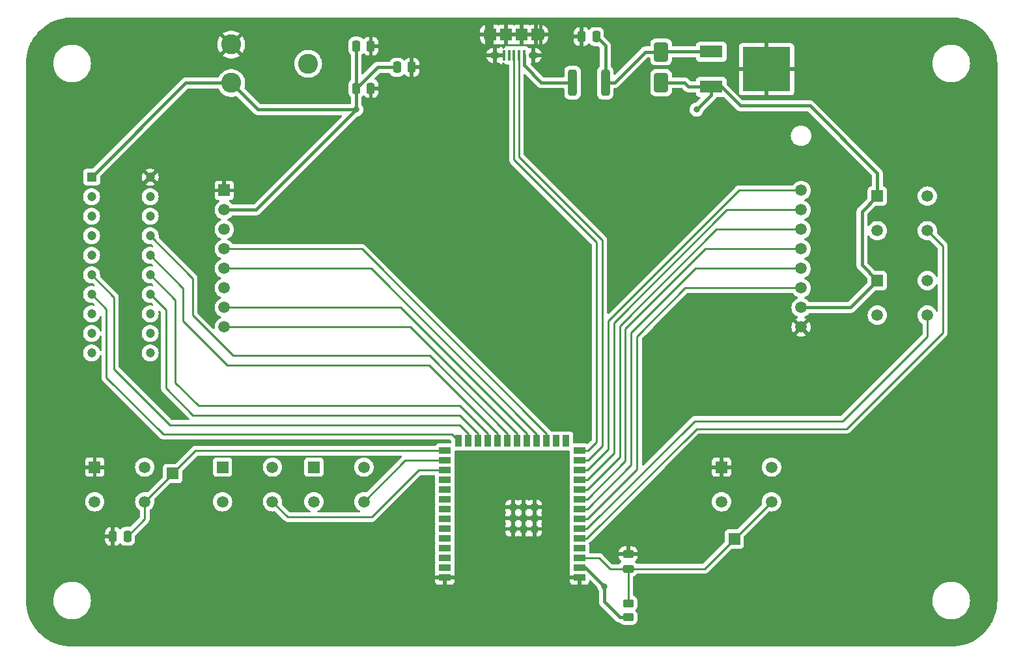
<source format=gtl>
G04 #@! TF.GenerationSoftware,KiCad,Pcbnew,(7.0.0)*
G04 #@! TF.CreationDate,2023-04-17T23:01:26-07:00*
G04 #@! TF.ProjectId,msp-debugger,6d73702d-6465-4627-9567-6765722e6b69,rev?*
G04 #@! TF.SameCoordinates,Original*
G04 #@! TF.FileFunction,Copper,L1,Top*
G04 #@! TF.FilePolarity,Positive*
%FSLAX46Y46*%
G04 Gerber Fmt 4.6, Leading zero omitted, Abs format (unit mm)*
G04 Created by KiCad (PCBNEW (7.0.0)) date 2023-04-17 23:01:26*
%MOMM*%
%LPD*%
G01*
G04 APERTURE LIST*
G04 Aperture macros list*
%AMRoundRect*
0 Rectangle with rounded corners*
0 $1 Rounding radius*
0 $2 $3 $4 $5 $6 $7 $8 $9 X,Y pos of 4 corners*
0 Add a 4 corners polygon primitive as box body*
4,1,4,$2,$3,$4,$5,$6,$7,$8,$9,$2,$3,0*
0 Add four circle primitives for the rounded corners*
1,1,$1+$1,$2,$3*
1,1,$1+$1,$4,$5*
1,1,$1+$1,$6,$7*
1,1,$1+$1,$8,$9*
0 Add four rect primitives between the rounded corners*
20,1,$1+$1,$2,$3,$4,$5,0*
20,1,$1+$1,$4,$5,$6,$7,0*
20,1,$1+$1,$6,$7,$8,$9,0*
20,1,$1+$1,$8,$9,$2,$3,0*%
G04 Aperture macros list end*
G04 #@! TA.AperFunction,SMDPad,CuDef*
%ADD10RoundRect,0.250000X0.450000X-0.262500X0.450000X0.262500X-0.450000X0.262500X-0.450000X-0.262500X0*%
G04 #@! TD*
G04 #@! TA.AperFunction,ComponentPad*
%ADD11R,1.508000X1.508000*%
G04 #@! TD*
G04 #@! TA.AperFunction,ComponentPad*
%ADD12C,1.508000*%
G04 #@! TD*
G04 #@! TA.AperFunction,SMDPad,CuDef*
%ADD13R,1.500000X1.500000*%
G04 #@! TD*
G04 #@! TA.AperFunction,SMDPad,CuDef*
%ADD14R,0.400000X1.350000*%
G04 #@! TD*
G04 #@! TA.AperFunction,ComponentPad*
%ADD15O,0.890000X1.550000*%
G04 #@! TD*
G04 #@! TA.AperFunction,SMDPad,CuDef*
%ADD16R,1.200000X1.550000*%
G04 #@! TD*
G04 #@! TA.AperFunction,ComponentPad*
%ADD17O,1.250000X0.950000*%
G04 #@! TD*
G04 #@! TA.AperFunction,SMDPad,CuDef*
%ADD18R,1.500000X1.550000*%
G04 #@! TD*
G04 #@! TA.AperFunction,SMDPad,CuDef*
%ADD19RoundRect,0.250000X0.250000X0.475000X-0.250000X0.475000X-0.250000X-0.475000X0.250000X-0.475000X0*%
G04 #@! TD*
G04 #@! TA.AperFunction,SMDPad,CuDef*
%ADD20R,1.500000X0.900000*%
G04 #@! TD*
G04 #@! TA.AperFunction,SMDPad,CuDef*
%ADD21R,0.900000X1.500000*%
G04 #@! TD*
G04 #@! TA.AperFunction,SMDPad,CuDef*
%ADD22R,0.900000X0.900000*%
G04 #@! TD*
G04 #@! TA.AperFunction,SMDPad,CuDef*
%ADD23RoundRect,0.250000X0.475000X-0.250000X0.475000X0.250000X-0.475000X0.250000X-0.475000X-0.250000X0*%
G04 #@! TD*
G04 #@! TA.AperFunction,SMDPad,CuDef*
%ADD24RoundRect,0.250000X-0.250000X-0.475000X0.250000X-0.475000X0.250000X0.475000X-0.250000X0.475000X0*%
G04 #@! TD*
G04 #@! TA.AperFunction,ComponentPad*
%ADD25C,2.600000*%
G04 #@! TD*
G04 #@! TA.AperFunction,SMDPad,CuDef*
%ADD26RoundRect,0.250000X-0.650000X1.000000X-0.650000X-1.000000X0.650000X-1.000000X0.650000X1.000000X0*%
G04 #@! TD*
G04 #@! TA.AperFunction,SMDPad,CuDef*
%ADD27R,3.000000X1.600000*%
G04 #@! TD*
G04 #@! TA.AperFunction,SMDPad,CuDef*
%ADD28R,6.200000X5.800000*%
G04 #@! TD*
G04 #@! TA.AperFunction,ComponentPad*
%ADD29R,1.500000X1.500000*%
G04 #@! TD*
G04 #@! TA.AperFunction,ComponentPad*
%ADD30C,1.500000*%
G04 #@! TD*
G04 #@! TA.AperFunction,ComponentPad*
%ADD31R,1.200000X1.200000*%
G04 #@! TD*
G04 #@! TA.AperFunction,ComponentPad*
%ADD32C,1.200000*%
G04 #@! TD*
G04 #@! TA.AperFunction,SMDPad,CuDef*
%ADD33RoundRect,0.250000X-0.312500X-1.450000X0.312500X-1.450000X0.312500X1.450000X-0.312500X1.450000X0*%
G04 #@! TD*
G04 #@! TA.AperFunction,ViaPad*
%ADD34C,0.800000*%
G04 #@! TD*
G04 #@! TA.AperFunction,ViaPad*
%ADD35C,0.711200*%
G04 #@! TD*
G04 #@! TA.AperFunction,Conductor*
%ADD36C,0.400000*%
G04 #@! TD*
G04 #@! TA.AperFunction,Conductor*
%ADD37C,0.203200*%
G04 #@! TD*
G04 #@! TA.AperFunction,Conductor*
%ADD38C,0.250000*%
G04 #@! TD*
G04 APERTURE END LIST*
D10*
X154870000Y-135532500D03*
X154870000Y-133707500D03*
D11*
X187249999Y-80749999D03*
D12*
X187250000Y-85250000D03*
X193750000Y-80750000D03*
X193750000Y-85250000D03*
D13*
X168655999Y-125348999D03*
D11*
X113999999Y-115999999D03*
D12*
X114000000Y-120500000D03*
X120500000Y-116000000D03*
X120500000Y-120500000D03*
D11*
X102109999Y-115999999D03*
D12*
X102110000Y-120500000D03*
X108610000Y-116000000D03*
X108610000Y-120500000D03*
D14*
X141299999Y-62449999D03*
X140649999Y-62449999D03*
X139999999Y-62449999D03*
X139349999Y-62449999D03*
X138699999Y-62449999D03*
D15*
X143499999Y-59749999D03*
D16*
X142899999Y-59749999D03*
D17*
X142499999Y-62449999D03*
D18*
X140999999Y-59749999D03*
X138999999Y-59749999D03*
D17*
X137499999Y-62449999D03*
D16*
X137099999Y-59749999D03*
D15*
X136499999Y-59749999D03*
D19*
X150700000Y-60000000D03*
X148800000Y-60000000D03*
D20*
X148519999Y-130359999D03*
X148519999Y-129089999D03*
X148519999Y-127819999D03*
X148519999Y-126549999D03*
X148519999Y-125279999D03*
X148519999Y-124009999D03*
X148519999Y-122739999D03*
X148519999Y-121469999D03*
X148519999Y-120199999D03*
X148519999Y-118929999D03*
X148519999Y-117659999D03*
X148519999Y-116389999D03*
X148519999Y-115119999D03*
X148519999Y-113849999D03*
D21*
X146754999Y-112599999D03*
X145484999Y-112599999D03*
X144214999Y-112599999D03*
X142944999Y-112599999D03*
X141674999Y-112599999D03*
X140404999Y-112599999D03*
X139134999Y-112599999D03*
X137864999Y-112599999D03*
X136594999Y-112599999D03*
X135324999Y-112599999D03*
X134054999Y-112599999D03*
X132784999Y-112599999D03*
D20*
X131019999Y-113849999D03*
X131019999Y-115119999D03*
X131019999Y-116389999D03*
X131019999Y-117659999D03*
X131019999Y-118929999D03*
X131019999Y-120199999D03*
X131019999Y-121469999D03*
X131019999Y-122739999D03*
X131019999Y-124009999D03*
X131019999Y-125279999D03*
X131019999Y-126549999D03*
X131019999Y-127819999D03*
X131019999Y-129089999D03*
X131019999Y-130359999D03*
D22*
X142669999Y-124039999D03*
X142669999Y-122639999D03*
X142669999Y-121239999D03*
X141269999Y-124039999D03*
X141269999Y-122639999D03*
X141269999Y-121239999D03*
X139869999Y-124039999D03*
X139869999Y-122639999D03*
X139869999Y-121239999D03*
D23*
X154870000Y-129220000D03*
X154870000Y-127320000D03*
D24*
X119500000Y-66750000D03*
X121400000Y-66750000D03*
D13*
X95630999Y-116839999D03*
D11*
X85499999Y-115999999D03*
D12*
X85500000Y-120500000D03*
X92000000Y-116000000D03*
X92000000Y-120500000D03*
D25*
X103250000Y-61040000D03*
X113250000Y-63540000D03*
X103250000Y-66040000D03*
D24*
X119500000Y-61250000D03*
X121400000Y-61250000D03*
X124800000Y-64000000D03*
X126700000Y-64000000D03*
D26*
X159131000Y-62000000D03*
X159131000Y-66000000D03*
D27*
X165669999Y-61964999D03*
X165669999Y-66534999D03*
D28*
X172839999Y-64249999D03*
D29*
X102342499Y-80009999D03*
D30*
X102342500Y-82550000D03*
X102342500Y-85090000D03*
X102342500Y-87630000D03*
X102342500Y-90170000D03*
X102342500Y-92710000D03*
X102342500Y-95250000D03*
X102342500Y-97790000D03*
X177342500Y-80010000D03*
X177342500Y-82550000D03*
X177342500Y-85090000D03*
X177342500Y-87630000D03*
X177342500Y-90170000D03*
X177342500Y-92710000D03*
X177342500Y-95250000D03*
X177342500Y-97790000D03*
D31*
X85089999Y-78289999D03*
D32*
X85090000Y-80830000D03*
X85090000Y-83370000D03*
X85090000Y-85910000D03*
X85090000Y-88450000D03*
X85090000Y-90990000D03*
X85090000Y-93530000D03*
X85090000Y-96070000D03*
X85090000Y-98610000D03*
X85090000Y-101150000D03*
X92710000Y-101150000D03*
X92710000Y-98610000D03*
X92710000Y-96070000D03*
X92710000Y-93530000D03*
X92710000Y-90990000D03*
X92710000Y-88450000D03*
X92710000Y-85910000D03*
X92710000Y-83370000D03*
X92710000Y-80830000D03*
X92710000Y-78290000D03*
D19*
X89750000Y-125000000D03*
X87850000Y-125000000D03*
D11*
X166999999Y-115999999D03*
D12*
X167000000Y-120500000D03*
X173500000Y-116000000D03*
X173500000Y-120500000D03*
D33*
X147612500Y-66000000D03*
X151887500Y-66000000D03*
D11*
X187249999Y-91729999D03*
D12*
X187250000Y-96230000D03*
X193750000Y-91730000D03*
X193750000Y-96230000D03*
D34*
X163750000Y-69500000D03*
X151750000Y-131500000D03*
X119500000Y-69500000D03*
D35*
X167640000Y-132080000D03*
X127000000Y-81280000D03*
X127000000Y-60960000D03*
X157480000Y-81280000D03*
X187960000Y-71120000D03*
X121920000Y-132080000D03*
X157480000Y-71120000D03*
X147320000Y-71120000D03*
X198120000Y-91440000D03*
X198120000Y-71120000D03*
X198120000Y-81280000D03*
X157480000Y-132080000D03*
X81280000Y-71120000D03*
X116840000Y-60960000D03*
X106680000Y-71120000D03*
X198120000Y-101600000D03*
X127000000Y-71120000D03*
X177800000Y-60960000D03*
X187960000Y-132080000D03*
X81280000Y-81280000D03*
X81280000Y-101600000D03*
X198120000Y-121920000D03*
X142240000Y-132080000D03*
X198120000Y-111760000D03*
X167640000Y-101600000D03*
X81280000Y-111760000D03*
X91440000Y-60960000D03*
X96520000Y-71120000D03*
X91440000Y-132080000D03*
X187960000Y-111760000D03*
X147320000Y-101600000D03*
X101600000Y-132080000D03*
X147320000Y-91440000D03*
X111760000Y-132080000D03*
X177800000Y-121920000D03*
X81280000Y-121920000D03*
X137160000Y-81280000D03*
X187960000Y-121920000D03*
X157480000Y-121920000D03*
X177800000Y-132080000D03*
X137160000Y-91440000D03*
X116840000Y-81280000D03*
X177800000Y-101600000D03*
X81280000Y-91440000D03*
X137160000Y-71120000D03*
X187960000Y-60960000D03*
X187960000Y-101600000D03*
D36*
X97340000Y-66040000D02*
X85090000Y-78290000D01*
X151750000Y-131500000D02*
X149340000Y-129090000D01*
X119500000Y-69500000D02*
X119500000Y-61780000D01*
X119500000Y-69500000D02*
X106450000Y-82550000D01*
X165670000Y-67580000D02*
X163750000Y-69500000D01*
X165670000Y-66535000D02*
X162714000Y-66535000D01*
X187250000Y-80750000D02*
X185250000Y-82750000D01*
X165670000Y-66535000D02*
X166992000Y-66535000D01*
X119500000Y-66750000D02*
X122250000Y-64000000D01*
X178500000Y-69000000D02*
X187250000Y-77750000D01*
X177342500Y-95250000D02*
X183730000Y-95250000D01*
X162714000Y-66535000D02*
X162179000Y-66000000D01*
X151750000Y-133500000D02*
X151750000Y-131500000D01*
X154870000Y-135532500D02*
X153782500Y-135532500D01*
X187250000Y-77750000D02*
X187250000Y-80750000D01*
X106710000Y-69500000D02*
X103250000Y-66040000D01*
X103250000Y-66040000D02*
X97340000Y-66040000D01*
X183730000Y-95250000D02*
X187250000Y-91730000D01*
X165670000Y-66535000D02*
X165670000Y-67580000D01*
X185250000Y-89730000D02*
X187250000Y-91730000D01*
X162179000Y-66000000D02*
X159131000Y-66000000D01*
X185250000Y-82750000D02*
X185250000Y-89730000D01*
X149340000Y-129090000D02*
X148520000Y-129090000D01*
X106450000Y-82550000D02*
X102342500Y-82550000D01*
X153782500Y-135532500D02*
X151750000Y-133500000D01*
X166992000Y-66535000D02*
X169457000Y-69000000D01*
X169457000Y-69000000D02*
X178500000Y-69000000D01*
X119500000Y-69500000D02*
X106710000Y-69500000D01*
X122250000Y-64000000D02*
X124800000Y-64000000D01*
D37*
X138700000Y-62450000D02*
X137500000Y-62450000D01*
D38*
X152500000Y-129250000D02*
X154840000Y-129250000D01*
X168656000Y-125344000D02*
X173500000Y-120500000D01*
X148520000Y-127820000D02*
X151070000Y-127820000D01*
X151070000Y-127820000D02*
X152500000Y-129250000D01*
X154870000Y-129220000D02*
X154870000Y-133707500D01*
X154840000Y-129250000D02*
X154870000Y-129220000D01*
X168656000Y-125349000D02*
X164785000Y-129220000D01*
D36*
X168656000Y-125349000D02*
X168656000Y-125344000D01*
D38*
X154870000Y-129220000D02*
X164780000Y-129220000D01*
X95631000Y-116840000D02*
X98621000Y-113850000D01*
X89750000Y-125000000D02*
X92000000Y-122750000D01*
X98621000Y-113850000D02*
X131020000Y-113850000D01*
X95631000Y-116869000D02*
X95631000Y-116840000D01*
X92000000Y-122750000D02*
X92000000Y-120500000D01*
X92000000Y-120500000D02*
X95631000Y-116869000D01*
D36*
X143581250Y-66000000D02*
X141300000Y-63718750D01*
X147612500Y-66000000D02*
X143581250Y-66000000D01*
X141300000Y-63718750D02*
X141300000Y-62450000D01*
D38*
X140650000Y-75650000D02*
X151500000Y-86500000D01*
X151500000Y-113250000D02*
X149630000Y-115120000D01*
X140650000Y-62450000D02*
X140650000Y-75650000D01*
X148520000Y-115120000D02*
X149630000Y-115120000D01*
X151500000Y-86500000D02*
X151500000Y-113250000D01*
X150750000Y-86750000D02*
X150750000Y-112750000D01*
X140000000Y-62450000D02*
X140000000Y-76000000D01*
X140000000Y-76000000D02*
X150750000Y-86750000D01*
X148520000Y-113850000D02*
X149650000Y-113850000D01*
X150750000Y-112750000D02*
X149650000Y-113850000D01*
X132955000Y-110500000D02*
X95250000Y-110500000D01*
X134055000Y-112600000D02*
X134055000Y-111600000D01*
X134055000Y-111600000D02*
X132955000Y-110500000D01*
X88000000Y-103250000D02*
X88000000Y-93900000D01*
X95250000Y-110500000D02*
X88000000Y-103250000D01*
X88000000Y-93900000D02*
X85090000Y-90990000D01*
X87000000Y-95440000D02*
X85090000Y-93530000D01*
X132785000Y-112600000D02*
X131935000Y-111750000D01*
X87000000Y-104336753D02*
X87000000Y-95440000D01*
X131935000Y-111750000D02*
X94413247Y-111750000D01*
X94413247Y-111750000D02*
X87000000Y-104336753D01*
X94750000Y-95570000D02*
X92710000Y-93530000D01*
X98250000Y-109250000D02*
X94750000Y-105750000D01*
X132975000Y-109250000D02*
X98250000Y-109250000D01*
X94750000Y-105750000D02*
X94750000Y-95570000D01*
X135325000Y-111600000D02*
X132975000Y-109250000D01*
X135325000Y-112600000D02*
X135325000Y-111600000D01*
X136595000Y-112600000D02*
X136595000Y-111600000D01*
X132995000Y-108000000D02*
X99000000Y-108000000D01*
X96000000Y-105000000D02*
X96000000Y-94280000D01*
X96000000Y-94280000D02*
X92710000Y-90990000D01*
X99000000Y-108000000D02*
X96000000Y-105000000D01*
X136595000Y-111600000D02*
X132995000Y-108000000D01*
X137865000Y-112600000D02*
X137865000Y-111600000D01*
X97000000Y-92750000D02*
X92710000Y-88460000D01*
X97000000Y-97000000D02*
X97000000Y-92750000D01*
X129015000Y-102750000D02*
X102750000Y-102750000D01*
X137865000Y-111600000D02*
X129015000Y-102750000D01*
X102750000Y-102750000D02*
X97000000Y-97000000D01*
X92710000Y-88460000D02*
X92710000Y-88450000D01*
X98250000Y-91450000D02*
X92710000Y-85910000D01*
X103500000Y-101500000D02*
X98250000Y-96250000D01*
X98250000Y-96250000D02*
X98250000Y-91450000D01*
X139135000Y-111600000D02*
X129035000Y-101500000D01*
X139135000Y-112600000D02*
X139135000Y-111600000D01*
X129035000Y-101500000D02*
X103500000Y-101500000D01*
X120500000Y-120500000D02*
X125880000Y-115120000D01*
X125880000Y-115120000D02*
X131020000Y-115120000D01*
X127610000Y-116390000D02*
X131020000Y-116390000D01*
X121500000Y-122500000D02*
X127610000Y-116390000D01*
X108610000Y-120500000D02*
X110610000Y-122500000D01*
X110610000Y-122500000D02*
X121500000Y-122500000D01*
X163750000Y-111000000D02*
X149470000Y-125280000D01*
X195750000Y-87250000D02*
X195750000Y-98500000D01*
X195750000Y-98500000D02*
X183250000Y-111000000D01*
X193750000Y-85250000D02*
X195750000Y-87250000D01*
X183250000Y-111000000D02*
X163750000Y-111000000D01*
X149470000Y-125280000D02*
X148520000Y-125280000D01*
X193750000Y-96230000D02*
X193750000Y-99000000D01*
X149490000Y-124010000D02*
X148520000Y-124010000D01*
X193750000Y-99000000D02*
X182750000Y-110000000D01*
X163500000Y-110000000D02*
X149490000Y-124010000D01*
X182750000Y-110000000D02*
X163500000Y-110000000D01*
X140405000Y-112600000D02*
X140405000Y-111655000D01*
X140405000Y-111655000D02*
X126540000Y-97790000D01*
X126540000Y-97790000D02*
X102342500Y-97790000D01*
X149520000Y-116390000D02*
X152250000Y-113660000D01*
X169240000Y-80010000D02*
X177342500Y-80010000D01*
X148520000Y-116390000D02*
X149520000Y-116390000D01*
X152250000Y-97000000D02*
X169240000Y-80010000D01*
X152250000Y-113660000D02*
X152250000Y-97000000D01*
X153000000Y-114180000D02*
X153000000Y-97250000D01*
X148520000Y-117660000D02*
X149520000Y-117660000D01*
X149520000Y-117660000D02*
X153000000Y-114180000D01*
X167700000Y-82550000D02*
X177342500Y-82550000D01*
X153000000Y-97250000D02*
X167700000Y-82550000D01*
X149520000Y-118930000D02*
X153750000Y-114700000D01*
X153750000Y-114700000D02*
X153750000Y-97625000D01*
X148520000Y-118930000D02*
X149520000Y-118930000D01*
X153750000Y-97625000D02*
X166285000Y-85090000D01*
X166285000Y-85090000D02*
X177342500Y-85090000D01*
X149520000Y-120200000D02*
X154500000Y-115220000D01*
X148520000Y-120200000D02*
X149520000Y-120200000D01*
X154500000Y-98000000D02*
X164870000Y-87630000D01*
X154500000Y-115220000D02*
X154500000Y-98000000D01*
X164870000Y-87630000D02*
X177342500Y-87630000D01*
X125250000Y-95250000D02*
X102342500Y-95250000D01*
X141675000Y-111675000D02*
X141675000Y-112600000D01*
X141675000Y-111675000D02*
X125250000Y-95250000D01*
X149520000Y-121470000D02*
X155250000Y-115740000D01*
X155250000Y-98500000D02*
X163580000Y-90170000D01*
X155250000Y-115740000D02*
X155250000Y-98500000D01*
X148520000Y-121470000D02*
X149520000Y-121470000D01*
X163580000Y-90170000D02*
X177342500Y-90170000D01*
X148520000Y-122740000D02*
X149520000Y-122740000D01*
X162290000Y-92710000D02*
X177342500Y-92710000D01*
X149520000Y-122740000D02*
X156000000Y-116260000D01*
X156000000Y-116260000D02*
X156000000Y-99000000D01*
X156000000Y-99000000D02*
X162290000Y-92710000D01*
X144215000Y-111600000D02*
X120245000Y-87630000D01*
X144215000Y-112600000D02*
X144215000Y-111600000D01*
X120245000Y-87630000D02*
X102342500Y-87630000D01*
X142945000Y-111695000D02*
X121420000Y-90170000D01*
X142945000Y-112600000D02*
X142945000Y-111695000D01*
X121420000Y-90170000D02*
X102342500Y-90170000D01*
D36*
X151887500Y-61187500D02*
X150700000Y-60000000D01*
X151887500Y-66000000D02*
X153075000Y-66000000D01*
X165670000Y-61965000D02*
X159166000Y-61965000D01*
X153075000Y-66000000D02*
X157075000Y-62000000D01*
X159166000Y-61965000D02*
X159131000Y-62000000D01*
X151887500Y-66000000D02*
X151887500Y-61187500D01*
X157075000Y-62000000D02*
X159131000Y-62000000D01*
G04 #@! TA.AperFunction,Conductor*
G36*
X196852443Y-57500596D02*
G01*
X197315865Y-57518803D01*
X197325535Y-57519564D01*
X197783696Y-57573792D01*
X197793300Y-57575313D01*
X198245775Y-57665316D01*
X198255234Y-57667587D01*
X198699257Y-57792814D01*
X198708517Y-57795822D01*
X199141339Y-57955499D01*
X199150334Y-57959225D01*
X199569300Y-58152370D01*
X199577952Y-58156778D01*
X199980502Y-58382217D01*
X199988767Y-58387282D01*
X200254761Y-58565014D01*
X200372367Y-58643596D01*
X200380243Y-58649319D01*
X200742539Y-58934929D01*
X200749937Y-58941247D01*
X201088715Y-59254411D01*
X201095588Y-59261284D01*
X201402769Y-59593589D01*
X201408747Y-59600056D01*
X201415070Y-59607460D01*
X201700680Y-59969756D01*
X201706403Y-59977632D01*
X201804723Y-60124778D01*
X201895839Y-60261143D01*
X201962711Y-60361223D01*
X201967786Y-60369504D01*
X202193216Y-60772038D01*
X202197629Y-60780699D01*
X202390774Y-61199665D01*
X202394500Y-61208660D01*
X202554177Y-61641482D01*
X202557185Y-61650742D01*
X202682412Y-62094765D01*
X202684685Y-62104233D01*
X202774685Y-62556693D01*
X202776208Y-62566309D01*
X202830433Y-63024445D01*
X202831197Y-63034152D01*
X202849404Y-63497557D01*
X202849500Y-63502425D01*
X202849500Y-133347575D01*
X202849404Y-133352443D01*
X202831197Y-133815847D01*
X202830433Y-133825554D01*
X202776208Y-134283690D01*
X202774685Y-134293306D01*
X202684685Y-134745766D01*
X202682412Y-134755234D01*
X202557185Y-135199257D01*
X202554177Y-135208517D01*
X202394500Y-135641339D01*
X202390774Y-135650334D01*
X202197629Y-136069300D01*
X202193210Y-136077971D01*
X201967792Y-136480483D01*
X201962711Y-136488776D01*
X201706403Y-136872367D01*
X201700680Y-136880243D01*
X201415070Y-137242539D01*
X201408747Y-137249943D01*
X201095594Y-137588709D01*
X201088709Y-137595594D01*
X200749943Y-137908747D01*
X200742539Y-137915070D01*
X200380243Y-138200680D01*
X200372367Y-138206403D01*
X199988776Y-138462711D01*
X199980483Y-138467792D01*
X199577975Y-138693209D01*
X199569300Y-138697629D01*
X199150334Y-138890774D01*
X199141339Y-138894500D01*
X198708517Y-139054177D01*
X198699257Y-139057185D01*
X198255234Y-139182412D01*
X198245766Y-139184685D01*
X197793306Y-139274685D01*
X197783690Y-139276208D01*
X197325554Y-139330433D01*
X197315847Y-139331197D01*
X196852443Y-139349404D01*
X196847575Y-139349500D01*
X82552425Y-139349500D01*
X82547557Y-139349404D01*
X82084152Y-139331197D01*
X82074445Y-139330433D01*
X81616309Y-139276208D01*
X81606693Y-139274685D01*
X81154233Y-139184685D01*
X81144765Y-139182412D01*
X80700742Y-139057185D01*
X80691482Y-139054177D01*
X80258660Y-138894500D01*
X80249665Y-138890774D01*
X79830699Y-138697629D01*
X79822038Y-138693216D01*
X79419504Y-138467786D01*
X79411223Y-138462711D01*
X79027632Y-138206403D01*
X79019756Y-138200680D01*
X78657460Y-137915070D01*
X78650056Y-137908747D01*
X78311290Y-137595594D01*
X78304411Y-137588715D01*
X77991247Y-137249937D01*
X77984929Y-137242539D01*
X77699319Y-136880243D01*
X77693596Y-136872367D01*
X77475190Y-136545500D01*
X77437282Y-136488767D01*
X77432217Y-136480502D01*
X77206778Y-136077952D01*
X77202370Y-136069300D01*
X77195809Y-136055069D01*
X77009225Y-135650334D01*
X77005499Y-135641339D01*
X76977182Y-135564584D01*
X76845822Y-135208517D01*
X76842814Y-135199257D01*
X76717587Y-134755234D01*
X76715314Y-134745766D01*
X76707738Y-134707681D01*
X76625313Y-134293300D01*
X76623791Y-134283690D01*
X76620262Y-134253873D01*
X76569564Y-133825535D01*
X76568803Y-133815865D01*
X76550596Y-133352443D01*
X76550548Y-133350000D01*
X80094655Y-133350000D01*
X80114016Y-133657736D01*
X80114743Y-133661548D01*
X80114745Y-133661562D01*
X80163158Y-133915349D01*
X80171794Y-133960619D01*
X80172997Y-133964322D01*
X80172999Y-133964329D01*
X80265874Y-134250168D01*
X80267078Y-134253873D01*
X80268735Y-134257396D01*
X80268737Y-134257399D01*
X80354030Y-134438656D01*
X80398365Y-134532871D01*
X80400447Y-134536152D01*
X80400450Y-134536157D01*
X80539480Y-134755234D01*
X80563584Y-134793216D01*
X80566070Y-134796221D01*
X80688753Y-134944519D01*
X80760131Y-135030799D01*
X80762971Y-135033466D01*
X80762972Y-135033467D01*
X80818308Y-135085431D01*
X80984904Y-135241876D01*
X81234360Y-135423116D01*
X81504565Y-135571663D01*
X81791257Y-135685172D01*
X82089914Y-135761854D01*
X82395828Y-135800500D01*
X82700277Y-135800500D01*
X82704172Y-135800500D01*
X83010086Y-135761854D01*
X83308743Y-135685172D01*
X83595435Y-135571663D01*
X83865640Y-135423116D01*
X84115096Y-135241876D01*
X84339869Y-135030799D01*
X84536416Y-134793216D01*
X84701635Y-134532871D01*
X84832922Y-134253873D01*
X84928206Y-133960619D01*
X84985984Y-133657736D01*
X85005345Y-133350000D01*
X84985984Y-133042264D01*
X84928206Y-132739381D01*
X84832922Y-132446127D01*
X84701635Y-132167129D01*
X84536416Y-131906784D01*
X84339869Y-131669201D01*
X84313420Y-131644364D01*
X84117937Y-131460792D01*
X84115096Y-131458124D01*
X83865640Y-131276884D01*
X83862237Y-131275013D01*
X83862232Y-131275010D01*
X83598852Y-131130215D01*
X83598845Y-131130211D01*
X83595435Y-131128337D01*
X83591809Y-131126901D01*
X83591804Y-131126899D01*
X83312365Y-131016262D01*
X83312364Y-131016261D01*
X83308743Y-131014828D01*
X83304973Y-131013860D01*
X83304970Y-131013859D01*
X83013869Y-130939117D01*
X83013864Y-130939116D01*
X83010086Y-130938146D01*
X83006215Y-130937657D01*
X83006210Y-130937656D01*
X82708037Y-130899988D01*
X82708032Y-130899987D01*
X82704172Y-130899500D01*
X82395828Y-130899500D01*
X82391968Y-130899987D01*
X82391962Y-130899988D01*
X82093789Y-130937656D01*
X82093781Y-130937657D01*
X82089914Y-130938146D01*
X82086138Y-130939115D01*
X82086130Y-130939117D01*
X81795029Y-131013859D01*
X81795021Y-131013861D01*
X81791257Y-131014828D01*
X81787640Y-131016259D01*
X81787634Y-131016262D01*
X81508195Y-131126899D01*
X81508184Y-131126903D01*
X81504565Y-131128337D01*
X81501160Y-131130208D01*
X81501147Y-131130215D01*
X81237767Y-131275010D01*
X81237755Y-131275017D01*
X81234360Y-131276884D01*
X81231216Y-131279167D01*
X81231210Y-131279172D01*
X80988060Y-131455830D01*
X80988049Y-131455838D01*
X80984904Y-131458124D01*
X80982069Y-131460785D01*
X80982062Y-131460792D01*
X80762972Y-131666532D01*
X80762963Y-131666541D01*
X80760131Y-131669201D01*
X80757652Y-131672196D01*
X80757644Y-131672206D01*
X80566070Y-131903778D01*
X80566064Y-131903785D01*
X80563584Y-131906784D01*
X80561500Y-131910066D01*
X80561494Y-131910076D01*
X80400450Y-132163842D01*
X80400443Y-132163853D01*
X80398365Y-132167129D01*
X80396711Y-132170643D01*
X80396706Y-132170653D01*
X80268737Y-132442600D01*
X80268733Y-132442609D01*
X80267078Y-132446127D01*
X80265876Y-132449823D01*
X80265874Y-132449831D01*
X80172999Y-132735670D01*
X80172996Y-132735681D01*
X80171794Y-132739381D01*
X80171065Y-132743201D01*
X80171063Y-132743210D01*
X80114745Y-133038437D01*
X80114742Y-133038453D01*
X80114016Y-133042264D01*
X80113771Y-133046155D01*
X80113771Y-133046157D01*
X80106704Y-133158481D01*
X80094655Y-133350000D01*
X76550548Y-133350000D01*
X76550500Y-133347575D01*
X76550500Y-130854518D01*
X129770000Y-130854518D01*
X129770353Y-130861114D01*
X129775573Y-130909667D01*
X129779111Y-130924641D01*
X129823547Y-131043777D01*
X129831962Y-131059189D01*
X129907498Y-131160092D01*
X129919907Y-131172501D01*
X130020810Y-131248037D01*
X130036222Y-131256452D01*
X130155358Y-131300888D01*
X130170332Y-131304426D01*
X130218885Y-131309646D01*
X130225482Y-131310000D01*
X130753674Y-131310000D01*
X130766549Y-131306549D01*
X130770000Y-131293674D01*
X131270000Y-131293674D01*
X131273450Y-131306549D01*
X131286326Y-131310000D01*
X131814518Y-131310000D01*
X131821114Y-131309646D01*
X131869667Y-131304426D01*
X131884641Y-131300888D01*
X132003777Y-131256452D01*
X132019189Y-131248037D01*
X132120092Y-131172501D01*
X132132501Y-131160092D01*
X132208037Y-131059189D01*
X132216452Y-131043777D01*
X132260888Y-130924641D01*
X132264426Y-130909667D01*
X132269646Y-130861114D01*
X132270000Y-130854518D01*
X147270000Y-130854518D01*
X147270353Y-130861114D01*
X147275573Y-130909667D01*
X147279111Y-130924641D01*
X147323547Y-131043777D01*
X147331962Y-131059189D01*
X147407498Y-131160092D01*
X147419907Y-131172501D01*
X147520810Y-131248037D01*
X147536222Y-131256452D01*
X147655358Y-131300888D01*
X147670332Y-131304426D01*
X147718885Y-131309646D01*
X147725482Y-131310000D01*
X148253674Y-131310000D01*
X148266549Y-131306549D01*
X148270000Y-131293674D01*
X148270000Y-130626326D01*
X148266549Y-130613450D01*
X148253674Y-130610000D01*
X147286326Y-130610000D01*
X147273450Y-130613450D01*
X147270000Y-130626326D01*
X147270000Y-130854518D01*
X132270000Y-130854518D01*
X132270000Y-130626326D01*
X132266549Y-130613450D01*
X132253674Y-130610000D01*
X131286326Y-130610000D01*
X131273450Y-130613450D01*
X131270000Y-130626326D01*
X131270000Y-131293674D01*
X130770000Y-131293674D01*
X130770000Y-130626326D01*
X130766549Y-130613450D01*
X130753674Y-130610000D01*
X129786326Y-130610000D01*
X129773450Y-130613450D01*
X129770000Y-130626326D01*
X129770000Y-130854518D01*
X76550500Y-130854518D01*
X76550500Y-125521829D01*
X86850001Y-125521829D01*
X86850321Y-125528111D01*
X86859805Y-125620959D01*
X86862623Y-125634122D01*
X86913370Y-125787267D01*
X86919432Y-125800266D01*
X87003890Y-125937194D01*
X87012794Y-125948455D01*
X87126544Y-126062205D01*
X87137805Y-126071109D01*
X87274733Y-126155567D01*
X87287732Y-126161629D01*
X87440874Y-126212375D01*
X87454041Y-126215194D01*
X87546890Y-126224680D01*
X87553168Y-126225000D01*
X87583674Y-126225000D01*
X87596549Y-126221549D01*
X87600000Y-126208674D01*
X87600000Y-125266326D01*
X87596549Y-125253450D01*
X87583674Y-125250000D01*
X86866327Y-125250000D01*
X86853451Y-125253450D01*
X86850001Y-125266326D01*
X86850001Y-125521829D01*
X76550500Y-125521829D01*
X76550500Y-124733674D01*
X86850000Y-124733674D01*
X86853450Y-124746549D01*
X86866326Y-124750000D01*
X87583674Y-124750000D01*
X87596549Y-124746549D01*
X87600000Y-124733674D01*
X87600000Y-123791327D01*
X87596549Y-123778451D01*
X87583674Y-123775001D01*
X87553171Y-123775001D01*
X87546888Y-123775321D01*
X87454040Y-123784805D01*
X87440877Y-123787623D01*
X87287732Y-123838370D01*
X87274733Y-123844432D01*
X87137805Y-123928890D01*
X87126544Y-123937794D01*
X87012794Y-124051544D01*
X87003890Y-124062805D01*
X86919432Y-124199733D01*
X86913370Y-124212732D01*
X86862624Y-124365874D01*
X86859805Y-124379041D01*
X86850319Y-124471890D01*
X86850000Y-124478168D01*
X86850000Y-124733674D01*
X76550500Y-124733674D01*
X76550500Y-120500000D01*
X84240708Y-120500000D01*
X84241180Y-120505395D01*
X84259366Y-120713275D01*
X84259367Y-120713282D01*
X84259839Y-120718674D01*
X84261238Y-120723895D01*
X84261240Y-120723906D01*
X84315253Y-120925481D01*
X84315255Y-120925488D01*
X84316653Y-120930703D01*
X84318937Y-120935603D01*
X84318939Y-120935606D01*
X84337513Y-120975439D01*
X84409421Y-121129646D01*
X84412521Y-121134074D01*
X84412525Y-121134080D01*
X84515091Y-121280559D01*
X84535326Y-121309457D01*
X84690543Y-121464674D01*
X84744397Y-121502383D01*
X84865919Y-121587474D01*
X84865922Y-121587475D01*
X84870354Y-121590579D01*
X85069297Y-121683347D01*
X85074517Y-121684745D01*
X85074518Y-121684746D01*
X85276093Y-121738759D01*
X85276095Y-121738759D01*
X85281326Y-121740161D01*
X85500000Y-121759292D01*
X85718674Y-121740161D01*
X85930703Y-121683347D01*
X86129646Y-121590579D01*
X86309457Y-121464674D01*
X86464674Y-121309457D01*
X86590579Y-121129646D01*
X86683347Y-120930703D01*
X86740161Y-120718674D01*
X86759292Y-120500000D01*
X86740161Y-120281326D01*
X86729760Y-120242511D01*
X86684746Y-120074518D01*
X86684745Y-120074517D01*
X86683347Y-120069297D01*
X86590579Y-119870354D01*
X86464674Y-119690543D01*
X86309457Y-119535326D01*
X86230111Y-119479767D01*
X86134080Y-119412525D01*
X86134074Y-119412521D01*
X86129646Y-119409421D01*
X86124741Y-119407133D01*
X86124738Y-119407132D01*
X85935606Y-119318939D01*
X85935603Y-119318937D01*
X85930703Y-119316653D01*
X85925488Y-119315255D01*
X85925481Y-119315253D01*
X85723906Y-119261240D01*
X85723895Y-119261238D01*
X85718674Y-119259839D01*
X85713282Y-119259367D01*
X85713275Y-119259366D01*
X85505395Y-119241180D01*
X85500000Y-119240708D01*
X85494605Y-119241180D01*
X85286724Y-119259366D01*
X85286715Y-119259367D01*
X85281326Y-119259839D01*
X85276106Y-119261237D01*
X85276093Y-119261240D01*
X85074518Y-119315253D01*
X85074507Y-119315256D01*
X85069297Y-119316653D01*
X85064400Y-119318936D01*
X85064393Y-119318939D01*
X84875261Y-119407132D01*
X84875253Y-119407136D01*
X84870354Y-119409421D01*
X84865930Y-119412518D01*
X84865919Y-119412525D01*
X84694978Y-119532220D01*
X84694973Y-119532223D01*
X84690543Y-119535326D01*
X84686719Y-119539149D01*
X84686713Y-119539155D01*
X84539155Y-119686713D01*
X84539149Y-119686719D01*
X84535326Y-119690543D01*
X84532223Y-119694973D01*
X84532220Y-119694978D01*
X84412525Y-119865919D01*
X84412518Y-119865930D01*
X84409421Y-119870354D01*
X84407136Y-119875253D01*
X84407132Y-119875261D01*
X84318939Y-120064393D01*
X84318936Y-120064400D01*
X84316653Y-120069297D01*
X84315256Y-120074507D01*
X84315253Y-120074518D01*
X84261240Y-120276093D01*
X84261237Y-120276106D01*
X84259839Y-120281326D01*
X84259367Y-120286715D01*
X84259366Y-120286724D01*
X84253659Y-120351962D01*
X84240708Y-120500000D01*
X76550500Y-120500000D01*
X76550500Y-116798518D01*
X84246000Y-116798518D01*
X84246353Y-116805114D01*
X84251573Y-116853667D01*
X84255111Y-116868641D01*
X84299547Y-116987777D01*
X84307962Y-117003189D01*
X84383498Y-117104092D01*
X84395907Y-117116501D01*
X84496810Y-117192037D01*
X84512222Y-117200452D01*
X84631358Y-117244888D01*
X84646332Y-117248426D01*
X84694885Y-117253646D01*
X84701482Y-117254000D01*
X85233674Y-117254000D01*
X85246549Y-117250549D01*
X85250000Y-117237674D01*
X85750000Y-117237674D01*
X85753450Y-117250549D01*
X85766326Y-117254000D01*
X86298518Y-117254000D01*
X86305114Y-117253646D01*
X86353667Y-117248426D01*
X86368641Y-117244888D01*
X86487777Y-117200452D01*
X86503189Y-117192037D01*
X86604092Y-117116501D01*
X86616501Y-117104092D01*
X86692037Y-117003189D01*
X86700452Y-116987777D01*
X86744888Y-116868641D01*
X86748426Y-116853667D01*
X86753646Y-116805114D01*
X86754000Y-116798518D01*
X86754000Y-116266326D01*
X86750549Y-116253450D01*
X86737674Y-116250000D01*
X85766326Y-116250000D01*
X85753450Y-116253450D01*
X85750000Y-116266326D01*
X85750000Y-117237674D01*
X85250000Y-117237674D01*
X85250000Y-116266326D01*
X85246549Y-116253450D01*
X85233674Y-116250000D01*
X84262326Y-116250000D01*
X84249450Y-116253450D01*
X84246000Y-116266326D01*
X84246000Y-116798518D01*
X76550500Y-116798518D01*
X76550500Y-116000000D01*
X90740708Y-116000000D01*
X90741180Y-116005395D01*
X90759366Y-116213275D01*
X90759367Y-116213282D01*
X90759839Y-116218674D01*
X90761238Y-116223895D01*
X90761240Y-116223906D01*
X90815253Y-116425481D01*
X90815255Y-116425488D01*
X90816653Y-116430703D01*
X90818937Y-116435603D01*
X90818939Y-116435606D01*
X90836884Y-116474090D01*
X90909421Y-116629646D01*
X90912521Y-116634074D01*
X90912525Y-116634080D01*
X91015091Y-116780559D01*
X91035326Y-116809457D01*
X91190543Y-116964674D01*
X91235754Y-116996331D01*
X91365919Y-117087474D01*
X91365922Y-117087475D01*
X91370354Y-117090579D01*
X91569297Y-117183347D01*
X91574517Y-117184745D01*
X91574518Y-117184746D01*
X91776093Y-117238759D01*
X91776095Y-117238759D01*
X91781326Y-117240161D01*
X92000000Y-117259292D01*
X92218674Y-117240161D01*
X92430703Y-117183347D01*
X92629646Y-117090579D01*
X92809457Y-116964674D01*
X92964674Y-116809457D01*
X93090579Y-116629646D01*
X93183347Y-116430703D01*
X93240161Y-116218674D01*
X93259292Y-116000000D01*
X93240161Y-115781326D01*
X93235983Y-115765735D01*
X93184746Y-115574518D01*
X93184745Y-115574517D01*
X93183347Y-115569297D01*
X93090579Y-115370354D01*
X92964674Y-115190543D01*
X92809457Y-115035326D01*
X92764246Y-115003669D01*
X92634080Y-114912525D01*
X92634074Y-114912521D01*
X92629646Y-114909421D01*
X92624741Y-114907133D01*
X92624738Y-114907132D01*
X92435606Y-114818939D01*
X92435603Y-114818937D01*
X92430703Y-114816653D01*
X92425488Y-114815255D01*
X92425481Y-114815253D01*
X92223906Y-114761240D01*
X92223895Y-114761238D01*
X92218674Y-114759839D01*
X92213282Y-114759367D01*
X92213275Y-114759366D01*
X92005395Y-114741180D01*
X92000000Y-114740708D01*
X91994605Y-114741180D01*
X91786724Y-114759366D01*
X91786715Y-114759367D01*
X91781326Y-114759839D01*
X91776106Y-114761237D01*
X91776093Y-114761240D01*
X91574518Y-114815253D01*
X91574507Y-114815256D01*
X91569297Y-114816653D01*
X91564400Y-114818936D01*
X91564393Y-114818939D01*
X91375261Y-114907132D01*
X91375253Y-114907136D01*
X91370354Y-114909421D01*
X91365930Y-114912518D01*
X91365919Y-114912525D01*
X91194978Y-115032220D01*
X91194973Y-115032223D01*
X91190543Y-115035326D01*
X91186719Y-115039149D01*
X91186713Y-115039155D01*
X91039155Y-115186713D01*
X91039149Y-115186719D01*
X91035326Y-115190543D01*
X91032223Y-115194973D01*
X91032220Y-115194978D01*
X90912525Y-115365919D01*
X90912518Y-115365930D01*
X90909421Y-115370354D01*
X90907136Y-115375253D01*
X90907132Y-115375261D01*
X90818939Y-115564393D01*
X90818936Y-115564400D01*
X90816653Y-115569297D01*
X90815256Y-115574507D01*
X90815253Y-115574518D01*
X90761240Y-115776093D01*
X90761237Y-115776106D01*
X90759839Y-115781326D01*
X90759367Y-115786715D01*
X90759366Y-115786724D01*
X90741591Y-115989910D01*
X90740708Y-116000000D01*
X76550500Y-116000000D01*
X76550500Y-115733674D01*
X84246000Y-115733674D01*
X84249450Y-115746549D01*
X84262326Y-115750000D01*
X85233674Y-115750000D01*
X85246549Y-115746549D01*
X85250000Y-115733674D01*
X85750000Y-115733674D01*
X85753450Y-115746549D01*
X85766326Y-115750000D01*
X86737674Y-115750000D01*
X86750549Y-115746549D01*
X86754000Y-115733674D01*
X86754000Y-115201482D01*
X86753646Y-115194885D01*
X86748426Y-115146332D01*
X86744888Y-115131358D01*
X86700452Y-115012222D01*
X86692037Y-114996810D01*
X86616501Y-114895907D01*
X86604092Y-114883498D01*
X86503189Y-114807962D01*
X86487777Y-114799547D01*
X86368641Y-114755111D01*
X86353667Y-114751573D01*
X86305114Y-114746353D01*
X86298518Y-114746000D01*
X85766326Y-114746000D01*
X85753450Y-114749450D01*
X85750000Y-114762326D01*
X85750000Y-115733674D01*
X85250000Y-115733674D01*
X85250000Y-114762326D01*
X85246549Y-114749450D01*
X85233674Y-114746000D01*
X84701482Y-114746000D01*
X84694885Y-114746353D01*
X84646332Y-114751573D01*
X84631358Y-114755111D01*
X84512222Y-114799547D01*
X84496810Y-114807962D01*
X84395907Y-114883498D01*
X84383498Y-114895907D01*
X84307962Y-114996810D01*
X84299547Y-115012222D01*
X84255111Y-115131358D01*
X84251573Y-115146332D01*
X84246353Y-115194885D01*
X84246000Y-115201482D01*
X84246000Y-115733674D01*
X76550500Y-115733674D01*
X76550500Y-101150000D01*
X83984785Y-101150000D01*
X84003603Y-101353083D01*
X84005171Y-101358594D01*
X84005173Y-101358604D01*
X84057847Y-101543731D01*
X84057849Y-101543737D01*
X84059418Y-101549250D01*
X84150327Y-101731821D01*
X84153779Y-101736392D01*
X84269778Y-101890001D01*
X84269783Y-101890006D01*
X84273236Y-101894579D01*
X84277472Y-101898440D01*
X84277476Y-101898445D01*
X84362729Y-101976163D01*
X84423959Y-102031981D01*
X84597363Y-102139348D01*
X84787544Y-102213024D01*
X84988024Y-102250500D01*
X85186247Y-102250500D01*
X85191976Y-102250500D01*
X85392456Y-102213024D01*
X85582637Y-102139348D01*
X85756041Y-102031981D01*
X85906764Y-101894579D01*
X86029673Y-101731821D01*
X86120582Y-101549250D01*
X86131233Y-101511813D01*
X86160161Y-101460808D01*
X86209288Y-101428797D01*
X86267632Y-101422937D01*
X86322144Y-101444540D01*
X86360636Y-101488774D01*
X86374500Y-101545748D01*
X86374500Y-104258978D01*
X86373978Y-104270033D01*
X86372327Y-104277420D01*
X86372571Y-104285206D01*
X86372571Y-104285214D01*
X86374439Y-104344626D01*
X86374500Y-104348521D01*
X86374500Y-104376103D01*
X86374988Y-104379972D01*
X86374989Y-104379978D01*
X86375004Y-104380096D01*
X86375918Y-104391719D01*
X86377045Y-104427583D01*
X86377046Y-104427590D01*
X86377291Y-104435380D01*
X86379467Y-104442872D01*
X86379468Y-104442874D01*
X86382879Y-104454615D01*
X86386825Y-104473668D01*
X86389336Y-104493545D01*
X86392206Y-104500795D01*
X86392208Y-104500801D01*
X86405414Y-104534157D01*
X86409197Y-104545204D01*
X86421382Y-104587143D01*
X86425353Y-104593858D01*
X86425354Y-104593860D01*
X86431581Y-104604390D01*
X86440136Y-104621852D01*
X86444642Y-104633233D01*
X86444643Y-104633236D01*
X86447514Y-104640485D01*
X86463760Y-104662846D01*
X86473181Y-104675813D01*
X86479593Y-104685575D01*
X86497856Y-104716455D01*
X86497859Y-104716460D01*
X86501830Y-104723173D01*
X86507345Y-104728688D01*
X86515990Y-104737333D01*
X86528626Y-104752127D01*
X86535819Y-104762028D01*
X86535823Y-104762032D01*
X86540406Y-104768340D01*
X86546415Y-104773311D01*
X86546416Y-104773312D01*
X86574058Y-104796179D01*
X86582699Y-104804042D01*
X93915954Y-112137298D01*
X93923406Y-112145487D01*
X93927461Y-112151877D01*
X93976470Y-112197900D01*
X93979266Y-112200610D01*
X93998776Y-112220120D01*
X94001956Y-112222587D01*
X94010818Y-112230155D01*
X94024267Y-112242785D01*
X94036979Y-112254723D01*
X94036981Y-112254724D01*
X94042665Y-112260062D01*
X94049498Y-112263818D01*
X94049499Y-112263819D01*
X94060220Y-112269713D01*
X94076481Y-112280394D01*
X94092311Y-112292673D01*
X94132402Y-112310021D01*
X94142882Y-112315155D01*
X94181155Y-112336197D01*
X94200563Y-112341180D01*
X94218966Y-112347481D01*
X94230191Y-112352339D01*
X94230193Y-112352339D01*
X94237351Y-112355437D01*
X94280505Y-112362271D01*
X94291891Y-112364629D01*
X94334228Y-112375500D01*
X94354264Y-112375500D01*
X94373662Y-112377027D01*
X94385733Y-112378939D01*
X94385734Y-112378939D01*
X94393443Y-112380160D01*
X94431523Y-112376560D01*
X94436923Y-112376050D01*
X94448592Y-112375500D01*
X131624548Y-112375500D01*
X131672001Y-112384939D01*
X131712229Y-112411819D01*
X131798181Y-112497771D01*
X131825061Y-112537999D01*
X131834500Y-112585452D01*
X131834500Y-112775500D01*
X131817887Y-112837500D01*
X131772500Y-112882887D01*
X131710500Y-112899500D01*
X130225439Y-112899500D01*
X130225420Y-112899500D01*
X130222128Y-112899501D01*
X130218850Y-112899853D01*
X130218838Y-112899854D01*
X130170231Y-112905079D01*
X130170225Y-112905080D01*
X130162517Y-112905909D01*
X130155252Y-112908618D01*
X130155246Y-112908620D01*
X130035980Y-112953104D01*
X130035978Y-112953104D01*
X130027669Y-112956204D01*
X130020572Y-112961516D01*
X130020568Y-112961519D01*
X129919550Y-113037141D01*
X129919546Y-113037144D01*
X129912454Y-113042454D01*
X129907144Y-113049546D01*
X129907141Y-113049550D01*
X129831519Y-113150568D01*
X129831516Y-113150572D01*
X129826204Y-113157669D01*
X129824702Y-113161696D01*
X129780851Y-113207141D01*
X129717577Y-113224500D01*
X98698775Y-113224500D01*
X98687719Y-113223978D01*
X98680333Y-113222327D01*
X98672545Y-113222571D01*
X98672538Y-113222571D01*
X98613113Y-113224439D01*
X98609219Y-113224500D01*
X98581650Y-113224500D01*
X98577794Y-113224986D01*
X98577791Y-113224987D01*
X98577735Y-113224994D01*
X98577662Y-113225003D01*
X98566044Y-113225917D01*
X98530165Y-113227045D01*
X98530164Y-113227045D01*
X98522373Y-113227290D01*
X98514888Y-113229464D01*
X98514884Y-113229465D01*
X98503125Y-113232881D01*
X98484087Y-113236823D01*
X98471949Y-113238357D01*
X98471941Y-113238358D01*
X98464208Y-113239336D01*
X98456960Y-113242205D01*
X98456954Y-113242207D01*
X98423597Y-113255413D01*
X98412554Y-113259194D01*
X98378100Y-113269205D01*
X98378094Y-113269207D01*
X98370610Y-113271382D01*
X98363898Y-113275351D01*
X98363896Y-113275352D01*
X98353364Y-113281580D01*
X98335904Y-113290134D01*
X98324519Y-113294642D01*
X98324513Y-113294644D01*
X98317268Y-113297514D01*
X98310963Y-113302094D01*
X98310955Y-113302099D01*
X98281932Y-113323185D01*
X98272174Y-113329595D01*
X98241296Y-113347857D01*
X98241290Y-113347861D01*
X98234580Y-113351830D01*
X98229067Y-113357341D01*
X98229060Y-113357348D01*
X98220410Y-113365998D01*
X98205627Y-113378624D01*
X98195726Y-113385817D01*
X98195716Y-113385826D01*
X98189413Y-113390406D01*
X98184444Y-113396411D01*
X98184441Y-113396415D01*
X98161572Y-113424059D01*
X98153711Y-113432697D01*
X96033227Y-115553181D01*
X95992999Y-115580061D01*
X95945546Y-115589500D01*
X94836439Y-115589500D01*
X94836420Y-115589500D01*
X94833128Y-115589501D01*
X94829850Y-115589853D01*
X94829838Y-115589854D01*
X94781231Y-115595079D01*
X94781225Y-115595080D01*
X94773517Y-115595909D01*
X94766252Y-115598618D01*
X94766246Y-115598620D01*
X94646980Y-115643104D01*
X94646978Y-115643104D01*
X94638669Y-115646204D01*
X94631572Y-115651516D01*
X94631568Y-115651519D01*
X94530550Y-115727141D01*
X94530546Y-115727144D01*
X94523454Y-115732454D01*
X94518144Y-115739546D01*
X94518141Y-115739550D01*
X94442519Y-115840568D01*
X94442516Y-115840572D01*
X94437204Y-115847669D01*
X94434104Y-115855978D01*
X94434104Y-115855980D01*
X94389620Y-115975247D01*
X94389619Y-115975250D01*
X94386909Y-115982517D01*
X94386079Y-115990227D01*
X94386079Y-115990232D01*
X94380855Y-116038819D01*
X94380854Y-116038831D01*
X94380500Y-116042127D01*
X94380500Y-116045449D01*
X94380500Y-117183546D01*
X94371061Y-117230999D01*
X94344181Y-117271227D01*
X92377262Y-119238145D01*
X92321675Y-119270239D01*
X92257488Y-119270239D01*
X92223899Y-119261239D01*
X92223898Y-119261238D01*
X92218674Y-119259839D01*
X92213287Y-119259367D01*
X92213283Y-119259367D01*
X92005395Y-119241180D01*
X92000000Y-119240708D01*
X91994605Y-119241180D01*
X91786724Y-119259366D01*
X91786715Y-119259367D01*
X91781326Y-119259839D01*
X91776106Y-119261237D01*
X91776093Y-119261240D01*
X91574518Y-119315253D01*
X91574507Y-119315256D01*
X91569297Y-119316653D01*
X91564400Y-119318936D01*
X91564393Y-119318939D01*
X91375261Y-119407132D01*
X91375253Y-119407136D01*
X91370354Y-119409421D01*
X91365930Y-119412518D01*
X91365919Y-119412525D01*
X91194978Y-119532220D01*
X91194973Y-119532223D01*
X91190543Y-119535326D01*
X91186719Y-119539149D01*
X91186713Y-119539155D01*
X91039155Y-119686713D01*
X91039149Y-119686719D01*
X91035326Y-119690543D01*
X91032223Y-119694973D01*
X91032220Y-119694978D01*
X90912525Y-119865919D01*
X90912518Y-119865930D01*
X90909421Y-119870354D01*
X90907136Y-119875253D01*
X90907132Y-119875261D01*
X90818939Y-120064393D01*
X90818936Y-120064400D01*
X90816653Y-120069297D01*
X90815256Y-120074507D01*
X90815253Y-120074518D01*
X90761240Y-120276093D01*
X90761237Y-120276106D01*
X90759839Y-120281326D01*
X90759367Y-120286715D01*
X90759366Y-120286724D01*
X90753659Y-120351962D01*
X90740708Y-120500000D01*
X90741180Y-120505395D01*
X90759366Y-120713275D01*
X90759367Y-120713282D01*
X90759839Y-120718674D01*
X90761238Y-120723895D01*
X90761240Y-120723906D01*
X90815253Y-120925481D01*
X90815255Y-120925488D01*
X90816653Y-120930703D01*
X90818937Y-120935603D01*
X90818939Y-120935606D01*
X90837513Y-120975439D01*
X90909421Y-121129646D01*
X90912521Y-121134074D01*
X90912525Y-121134080D01*
X91015091Y-121280559D01*
X91035326Y-121309457D01*
X91190543Y-121464674D01*
X91321623Y-121556457D01*
X91360489Y-121600775D01*
X91374500Y-121658032D01*
X91374500Y-122439547D01*
X91365061Y-122487000D01*
X91338181Y-122527228D01*
X90127227Y-123738181D01*
X90086999Y-123765061D01*
X90039546Y-123774500D01*
X89453141Y-123774500D01*
X89453121Y-123774500D01*
X89449992Y-123774501D01*
X89446860Y-123774820D01*
X89446858Y-123774821D01*
X89353938Y-123784312D01*
X89353928Y-123784313D01*
X89347203Y-123785001D01*
X89340781Y-123787128D01*
X89340776Y-123787130D01*
X89187521Y-123837914D01*
X89187517Y-123837915D01*
X89180666Y-123840186D01*
X89174522Y-123843975D01*
X89174519Y-123843977D01*
X89037488Y-123928497D01*
X89037480Y-123928503D01*
X89031344Y-123932288D01*
X89026242Y-123937389D01*
X89026238Y-123937393D01*
X88912393Y-124051238D01*
X88912389Y-124051242D01*
X88907288Y-124056344D01*
X88903499Y-124062486D01*
X88899016Y-124068157D01*
X88897566Y-124067010D01*
X88860122Y-124102845D01*
X88799689Y-124118559D01*
X88739262Y-124102829D01*
X88702117Y-124067263D01*
X88700590Y-124068471D01*
X88687205Y-124051544D01*
X88573455Y-123937794D01*
X88562194Y-123928890D01*
X88425266Y-123844432D01*
X88412267Y-123838370D01*
X88259125Y-123787624D01*
X88245958Y-123784805D01*
X88153109Y-123775319D01*
X88146832Y-123775000D01*
X88116326Y-123775000D01*
X88103450Y-123778450D01*
X88100000Y-123791326D01*
X88100000Y-126208673D01*
X88103450Y-126221548D01*
X88116326Y-126224999D01*
X88146829Y-126224999D01*
X88153111Y-126224678D01*
X88245959Y-126215194D01*
X88259122Y-126212376D01*
X88412267Y-126161629D01*
X88425266Y-126155567D01*
X88562194Y-126071109D01*
X88573455Y-126062205D01*
X88687205Y-125948455D01*
X88700590Y-125931529D01*
X88702119Y-125932738D01*
X88739253Y-125897174D01*
X88799689Y-125881440D01*
X88860129Y-125897157D01*
X88897564Y-125932990D01*
X88899016Y-125931843D01*
X88903498Y-125937511D01*
X88907288Y-125943656D01*
X89031344Y-126067712D01*
X89037485Y-126071500D01*
X89037488Y-126071502D01*
X89094558Y-126106702D01*
X89180666Y-126159814D01*
X89347203Y-126214999D01*
X89449991Y-126225500D01*
X90050008Y-126225499D01*
X90152797Y-126214999D01*
X90319334Y-126159814D01*
X90468656Y-126067712D01*
X90592712Y-125943656D01*
X90684814Y-125794334D01*
X90739999Y-125627797D01*
X90750500Y-125525009D01*
X90750499Y-124935450D01*
X90759938Y-124887998D01*
X90786815Y-124847773D01*
X92387306Y-123247282D01*
X92395482Y-123239843D01*
X92401877Y-123235786D01*
X92447933Y-123186740D01*
X92450550Y-123184038D01*
X92470120Y-123164470D01*
X92472565Y-123161316D01*
X92480155Y-123152428D01*
X92510062Y-123120582D01*
X92514135Y-123113174D01*
X92519710Y-123103032D01*
X92530393Y-123086766D01*
X92542674Y-123070936D01*
X92560018Y-123030851D01*
X92565160Y-123020356D01*
X92586197Y-122982092D01*
X92588138Y-122974533D01*
X92591179Y-122962689D01*
X92597480Y-122944283D01*
X92605438Y-122925895D01*
X92612269Y-122882756D01*
X92614639Y-122871315D01*
X92623560Y-122836574D01*
X92623559Y-122836574D01*
X92625500Y-122829019D01*
X92625500Y-122808983D01*
X92627025Y-122789597D01*
X92630160Y-122769804D01*
X92626050Y-122726324D01*
X92625500Y-122714655D01*
X92625500Y-121658032D01*
X92639511Y-121600775D01*
X92678377Y-121556457D01*
X92809457Y-121464674D01*
X92964674Y-121309457D01*
X93090579Y-121129646D01*
X93183347Y-120930703D01*
X93240161Y-120718674D01*
X93259292Y-120500000D01*
X100850708Y-120500000D01*
X100851180Y-120505395D01*
X100869366Y-120713275D01*
X100869367Y-120713282D01*
X100869839Y-120718674D01*
X100871238Y-120723895D01*
X100871240Y-120723906D01*
X100925253Y-120925481D01*
X100925255Y-120925488D01*
X100926653Y-120930703D01*
X100928937Y-120935603D01*
X100928939Y-120935606D01*
X100947513Y-120975439D01*
X101019421Y-121129646D01*
X101022521Y-121134074D01*
X101022525Y-121134080D01*
X101125091Y-121280559D01*
X101145326Y-121309457D01*
X101300543Y-121464674D01*
X101354397Y-121502383D01*
X101475919Y-121587474D01*
X101475922Y-121587475D01*
X101480354Y-121590579D01*
X101679297Y-121683347D01*
X101684517Y-121684745D01*
X101684518Y-121684746D01*
X101886093Y-121738759D01*
X101886095Y-121738759D01*
X101891326Y-121740161D01*
X102110000Y-121759292D01*
X102328674Y-121740161D01*
X102540703Y-121683347D01*
X102739646Y-121590579D01*
X102919457Y-121464674D01*
X103074674Y-121309457D01*
X103200579Y-121129646D01*
X103293347Y-120930703D01*
X103350161Y-120718674D01*
X103369292Y-120500000D01*
X103350161Y-120281326D01*
X103339760Y-120242511D01*
X103294746Y-120074518D01*
X103294745Y-120074517D01*
X103293347Y-120069297D01*
X103200579Y-119870354D01*
X103074674Y-119690543D01*
X102919457Y-119535326D01*
X102840111Y-119479767D01*
X102744080Y-119412525D01*
X102744074Y-119412521D01*
X102739646Y-119409421D01*
X102734741Y-119407133D01*
X102734738Y-119407132D01*
X102545606Y-119318939D01*
X102545603Y-119318937D01*
X102540703Y-119316653D01*
X102535488Y-119315255D01*
X102535481Y-119315253D01*
X102333906Y-119261240D01*
X102333895Y-119261238D01*
X102328674Y-119259839D01*
X102323282Y-119259367D01*
X102323275Y-119259366D01*
X102115395Y-119241180D01*
X102110000Y-119240708D01*
X102104605Y-119241180D01*
X101896724Y-119259366D01*
X101896715Y-119259367D01*
X101891326Y-119259839D01*
X101886106Y-119261237D01*
X101886093Y-119261240D01*
X101684518Y-119315253D01*
X101684507Y-119315256D01*
X101679297Y-119316653D01*
X101674400Y-119318936D01*
X101674393Y-119318939D01*
X101485261Y-119407132D01*
X101485253Y-119407136D01*
X101480354Y-119409421D01*
X101475930Y-119412518D01*
X101475919Y-119412525D01*
X101304978Y-119532220D01*
X101304973Y-119532223D01*
X101300543Y-119535326D01*
X101296719Y-119539149D01*
X101296713Y-119539155D01*
X101149155Y-119686713D01*
X101149149Y-119686719D01*
X101145326Y-119690543D01*
X101142223Y-119694973D01*
X101142220Y-119694978D01*
X101022525Y-119865919D01*
X101022518Y-119865930D01*
X101019421Y-119870354D01*
X101017136Y-119875253D01*
X101017132Y-119875261D01*
X100928939Y-120064393D01*
X100928936Y-120064400D01*
X100926653Y-120069297D01*
X100925256Y-120074507D01*
X100925253Y-120074518D01*
X100871240Y-120276093D01*
X100871237Y-120276106D01*
X100869839Y-120281326D01*
X100869367Y-120286715D01*
X100869366Y-120286724D01*
X100863659Y-120351962D01*
X100850708Y-120500000D01*
X93259292Y-120500000D01*
X93240161Y-120281326D01*
X93229759Y-120242510D01*
X93229759Y-120178323D01*
X93261851Y-120122737D01*
X95257771Y-118126818D01*
X95298000Y-118099938D01*
X95345453Y-118090499D01*
X96425561Y-118090499D01*
X96428872Y-118090499D01*
X96488483Y-118084091D01*
X96623331Y-118033796D01*
X96738546Y-117947546D01*
X96824796Y-117832331D01*
X96875091Y-117697483D01*
X96881500Y-117637873D01*
X96881499Y-116798578D01*
X100855500Y-116798578D01*
X100855501Y-116801872D01*
X100855853Y-116805150D01*
X100855854Y-116805161D01*
X100861079Y-116853768D01*
X100861080Y-116853773D01*
X100861909Y-116861483D01*
X100864619Y-116868749D01*
X100864620Y-116868753D01*
X100872978Y-116891161D01*
X100912204Y-116996331D01*
X100998454Y-117111546D01*
X101113669Y-117197796D01*
X101248517Y-117248091D01*
X101308127Y-117254500D01*
X102911872Y-117254499D01*
X102971483Y-117248091D01*
X103106331Y-117197796D01*
X103221546Y-117111546D01*
X103307796Y-116996331D01*
X103358091Y-116861483D01*
X103364500Y-116801873D01*
X103364499Y-116000000D01*
X107350708Y-116000000D01*
X107351180Y-116005395D01*
X107369366Y-116213275D01*
X107369367Y-116213282D01*
X107369839Y-116218674D01*
X107371238Y-116223895D01*
X107371240Y-116223906D01*
X107425253Y-116425481D01*
X107425255Y-116425488D01*
X107426653Y-116430703D01*
X107428937Y-116435603D01*
X107428939Y-116435606D01*
X107446884Y-116474090D01*
X107519421Y-116629646D01*
X107522521Y-116634074D01*
X107522525Y-116634080D01*
X107625091Y-116780559D01*
X107645326Y-116809457D01*
X107800543Y-116964674D01*
X107845754Y-116996331D01*
X107975919Y-117087474D01*
X107975922Y-117087475D01*
X107980354Y-117090579D01*
X108179297Y-117183347D01*
X108184517Y-117184745D01*
X108184518Y-117184746D01*
X108386093Y-117238759D01*
X108386095Y-117238759D01*
X108391326Y-117240161D01*
X108610000Y-117259292D01*
X108828674Y-117240161D01*
X109040703Y-117183347D01*
X109239646Y-117090579D01*
X109419457Y-116964674D01*
X109574674Y-116809457D01*
X109582292Y-116798578D01*
X112745500Y-116798578D01*
X112745501Y-116801872D01*
X112745853Y-116805150D01*
X112745854Y-116805161D01*
X112751079Y-116853768D01*
X112751080Y-116853773D01*
X112751909Y-116861483D01*
X112754619Y-116868749D01*
X112754620Y-116868753D01*
X112762978Y-116891161D01*
X112802204Y-116996331D01*
X112888454Y-117111546D01*
X113003669Y-117197796D01*
X113138517Y-117248091D01*
X113198127Y-117254500D01*
X114801872Y-117254499D01*
X114861483Y-117248091D01*
X114996331Y-117197796D01*
X115111546Y-117111546D01*
X115197796Y-116996331D01*
X115248091Y-116861483D01*
X115254500Y-116801873D01*
X115254499Y-116000000D01*
X119240708Y-116000000D01*
X119241180Y-116005395D01*
X119259366Y-116213275D01*
X119259367Y-116213282D01*
X119259839Y-116218674D01*
X119261238Y-116223895D01*
X119261240Y-116223906D01*
X119315253Y-116425481D01*
X119315255Y-116425488D01*
X119316653Y-116430703D01*
X119318937Y-116435603D01*
X119318939Y-116435606D01*
X119336884Y-116474090D01*
X119409421Y-116629646D01*
X119412521Y-116634074D01*
X119412525Y-116634080D01*
X119515091Y-116780559D01*
X119535326Y-116809457D01*
X119690543Y-116964674D01*
X119735754Y-116996331D01*
X119865919Y-117087474D01*
X119865922Y-117087475D01*
X119870354Y-117090579D01*
X120069297Y-117183347D01*
X120074517Y-117184745D01*
X120074518Y-117184746D01*
X120276093Y-117238759D01*
X120276095Y-117238759D01*
X120281326Y-117240161D01*
X120500000Y-117259292D01*
X120718674Y-117240161D01*
X120930703Y-117183347D01*
X121129646Y-117090579D01*
X121309457Y-116964674D01*
X121464674Y-116809457D01*
X121590579Y-116629646D01*
X121683347Y-116430703D01*
X121740161Y-116218674D01*
X121759292Y-116000000D01*
X121740161Y-115781326D01*
X121735983Y-115765735D01*
X121684746Y-115574518D01*
X121684745Y-115574517D01*
X121683347Y-115569297D01*
X121590579Y-115370354D01*
X121464674Y-115190543D01*
X121309457Y-115035326D01*
X121264246Y-115003669D01*
X121134080Y-114912525D01*
X121134074Y-114912521D01*
X121129646Y-114909421D01*
X121124741Y-114907133D01*
X121124738Y-114907132D01*
X120935606Y-114818939D01*
X120935603Y-114818937D01*
X120930703Y-114816653D01*
X120925488Y-114815255D01*
X120925481Y-114815253D01*
X120723906Y-114761240D01*
X120723895Y-114761238D01*
X120718674Y-114759839D01*
X120713282Y-114759367D01*
X120713275Y-114759366D01*
X120505395Y-114741180D01*
X120500000Y-114740708D01*
X120494605Y-114741180D01*
X120286724Y-114759366D01*
X120286715Y-114759367D01*
X120281326Y-114759839D01*
X120276106Y-114761237D01*
X120276093Y-114761240D01*
X120074518Y-114815253D01*
X120074507Y-114815256D01*
X120069297Y-114816653D01*
X120064400Y-114818936D01*
X120064393Y-114818939D01*
X119875261Y-114907132D01*
X119875253Y-114907136D01*
X119870354Y-114909421D01*
X119865930Y-114912518D01*
X119865919Y-114912525D01*
X119694978Y-115032220D01*
X119694973Y-115032223D01*
X119690543Y-115035326D01*
X119686719Y-115039149D01*
X119686713Y-115039155D01*
X119539155Y-115186713D01*
X119539149Y-115186719D01*
X119535326Y-115190543D01*
X119532223Y-115194973D01*
X119532220Y-115194978D01*
X119412525Y-115365919D01*
X119412518Y-115365930D01*
X119409421Y-115370354D01*
X119407136Y-115375253D01*
X119407132Y-115375261D01*
X119318939Y-115564393D01*
X119318936Y-115564400D01*
X119316653Y-115569297D01*
X119315256Y-115574507D01*
X119315253Y-115574518D01*
X119261240Y-115776093D01*
X119261237Y-115776106D01*
X119259839Y-115781326D01*
X119259367Y-115786715D01*
X119259366Y-115786724D01*
X119241591Y-115989910D01*
X119240708Y-116000000D01*
X115254499Y-116000000D01*
X115254499Y-115198128D01*
X115248091Y-115138517D01*
X115197796Y-115003669D01*
X115111546Y-114888454D01*
X114996331Y-114802204D01*
X114925965Y-114775959D01*
X114868752Y-114754620D01*
X114868750Y-114754619D01*
X114861483Y-114751909D01*
X114853770Y-114751079D01*
X114853767Y-114751079D01*
X114805180Y-114745855D01*
X114805169Y-114745854D01*
X114801873Y-114745500D01*
X114798550Y-114745500D01*
X113201439Y-114745500D01*
X113201420Y-114745500D01*
X113198128Y-114745501D01*
X113194850Y-114745853D01*
X113194838Y-114745854D01*
X113146231Y-114751079D01*
X113146225Y-114751080D01*
X113138517Y-114751909D01*
X113131252Y-114754618D01*
X113131246Y-114754620D01*
X113011980Y-114799104D01*
X113011978Y-114799104D01*
X113003669Y-114802204D01*
X112996572Y-114807516D01*
X112996568Y-114807519D01*
X112895550Y-114883141D01*
X112895546Y-114883144D01*
X112888454Y-114888454D01*
X112883144Y-114895546D01*
X112883141Y-114895550D01*
X112807519Y-114996568D01*
X112807516Y-114996572D01*
X112802204Y-115003669D01*
X112799104Y-115011978D01*
X112799104Y-115011980D01*
X112754620Y-115131247D01*
X112754619Y-115131250D01*
X112751909Y-115138517D01*
X112751079Y-115146227D01*
X112751079Y-115146232D01*
X112745855Y-115194819D01*
X112745854Y-115194831D01*
X112745500Y-115198127D01*
X112745500Y-115201448D01*
X112745500Y-115201449D01*
X112745500Y-116798560D01*
X112745500Y-116798578D01*
X109582292Y-116798578D01*
X109700579Y-116629646D01*
X109793347Y-116430703D01*
X109850161Y-116218674D01*
X109869292Y-116000000D01*
X109850161Y-115781326D01*
X109845983Y-115765735D01*
X109794746Y-115574518D01*
X109794745Y-115574517D01*
X109793347Y-115569297D01*
X109700579Y-115370354D01*
X109574674Y-115190543D01*
X109419457Y-115035326D01*
X109374246Y-115003669D01*
X109244080Y-114912525D01*
X109244074Y-114912521D01*
X109239646Y-114909421D01*
X109234741Y-114907133D01*
X109234738Y-114907132D01*
X109045606Y-114818939D01*
X109045603Y-114818937D01*
X109040703Y-114816653D01*
X109035488Y-114815255D01*
X109035481Y-114815253D01*
X108833906Y-114761240D01*
X108833895Y-114761238D01*
X108828674Y-114759839D01*
X108823282Y-114759367D01*
X108823275Y-114759366D01*
X108615395Y-114741180D01*
X108610000Y-114740708D01*
X108604605Y-114741180D01*
X108396724Y-114759366D01*
X108396715Y-114759367D01*
X108391326Y-114759839D01*
X108386106Y-114761237D01*
X108386093Y-114761240D01*
X108184518Y-114815253D01*
X108184507Y-114815256D01*
X108179297Y-114816653D01*
X108174400Y-114818936D01*
X108174393Y-114818939D01*
X107985261Y-114907132D01*
X107985253Y-114907136D01*
X107980354Y-114909421D01*
X107975930Y-114912518D01*
X107975919Y-114912525D01*
X107804978Y-115032220D01*
X107804973Y-115032223D01*
X107800543Y-115035326D01*
X107796719Y-115039149D01*
X107796713Y-115039155D01*
X107649155Y-115186713D01*
X107649149Y-115186719D01*
X107645326Y-115190543D01*
X107642223Y-115194973D01*
X107642220Y-115194978D01*
X107522525Y-115365919D01*
X107522518Y-115365930D01*
X107519421Y-115370354D01*
X107517136Y-115375253D01*
X107517132Y-115375261D01*
X107428939Y-115564393D01*
X107428936Y-115564400D01*
X107426653Y-115569297D01*
X107425256Y-115574507D01*
X107425253Y-115574518D01*
X107371240Y-115776093D01*
X107371237Y-115776106D01*
X107369839Y-115781326D01*
X107369367Y-115786715D01*
X107369366Y-115786724D01*
X107351591Y-115989910D01*
X107350708Y-116000000D01*
X103364499Y-116000000D01*
X103364499Y-115198128D01*
X103358091Y-115138517D01*
X103307796Y-115003669D01*
X103221546Y-114888454D01*
X103106331Y-114802204D01*
X103035965Y-114775959D01*
X102978752Y-114754620D01*
X102978750Y-114754619D01*
X102971483Y-114751909D01*
X102963770Y-114751079D01*
X102963767Y-114751079D01*
X102915180Y-114745855D01*
X102915169Y-114745854D01*
X102911873Y-114745500D01*
X102908550Y-114745500D01*
X101311439Y-114745500D01*
X101311420Y-114745500D01*
X101308128Y-114745501D01*
X101304850Y-114745853D01*
X101304838Y-114745854D01*
X101256231Y-114751079D01*
X101256225Y-114751080D01*
X101248517Y-114751909D01*
X101241252Y-114754618D01*
X101241246Y-114754620D01*
X101121980Y-114799104D01*
X101121978Y-114799104D01*
X101113669Y-114802204D01*
X101106572Y-114807516D01*
X101106568Y-114807519D01*
X101005550Y-114883141D01*
X101005546Y-114883144D01*
X100998454Y-114888454D01*
X100993144Y-114895546D01*
X100993141Y-114895550D01*
X100917519Y-114996568D01*
X100917516Y-114996572D01*
X100912204Y-115003669D01*
X100909104Y-115011978D01*
X100909104Y-115011980D01*
X100864620Y-115131247D01*
X100864619Y-115131250D01*
X100861909Y-115138517D01*
X100861079Y-115146227D01*
X100861079Y-115146232D01*
X100855855Y-115194819D01*
X100855854Y-115194831D01*
X100855500Y-115198127D01*
X100855500Y-115201448D01*
X100855500Y-115201449D01*
X100855500Y-116798560D01*
X100855500Y-116798578D01*
X96881499Y-116798578D01*
X96881499Y-116525450D01*
X96890938Y-116477998D01*
X96917815Y-116437773D01*
X98843770Y-114511819D01*
X98883999Y-114484939D01*
X98931452Y-114475500D01*
X125337867Y-114475500D01*
X125404311Y-114494804D01*
X125450067Y-114546706D01*
X125460889Y-114615045D01*
X125433407Y-114678544D01*
X125420570Y-114694060D01*
X125412711Y-114702697D01*
X120877262Y-119238145D01*
X120821675Y-119270239D01*
X120757488Y-119270239D01*
X120723899Y-119261239D01*
X120723898Y-119261238D01*
X120718674Y-119259839D01*
X120713287Y-119259367D01*
X120713283Y-119259367D01*
X120505395Y-119241180D01*
X120500000Y-119240708D01*
X120494605Y-119241180D01*
X120286724Y-119259366D01*
X120286715Y-119259367D01*
X120281326Y-119259839D01*
X120276106Y-119261237D01*
X120276093Y-119261240D01*
X120074518Y-119315253D01*
X120074507Y-119315256D01*
X120069297Y-119316653D01*
X120064400Y-119318936D01*
X120064393Y-119318939D01*
X119875261Y-119407132D01*
X119875253Y-119407136D01*
X119870354Y-119409421D01*
X119865930Y-119412518D01*
X119865919Y-119412525D01*
X119694978Y-119532220D01*
X119694973Y-119532223D01*
X119690543Y-119535326D01*
X119686719Y-119539149D01*
X119686713Y-119539155D01*
X119539155Y-119686713D01*
X119539149Y-119686719D01*
X119535326Y-119690543D01*
X119532223Y-119694973D01*
X119532220Y-119694978D01*
X119412525Y-119865919D01*
X119412518Y-119865930D01*
X119409421Y-119870354D01*
X119407136Y-119875253D01*
X119407132Y-119875261D01*
X119318939Y-120064393D01*
X119318936Y-120064400D01*
X119316653Y-120069297D01*
X119315256Y-120074507D01*
X119315253Y-120074518D01*
X119261240Y-120276093D01*
X119261237Y-120276106D01*
X119259839Y-120281326D01*
X119259367Y-120286715D01*
X119259366Y-120286724D01*
X119253659Y-120351962D01*
X119240708Y-120500000D01*
X119241180Y-120505395D01*
X119259366Y-120713275D01*
X119259367Y-120713282D01*
X119259839Y-120718674D01*
X119261238Y-120723895D01*
X119261240Y-120723906D01*
X119315253Y-120925481D01*
X119315255Y-120925488D01*
X119316653Y-120930703D01*
X119318937Y-120935603D01*
X119318939Y-120935606D01*
X119337513Y-120975439D01*
X119409421Y-121129646D01*
X119412521Y-121134074D01*
X119412525Y-121134080D01*
X119515091Y-121280559D01*
X119535326Y-121309457D01*
X119690543Y-121464674D01*
X119744397Y-121502383D01*
X119865919Y-121587474D01*
X119865922Y-121587475D01*
X119870354Y-121590579D01*
X119972303Y-121638118D01*
X120022699Y-121681160D01*
X120043728Y-121744010D01*
X120029384Y-121808714D01*
X119983763Y-121856789D01*
X119919898Y-121874500D01*
X114580102Y-121874500D01*
X114516237Y-121856789D01*
X114470616Y-121808714D01*
X114456272Y-121744010D01*
X114477301Y-121681160D01*
X114527696Y-121638118D01*
X114629646Y-121590579D01*
X114809457Y-121464674D01*
X114964674Y-121309457D01*
X115090579Y-121129646D01*
X115183347Y-120930703D01*
X115240161Y-120718674D01*
X115259292Y-120500000D01*
X115240161Y-120281326D01*
X115229760Y-120242511D01*
X115184746Y-120074518D01*
X115184745Y-120074517D01*
X115183347Y-120069297D01*
X115090579Y-119870354D01*
X114964674Y-119690543D01*
X114809457Y-119535326D01*
X114730111Y-119479767D01*
X114634080Y-119412525D01*
X114634074Y-119412521D01*
X114629646Y-119409421D01*
X114624741Y-119407133D01*
X114624738Y-119407132D01*
X114435606Y-119318939D01*
X114435603Y-119318937D01*
X114430703Y-119316653D01*
X114425488Y-119315255D01*
X114425481Y-119315253D01*
X114223906Y-119261240D01*
X114223895Y-119261238D01*
X114218674Y-119259839D01*
X114213282Y-119259367D01*
X114213275Y-119259366D01*
X114005395Y-119241180D01*
X114000000Y-119240708D01*
X113994605Y-119241180D01*
X113786724Y-119259366D01*
X113786715Y-119259367D01*
X113781326Y-119259839D01*
X113776106Y-119261237D01*
X113776093Y-119261240D01*
X113574518Y-119315253D01*
X113574507Y-119315256D01*
X113569297Y-119316653D01*
X113564400Y-119318936D01*
X113564393Y-119318939D01*
X113375261Y-119407132D01*
X113375253Y-119407136D01*
X113370354Y-119409421D01*
X113365930Y-119412518D01*
X113365919Y-119412525D01*
X113194978Y-119532220D01*
X113194973Y-119532223D01*
X113190543Y-119535326D01*
X113186719Y-119539149D01*
X113186713Y-119539155D01*
X113039155Y-119686713D01*
X113039149Y-119686719D01*
X113035326Y-119690543D01*
X113032223Y-119694973D01*
X113032220Y-119694978D01*
X112912525Y-119865919D01*
X112912518Y-119865930D01*
X112909421Y-119870354D01*
X112907136Y-119875253D01*
X112907132Y-119875261D01*
X112818939Y-120064393D01*
X112818936Y-120064400D01*
X112816653Y-120069297D01*
X112815256Y-120074507D01*
X112815253Y-120074518D01*
X112761240Y-120276093D01*
X112761237Y-120276106D01*
X112759839Y-120281326D01*
X112759367Y-120286715D01*
X112759366Y-120286724D01*
X112753659Y-120351962D01*
X112740708Y-120500000D01*
X112741180Y-120505395D01*
X112759366Y-120713275D01*
X112759367Y-120713282D01*
X112759839Y-120718674D01*
X112761238Y-120723895D01*
X112761240Y-120723906D01*
X112815253Y-120925481D01*
X112815255Y-120925488D01*
X112816653Y-120930703D01*
X112818937Y-120935603D01*
X112818939Y-120935606D01*
X112837513Y-120975439D01*
X112909421Y-121129646D01*
X112912521Y-121134074D01*
X112912525Y-121134080D01*
X113015091Y-121280559D01*
X113035326Y-121309457D01*
X113190543Y-121464674D01*
X113244397Y-121502383D01*
X113365919Y-121587474D01*
X113365922Y-121587475D01*
X113370354Y-121590579D01*
X113472303Y-121638118D01*
X113522699Y-121681160D01*
X113543728Y-121744010D01*
X113529384Y-121808714D01*
X113483763Y-121856789D01*
X113419898Y-121874500D01*
X110920453Y-121874500D01*
X110873000Y-121865061D01*
X110832772Y-121838181D01*
X109871854Y-120877263D01*
X109839760Y-120821674D01*
X109839761Y-120757486D01*
X109848758Y-120723910D01*
X109848759Y-120723906D01*
X109850161Y-120718674D01*
X109869292Y-120500000D01*
X109850161Y-120281326D01*
X109839760Y-120242511D01*
X109794746Y-120074518D01*
X109794745Y-120074517D01*
X109793347Y-120069297D01*
X109700579Y-119870354D01*
X109574674Y-119690543D01*
X109419457Y-119535326D01*
X109340111Y-119479767D01*
X109244080Y-119412525D01*
X109244074Y-119412521D01*
X109239646Y-119409421D01*
X109234741Y-119407133D01*
X109234738Y-119407132D01*
X109045606Y-119318939D01*
X109045603Y-119318937D01*
X109040703Y-119316653D01*
X109035488Y-119315255D01*
X109035481Y-119315253D01*
X108833906Y-119261240D01*
X108833895Y-119261238D01*
X108828674Y-119259839D01*
X108823282Y-119259367D01*
X108823275Y-119259366D01*
X108615395Y-119241180D01*
X108610000Y-119240708D01*
X108604605Y-119241180D01*
X108396724Y-119259366D01*
X108396715Y-119259367D01*
X108391326Y-119259839D01*
X108386106Y-119261237D01*
X108386093Y-119261240D01*
X108184518Y-119315253D01*
X108184507Y-119315256D01*
X108179297Y-119316653D01*
X108174400Y-119318936D01*
X108174393Y-119318939D01*
X107985261Y-119407132D01*
X107985253Y-119407136D01*
X107980354Y-119409421D01*
X107975930Y-119412518D01*
X107975919Y-119412525D01*
X107804978Y-119532220D01*
X107804973Y-119532223D01*
X107800543Y-119535326D01*
X107796719Y-119539149D01*
X107796713Y-119539155D01*
X107649155Y-119686713D01*
X107649149Y-119686719D01*
X107645326Y-119690543D01*
X107642223Y-119694973D01*
X107642220Y-119694978D01*
X107522525Y-119865919D01*
X107522518Y-119865930D01*
X107519421Y-119870354D01*
X107517136Y-119875253D01*
X107517132Y-119875261D01*
X107428939Y-120064393D01*
X107428936Y-120064400D01*
X107426653Y-120069297D01*
X107425256Y-120074507D01*
X107425253Y-120074518D01*
X107371240Y-120276093D01*
X107371237Y-120276106D01*
X107369839Y-120281326D01*
X107369367Y-120286715D01*
X107369366Y-120286724D01*
X107363659Y-120351962D01*
X107350708Y-120500000D01*
X107351180Y-120505395D01*
X107369366Y-120713275D01*
X107369367Y-120713282D01*
X107369839Y-120718674D01*
X107371238Y-120723895D01*
X107371240Y-120723906D01*
X107425253Y-120925481D01*
X107425255Y-120925488D01*
X107426653Y-120930703D01*
X107428937Y-120935603D01*
X107428939Y-120935606D01*
X107447513Y-120975439D01*
X107519421Y-121129646D01*
X107522521Y-121134074D01*
X107522525Y-121134080D01*
X107625091Y-121280559D01*
X107645326Y-121309457D01*
X107800543Y-121464674D01*
X107854397Y-121502383D01*
X107975919Y-121587474D01*
X107975922Y-121587475D01*
X107980354Y-121590579D01*
X108179297Y-121683347D01*
X108184517Y-121684745D01*
X108184518Y-121684746D01*
X108386093Y-121738759D01*
X108386095Y-121738759D01*
X108391326Y-121740161D01*
X108610000Y-121759292D01*
X108828674Y-121740161D01*
X108867488Y-121729759D01*
X108931674Y-121729759D01*
X108987263Y-121761853D01*
X110112707Y-122887298D01*
X110120159Y-122895487D01*
X110124214Y-122901877D01*
X110157412Y-122933052D01*
X110173223Y-122947900D01*
X110176019Y-122950610D01*
X110195529Y-122970120D01*
X110198709Y-122972587D01*
X110207571Y-122980155D01*
X110220880Y-122992654D01*
X110233732Y-123004723D01*
X110233734Y-123004724D01*
X110239418Y-123010062D01*
X110246251Y-123013818D01*
X110246252Y-123013819D01*
X110256973Y-123019713D01*
X110273234Y-123030394D01*
X110289064Y-123042673D01*
X110329155Y-123060021D01*
X110339635Y-123065155D01*
X110377908Y-123086197D01*
X110397316Y-123091180D01*
X110415719Y-123097481D01*
X110426944Y-123102339D01*
X110426946Y-123102339D01*
X110434104Y-123105437D01*
X110477258Y-123112271D01*
X110488644Y-123114629D01*
X110530981Y-123125500D01*
X110551017Y-123125500D01*
X110570415Y-123127027D01*
X110582486Y-123128939D01*
X110582487Y-123128939D01*
X110590196Y-123130160D01*
X110628276Y-123126560D01*
X110633676Y-123126050D01*
X110645345Y-123125500D01*
X121422225Y-123125500D01*
X121433280Y-123126021D01*
X121440667Y-123127673D01*
X121507872Y-123125561D01*
X121511768Y-123125500D01*
X121535448Y-123125500D01*
X121539350Y-123125500D01*
X121543313Y-123124999D01*
X121554963Y-123124080D01*
X121598627Y-123122709D01*
X121617861Y-123117119D01*
X121636917Y-123113174D01*
X121656792Y-123110664D01*
X121697395Y-123094587D01*
X121708450Y-123090802D01*
X121750390Y-123078618D01*
X121767629Y-123068422D01*
X121785103Y-123059862D01*
X121796474Y-123055360D01*
X121796476Y-123055358D01*
X121803732Y-123052486D01*
X121839069Y-123026811D01*
X121848824Y-123020403D01*
X121886420Y-122998170D01*
X121900584Y-122984005D01*
X121915379Y-122971368D01*
X121931587Y-122959594D01*
X121959428Y-122925938D01*
X121967279Y-122917309D01*
X127832771Y-117051819D01*
X127873000Y-117024939D01*
X127920453Y-117015500D01*
X129647219Y-117015500D01*
X129713014Y-117034395D01*
X129758758Y-117085323D01*
X129770507Y-117152758D01*
X129769500Y-117162127D01*
X129769500Y-117165448D01*
X129769500Y-117165449D01*
X129769500Y-118154560D01*
X129769500Y-118154578D01*
X129769501Y-118157872D01*
X129769853Y-118161150D01*
X129769854Y-118161161D01*
X129775080Y-118209773D01*
X129775909Y-118217483D01*
X129778619Y-118224749D01*
X129788659Y-118251670D01*
X129796476Y-118295000D01*
X129788659Y-118338330D01*
X129778621Y-118365244D01*
X129778621Y-118365246D01*
X129775909Y-118372517D01*
X129775079Y-118380231D01*
X129775079Y-118380234D01*
X129769855Y-118428819D01*
X129769854Y-118428831D01*
X129769500Y-118432127D01*
X129769500Y-118435448D01*
X129769500Y-118435449D01*
X129769500Y-119424560D01*
X129769500Y-119424578D01*
X129769501Y-119427872D01*
X129769853Y-119431150D01*
X129769854Y-119431161D01*
X129775080Y-119479773D01*
X129775909Y-119487483D01*
X129778619Y-119494749D01*
X129788659Y-119521670D01*
X129796476Y-119565000D01*
X129788659Y-119608330D01*
X129778621Y-119635244D01*
X129778620Y-119635248D01*
X129775909Y-119642517D01*
X129775079Y-119650231D01*
X129775079Y-119650234D01*
X129769855Y-119698819D01*
X129769854Y-119698831D01*
X129769500Y-119702127D01*
X129769500Y-119705448D01*
X129769500Y-119705449D01*
X129769500Y-120694560D01*
X129769500Y-120694578D01*
X129769501Y-120697872D01*
X129769853Y-120701150D01*
X129769854Y-120701161D01*
X129775080Y-120749773D01*
X129775909Y-120757483D01*
X129778618Y-120764747D01*
X129778619Y-120764750D01*
X129788658Y-120791666D01*
X129796476Y-120834997D01*
X129788659Y-120878327D01*
X129778619Y-120905246D01*
X129778615Y-120905259D01*
X129775909Y-120912517D01*
X129775080Y-120920218D01*
X129775079Y-120920227D01*
X129769855Y-120968819D01*
X129769854Y-120968831D01*
X129769500Y-120972127D01*
X129769500Y-120975448D01*
X129769500Y-120975449D01*
X129769500Y-121964560D01*
X129769500Y-121964578D01*
X129769501Y-121967872D01*
X129769853Y-121971150D01*
X129769854Y-121971161D01*
X129771163Y-121983333D01*
X129775909Y-122027483D01*
X129778618Y-122034747D01*
X129778619Y-122034750D01*
X129788658Y-122061666D01*
X129796476Y-122104997D01*
X129788659Y-122148327D01*
X129778619Y-122175246D01*
X129778615Y-122175259D01*
X129775909Y-122182517D01*
X129775080Y-122190218D01*
X129775079Y-122190227D01*
X129769855Y-122238819D01*
X129769854Y-122238831D01*
X129769500Y-122242127D01*
X129769500Y-122245448D01*
X129769500Y-122245449D01*
X129769500Y-123234560D01*
X129769500Y-123234578D01*
X129769501Y-123237872D01*
X129769853Y-123241150D01*
X129769854Y-123241161D01*
X129775080Y-123289773D01*
X129775909Y-123297483D01*
X129778619Y-123304749D01*
X129788659Y-123331670D01*
X129796476Y-123375000D01*
X129788659Y-123418330D01*
X129778621Y-123445244D01*
X129778620Y-123445248D01*
X129775909Y-123452517D01*
X129775079Y-123460231D01*
X129775079Y-123460234D01*
X129769855Y-123508819D01*
X129769854Y-123508831D01*
X129769500Y-123512127D01*
X129769500Y-123515448D01*
X129769500Y-123515449D01*
X129769500Y-124504560D01*
X129769500Y-124504578D01*
X129769501Y-124507872D01*
X129769853Y-124511150D01*
X129769854Y-124511161D01*
X129775080Y-124559773D01*
X129775909Y-124567483D01*
X129778618Y-124574747D01*
X129778619Y-124574750D01*
X129788658Y-124601666D01*
X129796476Y-124644997D01*
X129788659Y-124688327D01*
X129778619Y-124715246D01*
X129778615Y-124715259D01*
X129775909Y-124722517D01*
X129775080Y-124730218D01*
X129775079Y-124730227D01*
X129769855Y-124778819D01*
X129769854Y-124778831D01*
X129769500Y-124782127D01*
X129769500Y-124785448D01*
X129769500Y-124785449D01*
X129769500Y-125774560D01*
X129769500Y-125774578D01*
X129769501Y-125777872D01*
X129769853Y-125781150D01*
X129769854Y-125781161D01*
X129773679Y-125816742D01*
X129775909Y-125837483D01*
X129778618Y-125844747D01*
X129778619Y-125844750D01*
X129788658Y-125871666D01*
X129796476Y-125914997D01*
X129788659Y-125958327D01*
X129778619Y-125985246D01*
X129778615Y-125985259D01*
X129775909Y-125992517D01*
X129775080Y-126000218D01*
X129775079Y-126000227D01*
X129769855Y-126048819D01*
X129769854Y-126048831D01*
X129769500Y-126052127D01*
X129769500Y-126055448D01*
X129769500Y-126055449D01*
X129769500Y-127044560D01*
X129769500Y-127044578D01*
X129769501Y-127047872D01*
X129769853Y-127051150D01*
X129769854Y-127051161D01*
X129775080Y-127099773D01*
X129775909Y-127107483D01*
X129778619Y-127114749D01*
X129788659Y-127141670D01*
X129796476Y-127185000D01*
X129788659Y-127228330D01*
X129778621Y-127255244D01*
X129778620Y-127255248D01*
X129775909Y-127262517D01*
X129775079Y-127270231D01*
X129775079Y-127270234D01*
X129769855Y-127318819D01*
X129769854Y-127318831D01*
X129769500Y-127322127D01*
X129769500Y-127325448D01*
X129769500Y-127325449D01*
X129769500Y-128314560D01*
X129769500Y-128314578D01*
X129769501Y-128317872D01*
X129769853Y-128321150D01*
X129769854Y-128321161D01*
X129775080Y-128369773D01*
X129775909Y-128377483D01*
X129778619Y-128384749D01*
X129788659Y-128411670D01*
X129796476Y-128455000D01*
X129788659Y-128498330D01*
X129778621Y-128525244D01*
X129778620Y-128525248D01*
X129775909Y-128532517D01*
X129775079Y-128540231D01*
X129775079Y-128540234D01*
X129769855Y-128588819D01*
X129769854Y-128588831D01*
X129769500Y-128592127D01*
X129769500Y-128595448D01*
X129769500Y-128595449D01*
X129769500Y-129584560D01*
X129769500Y-129584578D01*
X129769501Y-129587872D01*
X129769853Y-129591150D01*
X129769854Y-129591161D01*
X129775079Y-129639768D01*
X129775080Y-129639773D01*
X129775909Y-129647483D01*
X129778618Y-129654746D01*
X129778620Y-129654753D01*
X129788925Y-129682381D01*
X129796743Y-129725713D01*
X129788926Y-129769045D01*
X129779112Y-129795358D01*
X129775573Y-129810334D01*
X129770353Y-129858885D01*
X129770000Y-129865482D01*
X129770000Y-130093674D01*
X129773450Y-130106549D01*
X129786326Y-130110000D01*
X132253674Y-130110000D01*
X132266549Y-130106549D01*
X132270000Y-130093674D01*
X132270000Y-129865482D01*
X132269646Y-129858885D01*
X132264426Y-129810330D01*
X132260889Y-129795360D01*
X132251075Y-129769050D01*
X132243256Y-129725714D01*
X132251073Y-129682384D01*
X132264091Y-129647483D01*
X132270500Y-129587873D01*
X132270499Y-128592128D01*
X132264091Y-128532517D01*
X132251340Y-128498330D01*
X132243523Y-128455000D01*
X132251340Y-128411668D01*
X132264091Y-128377483D01*
X132270500Y-128317873D01*
X132270499Y-127322128D01*
X132264091Y-127262517D01*
X132251340Y-127228330D01*
X132243523Y-127185000D01*
X132251340Y-127141668D01*
X132264091Y-127107483D01*
X132270500Y-127047873D01*
X132270499Y-126052128D01*
X132264091Y-125992517D01*
X132251340Y-125958330D01*
X132243523Y-125914999D01*
X132251342Y-125871665D01*
X132261379Y-125844753D01*
X132264091Y-125837483D01*
X132270500Y-125777873D01*
X132270499Y-124782128D01*
X132264091Y-124722517D01*
X132251340Y-124688331D01*
X132243523Y-124645000D01*
X132251340Y-124601668D01*
X132264091Y-124567483D01*
X132267635Y-124534518D01*
X138920000Y-124534518D01*
X138920353Y-124541114D01*
X138925573Y-124589667D01*
X138929111Y-124604641D01*
X138973547Y-124723777D01*
X138981962Y-124739189D01*
X139057498Y-124840092D01*
X139069907Y-124852501D01*
X139170810Y-124928037D01*
X139186222Y-124936452D01*
X139305358Y-124980888D01*
X139320332Y-124984426D01*
X139368885Y-124989646D01*
X139375482Y-124990000D01*
X139603674Y-124990000D01*
X139616549Y-124986549D01*
X139620000Y-124973674D01*
X140120000Y-124973674D01*
X140123450Y-124986549D01*
X140136326Y-124990000D01*
X140364518Y-124990000D01*
X140371114Y-124989646D01*
X140419667Y-124984426D01*
X140434638Y-124980888D01*
X140526666Y-124946564D01*
X140570000Y-124938746D01*
X140613334Y-124946564D01*
X140705361Y-124980888D01*
X140720332Y-124984426D01*
X140768885Y-124989646D01*
X140775482Y-124990000D01*
X141003674Y-124990000D01*
X141016549Y-124986549D01*
X141020000Y-124973674D01*
X141520000Y-124973674D01*
X141523450Y-124986549D01*
X141536326Y-124990000D01*
X141764518Y-124990000D01*
X141771114Y-124989646D01*
X141819667Y-124984426D01*
X141834638Y-124980888D01*
X141926666Y-124946564D01*
X141970000Y-124938746D01*
X142013334Y-124946564D01*
X142105361Y-124980888D01*
X142120332Y-124984426D01*
X142168885Y-124989646D01*
X142175482Y-124990000D01*
X142403674Y-124990000D01*
X142416549Y-124986549D01*
X142420000Y-124973674D01*
X142920000Y-124973674D01*
X142923450Y-124986549D01*
X142936326Y-124990000D01*
X143164518Y-124990000D01*
X143171114Y-124989646D01*
X143219667Y-124984426D01*
X143234641Y-124980888D01*
X143353777Y-124936452D01*
X143369189Y-124928037D01*
X143470092Y-124852501D01*
X143482501Y-124840092D01*
X143558037Y-124739189D01*
X143566452Y-124723777D01*
X143610888Y-124604641D01*
X143614426Y-124589667D01*
X143619646Y-124541114D01*
X143620000Y-124534518D01*
X143620000Y-124306326D01*
X143616549Y-124293450D01*
X143603674Y-124290000D01*
X142936326Y-124290000D01*
X142923450Y-124293450D01*
X142920000Y-124306326D01*
X142920000Y-124973674D01*
X142420000Y-124973674D01*
X142420000Y-124306326D01*
X142416549Y-124293450D01*
X142403674Y-124290000D01*
X141536326Y-124290000D01*
X141523450Y-124293450D01*
X141520000Y-124306326D01*
X141520000Y-124973674D01*
X141020000Y-124973674D01*
X141020000Y-124306326D01*
X141016549Y-124293450D01*
X141003674Y-124290000D01*
X140136326Y-124290000D01*
X140123450Y-124293450D01*
X140120000Y-124306326D01*
X140120000Y-124973674D01*
X139620000Y-124973674D01*
X139620000Y-124306326D01*
X139616549Y-124293450D01*
X139603674Y-124290000D01*
X138936326Y-124290000D01*
X138923450Y-124293450D01*
X138920000Y-124306326D01*
X138920000Y-124534518D01*
X132267635Y-124534518D01*
X132270500Y-124507873D01*
X132270499Y-123773674D01*
X138920000Y-123773674D01*
X138923450Y-123786549D01*
X138936326Y-123790000D01*
X139603674Y-123790000D01*
X139616549Y-123786549D01*
X139620000Y-123773674D01*
X140120000Y-123773674D01*
X140123450Y-123786549D01*
X140136326Y-123790000D01*
X141003674Y-123790000D01*
X141016549Y-123786549D01*
X141020000Y-123773674D01*
X141520000Y-123773674D01*
X141523450Y-123786549D01*
X141536326Y-123790000D01*
X142403674Y-123790000D01*
X142416549Y-123786549D01*
X142420000Y-123773674D01*
X142920000Y-123773674D01*
X142923450Y-123786549D01*
X142936326Y-123790000D01*
X143603674Y-123790000D01*
X143616549Y-123786549D01*
X143620000Y-123773674D01*
X143620000Y-123545482D01*
X143619646Y-123538885D01*
X143614426Y-123490332D01*
X143610888Y-123475361D01*
X143576564Y-123383333D01*
X143568746Y-123339999D01*
X143576565Y-123296665D01*
X143610887Y-123204645D01*
X143614426Y-123189667D01*
X143619646Y-123141114D01*
X143620000Y-123134518D01*
X143620000Y-122906326D01*
X143616549Y-122893450D01*
X143603674Y-122890000D01*
X142936326Y-122890000D01*
X142923450Y-122893450D01*
X142920000Y-122906326D01*
X142920000Y-123773674D01*
X142420000Y-123773674D01*
X142420000Y-122906326D01*
X142416549Y-122893450D01*
X142403674Y-122890000D01*
X141536326Y-122890000D01*
X141523450Y-122893450D01*
X141520000Y-122906326D01*
X141520000Y-123773674D01*
X141020000Y-123773674D01*
X141020000Y-122906326D01*
X141016549Y-122893450D01*
X141003674Y-122890000D01*
X140136326Y-122890000D01*
X140123450Y-122893450D01*
X140120000Y-122906326D01*
X140120000Y-123773674D01*
X139620000Y-123773674D01*
X139620000Y-122906326D01*
X139616549Y-122893450D01*
X139603674Y-122890000D01*
X138936326Y-122890000D01*
X138923450Y-122893450D01*
X138920000Y-122906326D01*
X138920000Y-123134518D01*
X138920353Y-123141114D01*
X138925573Y-123189667D01*
X138929111Y-123204641D01*
X138963435Y-123296666D01*
X138971253Y-123339999D01*
X138963435Y-123383332D01*
X138929112Y-123475357D01*
X138925573Y-123490332D01*
X138920353Y-123538885D01*
X138920000Y-123545482D01*
X138920000Y-123773674D01*
X132270499Y-123773674D01*
X132270499Y-123512128D01*
X132264091Y-123452517D01*
X132251340Y-123418330D01*
X132243523Y-123375000D01*
X132251340Y-123331668D01*
X132264091Y-123297483D01*
X132270500Y-123237873D01*
X132270499Y-122373674D01*
X138920000Y-122373674D01*
X138923450Y-122386549D01*
X138936326Y-122390000D01*
X139603674Y-122390000D01*
X139616549Y-122386549D01*
X139620000Y-122373674D01*
X140120000Y-122373674D01*
X140123450Y-122386549D01*
X140136326Y-122390000D01*
X141003674Y-122390000D01*
X141016549Y-122386549D01*
X141020000Y-122373674D01*
X141520000Y-122373674D01*
X141523450Y-122386549D01*
X141536326Y-122390000D01*
X142403674Y-122390000D01*
X142416549Y-122386549D01*
X142420000Y-122373674D01*
X142920000Y-122373674D01*
X142923450Y-122386549D01*
X142936326Y-122390000D01*
X143603674Y-122390000D01*
X143616549Y-122386549D01*
X143620000Y-122373674D01*
X143620000Y-122145482D01*
X143619646Y-122138885D01*
X143614426Y-122090332D01*
X143610888Y-122075361D01*
X143576564Y-121983334D01*
X143568746Y-121940000D01*
X143576564Y-121896666D01*
X143610888Y-121804638D01*
X143614426Y-121789667D01*
X143619646Y-121741114D01*
X143620000Y-121734518D01*
X143620000Y-121506326D01*
X143616549Y-121493450D01*
X143603674Y-121490000D01*
X142936326Y-121490000D01*
X142923450Y-121493450D01*
X142920000Y-121506326D01*
X142920000Y-122373674D01*
X142420000Y-122373674D01*
X142420000Y-121506326D01*
X142416549Y-121493450D01*
X142403674Y-121490000D01*
X141536326Y-121490000D01*
X141523450Y-121493450D01*
X141520000Y-121506326D01*
X141520000Y-122373674D01*
X141020000Y-122373674D01*
X141020000Y-121506326D01*
X141016549Y-121493450D01*
X141003674Y-121490000D01*
X140136326Y-121490000D01*
X140123450Y-121493450D01*
X140120000Y-121506326D01*
X140120000Y-122373674D01*
X139620000Y-122373674D01*
X139620000Y-121506326D01*
X139616549Y-121493450D01*
X139603674Y-121490000D01*
X138936326Y-121490000D01*
X138923450Y-121493450D01*
X138920000Y-121506326D01*
X138920000Y-121734518D01*
X138920353Y-121741114D01*
X138925573Y-121789667D01*
X138929112Y-121804641D01*
X138963435Y-121896667D01*
X138971253Y-121940000D01*
X138963435Y-121983333D01*
X138929112Y-122075358D01*
X138925573Y-122090332D01*
X138920353Y-122138885D01*
X138920000Y-122145482D01*
X138920000Y-122373674D01*
X132270499Y-122373674D01*
X132270499Y-122242128D01*
X132264091Y-122182517D01*
X132251340Y-122148330D01*
X132243523Y-122104999D01*
X132251342Y-122061665D01*
X132261379Y-122034753D01*
X132264091Y-122027483D01*
X132270500Y-121967873D01*
X132270499Y-120973674D01*
X138920000Y-120973674D01*
X138923450Y-120986549D01*
X138936326Y-120990000D01*
X139603674Y-120990000D01*
X139616549Y-120986549D01*
X139620000Y-120973674D01*
X140120000Y-120973674D01*
X140123450Y-120986549D01*
X140136326Y-120990000D01*
X141003674Y-120990000D01*
X141016549Y-120986549D01*
X141020000Y-120973674D01*
X141520000Y-120973674D01*
X141523450Y-120986549D01*
X141536326Y-120990000D01*
X142403674Y-120990000D01*
X142416549Y-120986549D01*
X142420000Y-120973674D01*
X142920000Y-120973674D01*
X142923450Y-120986549D01*
X142936326Y-120990000D01*
X143603674Y-120990000D01*
X143616549Y-120986549D01*
X143620000Y-120973674D01*
X143620000Y-120745482D01*
X143619646Y-120738885D01*
X143614426Y-120690332D01*
X143610888Y-120675358D01*
X143566452Y-120556222D01*
X143558037Y-120540810D01*
X143482501Y-120439907D01*
X143470092Y-120427498D01*
X143369189Y-120351962D01*
X143353777Y-120343547D01*
X143234641Y-120299111D01*
X143219667Y-120295573D01*
X143171114Y-120290353D01*
X143164518Y-120290000D01*
X142936326Y-120290000D01*
X142923450Y-120293450D01*
X142920000Y-120306326D01*
X142920000Y-120973674D01*
X142420000Y-120973674D01*
X142420000Y-120306326D01*
X142416549Y-120293450D01*
X142403674Y-120290000D01*
X142175482Y-120290000D01*
X142168885Y-120290353D01*
X142120332Y-120295573D01*
X142105358Y-120299112D01*
X142013333Y-120333435D01*
X141970000Y-120341253D01*
X141926667Y-120333435D01*
X141834641Y-120299112D01*
X141819667Y-120295573D01*
X141771114Y-120290353D01*
X141764518Y-120290000D01*
X141536326Y-120290000D01*
X141523450Y-120293450D01*
X141520000Y-120306326D01*
X141520000Y-120973674D01*
X141020000Y-120973674D01*
X141020000Y-120306326D01*
X141016549Y-120293450D01*
X141003674Y-120290000D01*
X140775482Y-120290000D01*
X140768885Y-120290353D01*
X140720332Y-120295573D01*
X140705358Y-120299112D01*
X140613333Y-120333435D01*
X140570000Y-120341253D01*
X140526667Y-120333435D01*
X140434641Y-120299112D01*
X140419667Y-120295573D01*
X140371114Y-120290353D01*
X140364518Y-120290000D01*
X140136326Y-120290000D01*
X140123450Y-120293450D01*
X140120000Y-120306326D01*
X140120000Y-120973674D01*
X139620000Y-120973674D01*
X139620000Y-120306326D01*
X139616549Y-120293450D01*
X139603674Y-120290000D01*
X139375482Y-120290000D01*
X139368885Y-120290353D01*
X139320332Y-120295573D01*
X139305358Y-120299111D01*
X139186222Y-120343547D01*
X139170810Y-120351962D01*
X139069907Y-120427498D01*
X139057498Y-120439907D01*
X138981962Y-120540810D01*
X138973547Y-120556222D01*
X138929111Y-120675358D01*
X138925573Y-120690332D01*
X138920353Y-120738885D01*
X138920000Y-120745482D01*
X138920000Y-120973674D01*
X132270499Y-120973674D01*
X132270499Y-120972128D01*
X132264091Y-120912517D01*
X132251340Y-120878331D01*
X132243523Y-120835000D01*
X132251340Y-120791668D01*
X132264091Y-120757483D01*
X132270500Y-120697873D01*
X132270499Y-119702128D01*
X132264091Y-119642517D01*
X132251340Y-119608330D01*
X132243523Y-119565000D01*
X132251340Y-119521668D01*
X132264091Y-119487483D01*
X132270500Y-119427873D01*
X132270499Y-118432128D01*
X132264091Y-118372517D01*
X132251341Y-118338332D01*
X132243523Y-118294998D01*
X132251342Y-118251664D01*
X132261379Y-118224753D01*
X132264091Y-118217483D01*
X132270500Y-118157873D01*
X132270499Y-117162128D01*
X132264091Y-117102517D01*
X132251340Y-117068330D01*
X132243523Y-117024999D01*
X132251342Y-116981665D01*
X132257679Y-116964674D01*
X132264091Y-116947483D01*
X132270500Y-116887873D01*
X132270499Y-115892128D01*
X132264091Y-115832517D01*
X132251340Y-115798330D01*
X132243523Y-115754999D01*
X132251342Y-115711665D01*
X132261379Y-115684753D01*
X132264091Y-115677483D01*
X132270500Y-115617873D01*
X132270499Y-114622128D01*
X132264091Y-114562517D01*
X132251340Y-114528330D01*
X132243523Y-114485000D01*
X132251340Y-114441668D01*
X132264091Y-114407483D01*
X132270500Y-114347873D01*
X132270499Y-113974498D01*
X132287112Y-113912499D01*
X132332499Y-113867112D01*
X132394495Y-113850499D01*
X133282872Y-113850499D01*
X133342483Y-113844091D01*
X133376668Y-113831340D01*
X133420000Y-113823523D01*
X133463331Y-113831340D01*
X133497517Y-113844091D01*
X133557127Y-113850500D01*
X134552872Y-113850499D01*
X134612483Y-113844091D01*
X134646668Y-113831340D01*
X134690000Y-113823523D01*
X134733331Y-113831340D01*
X134767517Y-113844091D01*
X134827127Y-113850500D01*
X135822872Y-113850499D01*
X135882483Y-113844091D01*
X135916668Y-113831340D01*
X135960000Y-113823523D01*
X136003331Y-113831340D01*
X136037517Y-113844091D01*
X136097127Y-113850500D01*
X137092872Y-113850499D01*
X137152483Y-113844091D01*
X137186668Y-113831340D01*
X137230000Y-113823523D01*
X137273331Y-113831340D01*
X137307517Y-113844091D01*
X137367127Y-113850500D01*
X138362872Y-113850499D01*
X138422483Y-113844091D01*
X138456668Y-113831340D01*
X138500000Y-113823523D01*
X138543331Y-113831340D01*
X138577517Y-113844091D01*
X138637127Y-113850500D01*
X139632872Y-113850499D01*
X139692483Y-113844091D01*
X139726668Y-113831340D01*
X139770000Y-113823523D01*
X139813331Y-113831340D01*
X139847517Y-113844091D01*
X139907127Y-113850500D01*
X140902872Y-113850499D01*
X140962483Y-113844091D01*
X140996668Y-113831340D01*
X141040000Y-113823523D01*
X141083331Y-113831340D01*
X141117517Y-113844091D01*
X141177127Y-113850500D01*
X142172872Y-113850499D01*
X142232483Y-113844091D01*
X142266668Y-113831340D01*
X142310000Y-113823523D01*
X142353331Y-113831340D01*
X142387517Y-113844091D01*
X142447127Y-113850500D01*
X143442872Y-113850499D01*
X143502483Y-113844091D01*
X143536668Y-113831340D01*
X143580000Y-113823523D01*
X143623331Y-113831340D01*
X143657517Y-113844091D01*
X143717127Y-113850500D01*
X144712872Y-113850499D01*
X144772483Y-113844091D01*
X144806668Y-113831340D01*
X144850000Y-113823523D01*
X144893331Y-113831340D01*
X144927517Y-113844091D01*
X144987127Y-113850500D01*
X145982872Y-113850499D01*
X146042483Y-113844091D01*
X146076668Y-113831340D01*
X146120000Y-113823523D01*
X146163331Y-113831340D01*
X146197517Y-113844091D01*
X146257127Y-113850500D01*
X147145500Y-113850499D01*
X147207500Y-113867112D01*
X147252887Y-113912499D01*
X147269500Y-113974499D01*
X147269500Y-114344560D01*
X147269500Y-114344578D01*
X147269501Y-114347872D01*
X147269853Y-114351150D01*
X147269854Y-114351161D01*
X147275080Y-114399773D01*
X147275909Y-114407483D01*
X147278619Y-114414749D01*
X147288659Y-114441670D01*
X147296476Y-114485000D01*
X147288659Y-114528330D01*
X147278621Y-114555244D01*
X147278620Y-114555248D01*
X147275909Y-114562517D01*
X147275079Y-114570231D01*
X147275079Y-114570234D01*
X147269855Y-114618819D01*
X147269854Y-114618831D01*
X147269500Y-114622127D01*
X147269500Y-114625448D01*
X147269500Y-114625449D01*
X147269500Y-115614560D01*
X147269500Y-115614578D01*
X147269501Y-115617872D01*
X147269853Y-115621150D01*
X147269854Y-115621161D01*
X147273118Y-115651519D01*
X147275909Y-115677483D01*
X147278619Y-115684749D01*
X147288659Y-115711670D01*
X147296476Y-115755000D01*
X147288659Y-115798330D01*
X147278621Y-115825244D01*
X147278620Y-115825248D01*
X147275909Y-115832517D01*
X147275079Y-115840231D01*
X147275079Y-115840234D01*
X147269855Y-115888819D01*
X147269854Y-115888831D01*
X147269500Y-115892127D01*
X147269500Y-115895448D01*
X147269500Y-115895449D01*
X147269500Y-116884560D01*
X147269500Y-116884578D01*
X147269501Y-116887872D01*
X147269853Y-116891150D01*
X147269854Y-116891161D01*
X147275080Y-116939769D01*
X147275909Y-116947483D01*
X147278618Y-116954747D01*
X147278619Y-116954750D01*
X147288658Y-116981666D01*
X147296476Y-117024997D01*
X147288659Y-117068327D01*
X147278619Y-117095246D01*
X147278615Y-117095259D01*
X147275909Y-117102517D01*
X147275080Y-117110218D01*
X147275079Y-117110227D01*
X147269855Y-117158819D01*
X147269854Y-117158831D01*
X147269500Y-117162127D01*
X147269500Y-117165448D01*
X147269500Y-117165449D01*
X147269500Y-118154560D01*
X147269500Y-118154578D01*
X147269501Y-118157872D01*
X147269853Y-118161150D01*
X147269854Y-118161161D01*
X147275080Y-118209773D01*
X147275909Y-118217483D01*
X147278619Y-118224749D01*
X147288659Y-118251670D01*
X147296476Y-118295000D01*
X147288659Y-118338330D01*
X147278621Y-118365244D01*
X147278621Y-118365246D01*
X147275909Y-118372517D01*
X147275079Y-118380231D01*
X147275079Y-118380234D01*
X147269855Y-118428819D01*
X147269854Y-118428831D01*
X147269500Y-118432127D01*
X147269500Y-118435448D01*
X147269500Y-118435449D01*
X147269500Y-119424560D01*
X147269500Y-119424578D01*
X147269501Y-119427872D01*
X147269853Y-119431150D01*
X147269854Y-119431161D01*
X147275080Y-119479773D01*
X147275909Y-119487483D01*
X147278619Y-119494749D01*
X147288659Y-119521670D01*
X147296476Y-119565000D01*
X147288659Y-119608330D01*
X147278621Y-119635244D01*
X147278620Y-119635248D01*
X147275909Y-119642517D01*
X147275079Y-119650231D01*
X147275079Y-119650234D01*
X147269855Y-119698819D01*
X147269854Y-119698831D01*
X147269500Y-119702127D01*
X147269500Y-119705448D01*
X147269500Y-119705449D01*
X147269500Y-120694560D01*
X147269500Y-120694578D01*
X147269501Y-120697872D01*
X147269853Y-120701150D01*
X147269854Y-120701161D01*
X147275080Y-120749773D01*
X147275909Y-120757483D01*
X147278618Y-120764747D01*
X147278619Y-120764750D01*
X147288658Y-120791666D01*
X147296476Y-120834997D01*
X147288659Y-120878327D01*
X147278619Y-120905246D01*
X147278615Y-120905259D01*
X147275909Y-120912517D01*
X147275080Y-120920218D01*
X147275079Y-120920227D01*
X147269855Y-120968819D01*
X147269854Y-120968831D01*
X147269500Y-120972127D01*
X147269500Y-120975448D01*
X147269500Y-120975449D01*
X147269500Y-121964560D01*
X147269500Y-121964578D01*
X147269501Y-121967872D01*
X147269853Y-121971150D01*
X147269854Y-121971161D01*
X147271163Y-121983333D01*
X147275909Y-122027483D01*
X147278618Y-122034747D01*
X147278619Y-122034750D01*
X147288658Y-122061666D01*
X147296476Y-122104997D01*
X147288659Y-122148327D01*
X147278619Y-122175246D01*
X147278615Y-122175259D01*
X147275909Y-122182517D01*
X147275080Y-122190218D01*
X147275079Y-122190227D01*
X147269855Y-122238819D01*
X147269854Y-122238831D01*
X147269500Y-122242127D01*
X147269500Y-122245448D01*
X147269500Y-122245449D01*
X147269500Y-123234560D01*
X147269500Y-123234578D01*
X147269501Y-123237872D01*
X147269853Y-123241150D01*
X147269854Y-123241161D01*
X147275080Y-123289773D01*
X147275909Y-123297483D01*
X147278619Y-123304749D01*
X147288659Y-123331670D01*
X147296476Y-123375000D01*
X147288659Y-123418330D01*
X147278621Y-123445244D01*
X147278620Y-123445248D01*
X147275909Y-123452517D01*
X147275079Y-123460231D01*
X147275079Y-123460234D01*
X147269855Y-123508819D01*
X147269854Y-123508831D01*
X147269500Y-123512127D01*
X147269500Y-123515448D01*
X147269500Y-123515449D01*
X147269500Y-124504560D01*
X147269500Y-124504578D01*
X147269501Y-124507872D01*
X147269853Y-124511150D01*
X147269854Y-124511161D01*
X147275080Y-124559773D01*
X147275909Y-124567483D01*
X147278618Y-124574747D01*
X147278619Y-124574750D01*
X147288658Y-124601666D01*
X147296476Y-124644997D01*
X147288659Y-124688327D01*
X147278619Y-124715246D01*
X147278615Y-124715259D01*
X147275909Y-124722517D01*
X147275080Y-124730218D01*
X147275079Y-124730227D01*
X147269855Y-124778819D01*
X147269854Y-124778831D01*
X147269500Y-124782127D01*
X147269500Y-124785448D01*
X147269500Y-124785449D01*
X147269500Y-125774560D01*
X147269500Y-125774578D01*
X147269501Y-125777872D01*
X147269853Y-125781150D01*
X147269854Y-125781161D01*
X147273679Y-125816742D01*
X147275909Y-125837483D01*
X147278618Y-125844747D01*
X147278619Y-125844750D01*
X147288658Y-125871666D01*
X147296476Y-125914997D01*
X147288659Y-125958327D01*
X147278619Y-125985246D01*
X147278615Y-125985259D01*
X147275909Y-125992517D01*
X147275080Y-126000218D01*
X147275079Y-126000227D01*
X147269855Y-126048819D01*
X147269854Y-126048831D01*
X147269500Y-126052127D01*
X147269500Y-126055448D01*
X147269500Y-126055449D01*
X147269500Y-127044560D01*
X147269500Y-127044578D01*
X147269501Y-127047872D01*
X147269853Y-127051150D01*
X147269854Y-127051161D01*
X147275080Y-127099773D01*
X147275909Y-127107483D01*
X147278619Y-127114749D01*
X147288659Y-127141670D01*
X147296476Y-127185000D01*
X147288659Y-127228330D01*
X147278621Y-127255244D01*
X147278620Y-127255248D01*
X147275909Y-127262517D01*
X147275079Y-127270231D01*
X147275079Y-127270234D01*
X147269855Y-127318819D01*
X147269854Y-127318831D01*
X147269500Y-127322127D01*
X147269500Y-127325448D01*
X147269500Y-127325449D01*
X147269500Y-128314560D01*
X147269500Y-128314578D01*
X147269501Y-128317872D01*
X147269853Y-128321150D01*
X147269854Y-128321161D01*
X147275080Y-128369773D01*
X147275909Y-128377483D01*
X147278619Y-128384749D01*
X147288659Y-128411670D01*
X147296476Y-128455000D01*
X147288659Y-128498330D01*
X147278621Y-128525244D01*
X147278620Y-128525248D01*
X147275909Y-128532517D01*
X147275079Y-128540231D01*
X147275079Y-128540234D01*
X147269855Y-128588819D01*
X147269854Y-128588831D01*
X147269500Y-128592127D01*
X147269500Y-128595448D01*
X147269500Y-128595449D01*
X147269500Y-129584560D01*
X147269500Y-129584578D01*
X147269501Y-129587872D01*
X147269853Y-129591150D01*
X147269854Y-129591161D01*
X147275079Y-129639768D01*
X147275080Y-129639773D01*
X147275909Y-129647483D01*
X147278618Y-129654746D01*
X147278620Y-129654753D01*
X147288925Y-129682381D01*
X147296743Y-129725713D01*
X147288926Y-129769045D01*
X147279112Y-129795358D01*
X147275573Y-129810334D01*
X147270353Y-129858885D01*
X147270000Y-129865482D01*
X147270000Y-130093674D01*
X147273450Y-130106549D01*
X147286326Y-130110000D01*
X148646000Y-130110000D01*
X148708000Y-130126613D01*
X148753387Y-130172000D01*
X148770000Y-130234000D01*
X148770000Y-131293674D01*
X148773450Y-131306549D01*
X148786326Y-131310000D01*
X149314518Y-131310000D01*
X149321114Y-131309646D01*
X149369667Y-131304426D01*
X149384641Y-131300888D01*
X149503777Y-131256452D01*
X149519189Y-131248037D01*
X149620092Y-131172501D01*
X149632501Y-131160092D01*
X149708037Y-131059189D01*
X149716452Y-131043777D01*
X149760888Y-130924641D01*
X149764426Y-130909667D01*
X149769646Y-130861114D01*
X149770000Y-130854518D01*
X149770000Y-130810019D01*
X149783515Y-130753724D01*
X149821115Y-130709701D01*
X149874602Y-130687546D01*
X149932318Y-130692088D01*
X149981681Y-130722338D01*
X150823495Y-131564152D01*
X150847734Y-131598449D01*
X150859135Y-131638870D01*
X150863646Y-131681795D01*
X150863647Y-131681803D01*
X150864326Y-131688256D01*
X150922821Y-131868284D01*
X150926068Y-131873908D01*
X150926069Y-131873910D01*
X150988582Y-131982186D01*
X151017467Y-132032216D01*
X151021813Y-132037043D01*
X151025637Y-132042306D01*
X151024296Y-132043279D01*
X151041251Y-132070920D01*
X151049500Y-132115392D01*
X151049500Y-133475079D01*
X151049274Y-133482567D01*
X151046094Y-133535118D01*
X151046094Y-133535126D01*
X151045642Y-133542606D01*
X151046993Y-133549982D01*
X151046994Y-133549987D01*
X151056483Y-133601771D01*
X151057610Y-133609171D01*
X151063955Y-133661425D01*
X151063956Y-133661430D01*
X151064860Y-133668872D01*
X151067519Y-133675885D01*
X151067521Y-133675891D01*
X151068450Y-133678340D01*
X151074475Y-133699952D01*
X151074951Y-133702551D01*
X151074954Y-133702560D01*
X151076305Y-133709932D01*
X151079382Y-133716769D01*
X151079383Y-133716772D01*
X151100991Y-133764784D01*
X151103857Y-133771702D01*
X151125182Y-133827930D01*
X151129442Y-133834102D01*
X151129445Y-133834107D01*
X151130937Y-133836268D01*
X151141959Y-133855810D01*
X151143039Y-133858210D01*
X151143044Y-133858219D01*
X151146122Y-133865057D01*
X151150745Y-133870958D01*
X151150747Y-133870961D01*
X151183216Y-133912404D01*
X151187636Y-133918410D01*
X151221817Y-133967929D01*
X151266847Y-134007822D01*
X151272282Y-134012939D01*
X153269559Y-136010216D01*
X153274693Y-136015670D01*
X153314571Y-136060683D01*
X153364077Y-136094855D01*
X153370097Y-136099285D01*
X153417443Y-136136378D01*
X153424279Y-136139454D01*
X153424285Y-136139458D01*
X153426679Y-136140535D01*
X153446233Y-136151563D01*
X153454570Y-136157318D01*
X153461584Y-136159978D01*
X153461588Y-136159980D01*
X153510797Y-136178642D01*
X153517712Y-136181506D01*
X153572568Y-136206195D01*
X153582542Y-136208022D01*
X153604156Y-136214047D01*
X153613628Y-136217640D01*
X153670953Y-136224600D01*
X153673314Y-136224887D01*
X153680722Y-136226014D01*
X153739894Y-136236858D01*
X153747383Y-136236404D01*
X153754869Y-136236858D01*
X153754750Y-136238817D01*
X153792773Y-136244598D01*
X153836496Y-136272864D01*
X153951344Y-136387712D01*
X153957485Y-136391500D01*
X153957488Y-136391502D01*
X154014558Y-136426702D01*
X154100666Y-136479814D01*
X154267203Y-136534999D01*
X154369991Y-136545500D01*
X155370008Y-136545499D01*
X155472797Y-136534999D01*
X155639334Y-136479814D01*
X155788656Y-136387712D01*
X155912712Y-136263656D01*
X156004814Y-136114334D01*
X156059999Y-135947797D01*
X156070500Y-135845009D01*
X156070499Y-135219992D01*
X156059999Y-135117203D01*
X156004814Y-134950666D01*
X155912712Y-134801344D01*
X155819049Y-134707681D01*
X155786955Y-134652094D01*
X155786955Y-134587906D01*
X155819049Y-134532319D01*
X155822022Y-134529346D01*
X155912712Y-134438656D01*
X156004814Y-134289334D01*
X156059999Y-134122797D01*
X156070500Y-134020009D01*
X156070499Y-133394992D01*
X156065903Y-133350000D01*
X194394655Y-133350000D01*
X194414016Y-133657736D01*
X194414743Y-133661548D01*
X194414745Y-133661562D01*
X194463158Y-133915349D01*
X194471794Y-133960619D01*
X194472997Y-133964322D01*
X194472999Y-133964329D01*
X194565874Y-134250168D01*
X194567078Y-134253873D01*
X194568735Y-134257396D01*
X194568737Y-134257399D01*
X194654030Y-134438656D01*
X194698365Y-134532871D01*
X194700447Y-134536152D01*
X194700450Y-134536157D01*
X194839480Y-134755234D01*
X194863584Y-134793216D01*
X194866070Y-134796221D01*
X194988753Y-134944519D01*
X195060131Y-135030799D01*
X195062971Y-135033466D01*
X195062972Y-135033467D01*
X195118308Y-135085431D01*
X195284904Y-135241876D01*
X195534360Y-135423116D01*
X195804565Y-135571663D01*
X196091257Y-135685172D01*
X196389914Y-135761854D01*
X196695828Y-135800500D01*
X197000277Y-135800500D01*
X197004172Y-135800500D01*
X197310086Y-135761854D01*
X197608743Y-135685172D01*
X197895435Y-135571663D01*
X198165640Y-135423116D01*
X198415096Y-135241876D01*
X198639869Y-135030799D01*
X198836416Y-134793216D01*
X199001635Y-134532871D01*
X199132922Y-134253873D01*
X199228206Y-133960619D01*
X199285984Y-133657736D01*
X199305345Y-133350000D01*
X199285984Y-133042264D01*
X199228206Y-132739381D01*
X199132922Y-132446127D01*
X199001635Y-132167129D01*
X198836416Y-131906784D01*
X198639869Y-131669201D01*
X198613420Y-131644364D01*
X198417937Y-131460792D01*
X198415096Y-131458124D01*
X198165640Y-131276884D01*
X198162237Y-131275013D01*
X198162232Y-131275010D01*
X197898852Y-131130215D01*
X197898845Y-131130211D01*
X197895435Y-131128337D01*
X197891809Y-131126901D01*
X197891804Y-131126899D01*
X197612365Y-131016262D01*
X197612364Y-131016261D01*
X197608743Y-131014828D01*
X197604973Y-131013860D01*
X197604970Y-131013859D01*
X197313869Y-130939117D01*
X197313864Y-130939116D01*
X197310086Y-130938146D01*
X197306215Y-130937657D01*
X197306210Y-130937656D01*
X197008037Y-130899988D01*
X197008032Y-130899987D01*
X197004172Y-130899500D01*
X196695828Y-130899500D01*
X196691968Y-130899987D01*
X196691962Y-130899988D01*
X196393789Y-130937656D01*
X196393781Y-130937657D01*
X196389914Y-130938146D01*
X196386138Y-130939115D01*
X196386130Y-130939117D01*
X196095029Y-131013859D01*
X196095021Y-131013861D01*
X196091257Y-131014828D01*
X196087640Y-131016259D01*
X196087634Y-131016262D01*
X195808195Y-131126899D01*
X195808184Y-131126903D01*
X195804565Y-131128337D01*
X195801160Y-131130208D01*
X195801147Y-131130215D01*
X195537767Y-131275010D01*
X195537755Y-131275017D01*
X195534360Y-131276884D01*
X195531216Y-131279167D01*
X195531210Y-131279172D01*
X195288060Y-131455830D01*
X195288049Y-131455838D01*
X195284904Y-131458124D01*
X195282069Y-131460785D01*
X195282062Y-131460792D01*
X195062972Y-131666532D01*
X195062963Y-131666541D01*
X195060131Y-131669201D01*
X195057652Y-131672196D01*
X195057644Y-131672206D01*
X194866070Y-131903778D01*
X194866064Y-131903785D01*
X194863584Y-131906784D01*
X194861500Y-131910066D01*
X194861494Y-131910076D01*
X194700450Y-132163842D01*
X194700443Y-132163853D01*
X194698365Y-132167129D01*
X194696711Y-132170643D01*
X194696706Y-132170653D01*
X194568737Y-132442600D01*
X194568733Y-132442609D01*
X194567078Y-132446127D01*
X194565876Y-132449823D01*
X194565874Y-132449831D01*
X194472999Y-132735670D01*
X194472996Y-132735681D01*
X194471794Y-132739381D01*
X194471065Y-132743201D01*
X194471063Y-132743210D01*
X194414745Y-133038437D01*
X194414742Y-133038453D01*
X194414016Y-133042264D01*
X194413771Y-133046155D01*
X194413771Y-133046157D01*
X194406704Y-133158481D01*
X194394655Y-133350000D01*
X156065903Y-133350000D01*
X156059999Y-133292203D01*
X156004814Y-133125666D01*
X155912712Y-132976344D01*
X155788656Y-132852288D01*
X155782515Y-132848500D01*
X155782511Y-132848497D01*
X155645480Y-132763977D01*
X155639334Y-132760186D01*
X155632482Y-132757915D01*
X155632479Y-132757914D01*
X155580496Y-132740689D01*
X155536171Y-132714810D01*
X155506123Y-132673198D01*
X155495500Y-132622983D01*
X155495500Y-130300301D01*
X155506123Y-130250085D01*
X155536171Y-130208474D01*
X155580495Y-130182595D01*
X155664334Y-130154814D01*
X155813656Y-130062712D01*
X155937712Y-129938656D01*
X155958838Y-129904404D01*
X156003946Y-129861223D01*
X156064378Y-129845500D01*
X164707225Y-129845500D01*
X164718280Y-129846021D01*
X164725667Y-129847673D01*
X164792872Y-129845561D01*
X164796768Y-129845500D01*
X164815452Y-129845500D01*
X164819350Y-129845500D01*
X164823216Y-129845011D01*
X164827112Y-129844766D01*
X164827112Y-129844778D01*
X164833320Y-129844289D01*
X164883627Y-129842709D01*
X164906706Y-129836003D01*
X164925766Y-129832056D01*
X164936792Y-129830664D01*
X164963622Y-129820040D01*
X164974668Y-129816258D01*
X165035390Y-129798618D01*
X165062763Y-129782428D01*
X165070576Y-129778601D01*
X165076469Y-129775361D01*
X165083732Y-129772486D01*
X165097181Y-129762713D01*
X165106933Y-129756306D01*
X165171420Y-129718170D01*
X165205768Y-129683821D01*
X165206462Y-129684515D01*
X165207785Y-129682355D01*
X165211587Y-129679594D01*
X165216569Y-129673570D01*
X165217311Y-129672874D01*
X165223334Y-129666254D01*
X168253770Y-126635818D01*
X168293999Y-126608938D01*
X168341452Y-126599499D01*
X169450561Y-126599499D01*
X169453872Y-126599499D01*
X169513483Y-126593091D01*
X169648331Y-126542796D01*
X169763546Y-126456546D01*
X169849796Y-126341331D01*
X169900091Y-126206483D01*
X169906500Y-126146873D01*
X169906499Y-125029450D01*
X169915938Y-124981998D01*
X169942815Y-124941773D01*
X173122737Y-121761852D01*
X173178323Y-121729760D01*
X173242509Y-121729760D01*
X173281326Y-121740161D01*
X173500000Y-121759292D01*
X173718674Y-121740161D01*
X173930703Y-121683347D01*
X174129646Y-121590579D01*
X174309457Y-121464674D01*
X174464674Y-121309457D01*
X174590579Y-121129646D01*
X174683347Y-120930703D01*
X174740161Y-120718674D01*
X174759292Y-120500000D01*
X174740161Y-120281326D01*
X174729760Y-120242511D01*
X174684746Y-120074518D01*
X174684745Y-120074517D01*
X174683347Y-120069297D01*
X174590579Y-119870354D01*
X174464674Y-119690543D01*
X174309457Y-119535326D01*
X174230111Y-119479767D01*
X174134080Y-119412525D01*
X174134074Y-119412521D01*
X174129646Y-119409421D01*
X174124741Y-119407133D01*
X174124738Y-119407132D01*
X173935606Y-119318939D01*
X173935603Y-119318937D01*
X173930703Y-119316653D01*
X173925488Y-119315255D01*
X173925481Y-119315253D01*
X173723906Y-119261240D01*
X173723895Y-119261238D01*
X173718674Y-119259839D01*
X173713282Y-119259367D01*
X173713275Y-119259366D01*
X173505395Y-119241180D01*
X173500000Y-119240708D01*
X173494605Y-119241180D01*
X173286724Y-119259366D01*
X173286715Y-119259367D01*
X173281326Y-119259839D01*
X173276106Y-119261237D01*
X173276093Y-119261240D01*
X173074518Y-119315253D01*
X173074507Y-119315256D01*
X173069297Y-119316653D01*
X173064400Y-119318936D01*
X173064393Y-119318939D01*
X172875261Y-119407132D01*
X172875253Y-119407136D01*
X172870354Y-119409421D01*
X172865930Y-119412518D01*
X172865919Y-119412525D01*
X172694978Y-119532220D01*
X172694973Y-119532223D01*
X172690543Y-119535326D01*
X172686719Y-119539149D01*
X172686713Y-119539155D01*
X172539155Y-119686713D01*
X172539149Y-119686719D01*
X172535326Y-119690543D01*
X172532223Y-119694973D01*
X172532220Y-119694978D01*
X172412525Y-119865919D01*
X172412518Y-119865930D01*
X172409421Y-119870354D01*
X172407136Y-119875253D01*
X172407132Y-119875261D01*
X172318939Y-120064393D01*
X172318936Y-120064400D01*
X172316653Y-120069297D01*
X172315256Y-120074507D01*
X172315253Y-120074518D01*
X172261240Y-120276093D01*
X172261237Y-120276106D01*
X172259839Y-120281326D01*
X172259367Y-120286715D01*
X172259366Y-120286724D01*
X172253659Y-120351962D01*
X172240708Y-120500000D01*
X172241180Y-120505395D01*
X172259366Y-120713275D01*
X172259839Y-120718674D01*
X172261238Y-120723898D01*
X172261239Y-120723899D01*
X172270239Y-120757488D01*
X172270239Y-120821675D01*
X172238145Y-120877262D01*
X169053226Y-124062181D01*
X169012998Y-124089061D01*
X168965545Y-124098500D01*
X167861439Y-124098500D01*
X167861420Y-124098500D01*
X167858128Y-124098501D01*
X167854850Y-124098853D01*
X167854838Y-124098854D01*
X167806231Y-124104079D01*
X167806225Y-124104080D01*
X167798517Y-124104909D01*
X167791252Y-124107618D01*
X167791246Y-124107620D01*
X167671980Y-124152104D01*
X167671978Y-124152104D01*
X167663669Y-124155204D01*
X167656572Y-124160516D01*
X167656568Y-124160519D01*
X167555550Y-124236141D01*
X167555546Y-124236144D01*
X167548454Y-124241454D01*
X167543144Y-124248546D01*
X167543141Y-124248550D01*
X167467519Y-124349568D01*
X167467516Y-124349572D01*
X167462204Y-124356669D01*
X167459104Y-124364978D01*
X167459104Y-124364980D01*
X167414620Y-124484247D01*
X167414619Y-124484250D01*
X167411909Y-124491517D01*
X167411079Y-124499227D01*
X167411079Y-124499232D01*
X167405855Y-124547819D01*
X167405854Y-124547831D01*
X167405500Y-124551127D01*
X167405500Y-124554449D01*
X167405500Y-125663547D01*
X167396061Y-125711000D01*
X167369181Y-125751228D01*
X164562228Y-128558181D01*
X164522000Y-128585061D01*
X164474547Y-128594500D01*
X156064378Y-128594500D01*
X156003946Y-128578777D01*
X155958839Y-128535596D01*
X155941507Y-128507496D01*
X155941505Y-128507493D01*
X155937712Y-128501344D01*
X155813656Y-128377288D01*
X155807511Y-128373498D01*
X155801843Y-128369016D01*
X155802990Y-128367564D01*
X155767157Y-128330129D01*
X155751440Y-128269689D01*
X155767174Y-128209253D01*
X155802738Y-128172119D01*
X155801529Y-128170590D01*
X155818455Y-128157205D01*
X155932205Y-128043455D01*
X155941109Y-128032194D01*
X156025567Y-127895266D01*
X156031629Y-127882267D01*
X156082375Y-127729125D01*
X156085194Y-127715958D01*
X156094680Y-127623109D01*
X156095000Y-127616832D01*
X156095000Y-127586326D01*
X156091549Y-127573450D01*
X156078674Y-127570000D01*
X153661327Y-127570000D01*
X153648451Y-127573450D01*
X153645001Y-127586326D01*
X153645001Y-127616829D01*
X153645321Y-127623111D01*
X153654805Y-127715959D01*
X153657623Y-127729122D01*
X153708370Y-127882267D01*
X153714432Y-127895266D01*
X153798890Y-128032194D01*
X153807794Y-128043455D01*
X153921544Y-128157205D01*
X153938471Y-128170590D01*
X153937263Y-128172117D01*
X153972829Y-128209262D01*
X153988559Y-128269689D01*
X153972845Y-128330122D01*
X153937010Y-128367566D01*
X153938157Y-128369016D01*
X153932486Y-128373499D01*
X153926344Y-128377288D01*
X153921242Y-128382389D01*
X153921238Y-128382393D01*
X153807399Y-128496232D01*
X153807395Y-128496236D01*
X153802288Y-128501344D01*
X153798498Y-128507487D01*
X153798492Y-128507496D01*
X153762657Y-128565596D01*
X153717550Y-128608777D01*
X153657118Y-128624500D01*
X152810453Y-128624500D01*
X152763000Y-128615061D01*
X152722772Y-128588181D01*
X151567286Y-127432695D01*
X151559842Y-127424514D01*
X151555786Y-127418123D01*
X151506775Y-127372098D01*
X151503978Y-127369387D01*
X151487227Y-127352636D01*
X151484471Y-127349880D01*
X151481290Y-127347412D01*
X151472414Y-127339830D01*
X151446269Y-127315278D01*
X151446267Y-127315276D01*
X151440582Y-127309938D01*
X151433749Y-127306182D01*
X151433743Y-127306177D01*
X151423025Y-127300285D01*
X151406766Y-127289606D01*
X151397095Y-127282104D01*
X151397092Y-127282102D01*
X151390936Y-127277327D01*
X151383779Y-127274229D01*
X151383776Y-127274228D01*
X151350849Y-127259978D01*
X151340363Y-127254841D01*
X151308932Y-127237562D01*
X151308923Y-127237558D01*
X151302092Y-127233803D01*
X151294535Y-127231862D01*
X151294531Y-127231861D01*
X151282688Y-127228820D01*
X151264284Y-127222519D01*
X151253057Y-127217660D01*
X151253050Y-127217658D01*
X151245896Y-127214562D01*
X151238192Y-127213341D01*
X151238190Y-127213341D01*
X151202759Y-127207729D01*
X151191324Y-127205361D01*
X151156571Y-127196438D01*
X151156563Y-127196437D01*
X151149019Y-127194500D01*
X151141223Y-127194500D01*
X151128983Y-127194500D01*
X151109597Y-127192974D01*
X151089804Y-127189840D01*
X151082038Y-127190574D01*
X151082035Y-127190574D01*
X151046324Y-127193950D01*
X151034655Y-127194500D01*
X149892781Y-127194500D01*
X149826986Y-127175605D01*
X149781242Y-127124677D01*
X149769492Y-127057241D01*
X149769876Y-127053674D01*
X153645000Y-127053674D01*
X153648450Y-127066549D01*
X153661326Y-127070000D01*
X154603674Y-127070000D01*
X154616549Y-127066549D01*
X154620000Y-127053674D01*
X155120000Y-127053674D01*
X155123450Y-127066549D01*
X155136326Y-127070000D01*
X156078673Y-127070000D01*
X156091548Y-127066549D01*
X156094999Y-127053674D01*
X156094999Y-127023171D01*
X156094678Y-127016888D01*
X156085194Y-126924040D01*
X156082376Y-126910877D01*
X156031629Y-126757732D01*
X156025567Y-126744733D01*
X155941109Y-126607805D01*
X155932205Y-126596544D01*
X155818455Y-126482794D01*
X155807194Y-126473890D01*
X155670266Y-126389432D01*
X155657267Y-126383370D01*
X155504125Y-126332624D01*
X155490958Y-126329805D01*
X155398109Y-126320319D01*
X155391832Y-126320000D01*
X155136326Y-126320000D01*
X155123450Y-126323450D01*
X155120000Y-126336326D01*
X155120000Y-127053674D01*
X154620000Y-127053674D01*
X154620000Y-126336327D01*
X154616549Y-126323451D01*
X154603674Y-126320001D01*
X154348171Y-126320001D01*
X154341888Y-126320321D01*
X154249040Y-126329805D01*
X154235877Y-126332623D01*
X154082732Y-126383370D01*
X154069733Y-126389432D01*
X153932805Y-126473890D01*
X153921544Y-126482794D01*
X153807794Y-126596544D01*
X153798890Y-126607805D01*
X153714432Y-126744733D01*
X153708370Y-126757732D01*
X153657624Y-126910874D01*
X153654805Y-126924041D01*
X153645319Y-127016890D01*
X153645000Y-127023168D01*
X153645000Y-127053674D01*
X149769876Y-127053674D01*
X149770500Y-127047873D01*
X149770499Y-126052128D01*
X149764091Y-125992517D01*
X149752109Y-125960391D01*
X149744649Y-125907625D01*
X149760027Y-125856600D01*
X149795397Y-125816744D01*
X149809078Y-125806804D01*
X149818824Y-125800403D01*
X149856420Y-125778170D01*
X149870584Y-125764005D01*
X149885379Y-125751368D01*
X149901587Y-125739594D01*
X149929428Y-125705938D01*
X149937279Y-125697309D01*
X155134588Y-120500000D01*
X165740708Y-120500000D01*
X165741180Y-120505395D01*
X165759366Y-120713275D01*
X165759367Y-120713282D01*
X165759839Y-120718674D01*
X165761238Y-120723895D01*
X165761240Y-120723906D01*
X165815253Y-120925481D01*
X165815255Y-120925488D01*
X165816653Y-120930703D01*
X165818937Y-120935603D01*
X165818939Y-120935606D01*
X165837513Y-120975439D01*
X165909421Y-121129646D01*
X165912521Y-121134074D01*
X165912525Y-121134080D01*
X166015091Y-121280559D01*
X166035326Y-121309457D01*
X166190543Y-121464674D01*
X166244397Y-121502383D01*
X166365919Y-121587474D01*
X166365922Y-121587475D01*
X166370354Y-121590579D01*
X166569297Y-121683347D01*
X166574517Y-121684745D01*
X166574518Y-121684746D01*
X166776093Y-121738759D01*
X166776095Y-121738759D01*
X166781326Y-121740161D01*
X167000000Y-121759292D01*
X167218674Y-121740161D01*
X167430703Y-121683347D01*
X167629646Y-121590579D01*
X167809457Y-121464674D01*
X167964674Y-121309457D01*
X168090579Y-121129646D01*
X168183347Y-120930703D01*
X168240161Y-120718674D01*
X168259292Y-120500000D01*
X168240161Y-120281326D01*
X168229760Y-120242511D01*
X168184746Y-120074518D01*
X168184745Y-120074517D01*
X168183347Y-120069297D01*
X168090579Y-119870354D01*
X167964674Y-119690543D01*
X167809457Y-119535326D01*
X167730111Y-119479767D01*
X167634080Y-119412525D01*
X167634074Y-119412521D01*
X167629646Y-119409421D01*
X167624741Y-119407133D01*
X167624738Y-119407132D01*
X167435606Y-119318939D01*
X167435603Y-119318937D01*
X167430703Y-119316653D01*
X167425488Y-119315255D01*
X167425481Y-119315253D01*
X167223906Y-119261240D01*
X167223895Y-119261238D01*
X167218674Y-119259839D01*
X167213282Y-119259367D01*
X167213275Y-119259366D01*
X167005395Y-119241180D01*
X167000000Y-119240708D01*
X166994605Y-119241180D01*
X166786724Y-119259366D01*
X166786715Y-119259367D01*
X166781326Y-119259839D01*
X166776106Y-119261237D01*
X166776093Y-119261240D01*
X166574518Y-119315253D01*
X166574507Y-119315256D01*
X166569297Y-119316653D01*
X166564400Y-119318936D01*
X166564393Y-119318939D01*
X166375261Y-119407132D01*
X166375253Y-119407136D01*
X166370354Y-119409421D01*
X166365930Y-119412518D01*
X166365919Y-119412525D01*
X166194978Y-119532220D01*
X166194973Y-119532223D01*
X166190543Y-119535326D01*
X166186719Y-119539149D01*
X166186713Y-119539155D01*
X166039155Y-119686713D01*
X166039149Y-119686719D01*
X166035326Y-119690543D01*
X166032223Y-119694973D01*
X166032220Y-119694978D01*
X165912525Y-119865919D01*
X165912518Y-119865930D01*
X165909421Y-119870354D01*
X165907136Y-119875253D01*
X165907132Y-119875261D01*
X165818939Y-120064393D01*
X165818936Y-120064400D01*
X165816653Y-120069297D01*
X165815256Y-120074507D01*
X165815253Y-120074518D01*
X165761240Y-120276093D01*
X165761237Y-120276106D01*
X165759839Y-120281326D01*
X165759367Y-120286715D01*
X165759366Y-120286724D01*
X165753659Y-120351962D01*
X165740708Y-120500000D01*
X155134588Y-120500000D01*
X158836071Y-116798518D01*
X165746000Y-116798518D01*
X165746353Y-116805114D01*
X165751573Y-116853667D01*
X165755111Y-116868641D01*
X165799547Y-116987777D01*
X165807962Y-117003189D01*
X165883498Y-117104092D01*
X165895907Y-117116501D01*
X165996810Y-117192037D01*
X166012222Y-117200452D01*
X166131358Y-117244888D01*
X166146332Y-117248426D01*
X166194885Y-117253646D01*
X166201482Y-117254000D01*
X166733674Y-117254000D01*
X166746549Y-117250549D01*
X166750000Y-117237674D01*
X167250000Y-117237674D01*
X167253450Y-117250549D01*
X167266326Y-117254000D01*
X167798518Y-117254000D01*
X167805114Y-117253646D01*
X167853667Y-117248426D01*
X167868641Y-117244888D01*
X167987777Y-117200452D01*
X168003189Y-117192037D01*
X168104092Y-117116501D01*
X168116501Y-117104092D01*
X168192037Y-117003189D01*
X168200452Y-116987777D01*
X168244888Y-116868641D01*
X168248426Y-116853667D01*
X168253646Y-116805114D01*
X168254000Y-116798518D01*
X168254000Y-116266326D01*
X168250549Y-116253450D01*
X168237674Y-116250000D01*
X167266326Y-116250000D01*
X167253450Y-116253450D01*
X167250000Y-116266326D01*
X167250000Y-117237674D01*
X166750000Y-117237674D01*
X166750000Y-116266326D01*
X166746549Y-116253450D01*
X166733674Y-116250000D01*
X165762326Y-116250000D01*
X165749450Y-116253450D01*
X165746000Y-116266326D01*
X165746000Y-116798518D01*
X158836071Y-116798518D01*
X159634589Y-116000000D01*
X172240708Y-116000000D01*
X172241180Y-116005395D01*
X172259366Y-116213275D01*
X172259367Y-116213282D01*
X172259839Y-116218674D01*
X172261238Y-116223895D01*
X172261240Y-116223906D01*
X172315253Y-116425481D01*
X172315255Y-116425488D01*
X172316653Y-116430703D01*
X172318937Y-116435603D01*
X172318939Y-116435606D01*
X172336884Y-116474090D01*
X172409421Y-116629646D01*
X172412521Y-116634074D01*
X172412525Y-116634080D01*
X172515091Y-116780559D01*
X172535326Y-116809457D01*
X172690543Y-116964674D01*
X172735754Y-116996331D01*
X172865919Y-117087474D01*
X172865922Y-117087475D01*
X172870354Y-117090579D01*
X173069297Y-117183347D01*
X173074517Y-117184745D01*
X173074518Y-117184746D01*
X173276093Y-117238759D01*
X173276095Y-117238759D01*
X173281326Y-117240161D01*
X173500000Y-117259292D01*
X173718674Y-117240161D01*
X173930703Y-117183347D01*
X174129646Y-117090579D01*
X174309457Y-116964674D01*
X174464674Y-116809457D01*
X174590579Y-116629646D01*
X174683347Y-116430703D01*
X174740161Y-116218674D01*
X174759292Y-116000000D01*
X174740161Y-115781326D01*
X174735983Y-115765735D01*
X174684746Y-115574518D01*
X174684745Y-115574517D01*
X174683347Y-115569297D01*
X174590579Y-115370354D01*
X174464674Y-115190543D01*
X174309457Y-115035326D01*
X174264246Y-115003669D01*
X174134080Y-114912525D01*
X174134074Y-114912521D01*
X174129646Y-114909421D01*
X174124741Y-114907133D01*
X174124738Y-114907132D01*
X173935606Y-114818939D01*
X173935603Y-114818937D01*
X173930703Y-114816653D01*
X173925488Y-114815255D01*
X173925481Y-114815253D01*
X173723906Y-114761240D01*
X173723895Y-114761238D01*
X173718674Y-114759839D01*
X173713282Y-114759367D01*
X173713275Y-114759366D01*
X173505395Y-114741180D01*
X173500000Y-114740708D01*
X173494605Y-114741180D01*
X173286724Y-114759366D01*
X173286715Y-114759367D01*
X173281326Y-114759839D01*
X173276106Y-114761237D01*
X173276093Y-114761240D01*
X173074518Y-114815253D01*
X173074507Y-114815256D01*
X173069297Y-114816653D01*
X173064400Y-114818936D01*
X173064393Y-114818939D01*
X172875261Y-114907132D01*
X172875253Y-114907136D01*
X172870354Y-114909421D01*
X172865930Y-114912518D01*
X172865919Y-114912525D01*
X172694978Y-115032220D01*
X172694973Y-115032223D01*
X172690543Y-115035326D01*
X172686719Y-115039149D01*
X172686713Y-115039155D01*
X172539155Y-115186713D01*
X172539149Y-115186719D01*
X172535326Y-115190543D01*
X172532223Y-115194973D01*
X172532220Y-115194978D01*
X172412525Y-115365919D01*
X172412518Y-115365930D01*
X172409421Y-115370354D01*
X172407136Y-115375253D01*
X172407132Y-115375261D01*
X172318939Y-115564393D01*
X172318936Y-115564400D01*
X172316653Y-115569297D01*
X172315256Y-115574507D01*
X172315253Y-115574518D01*
X172261240Y-115776093D01*
X172261237Y-115776106D01*
X172259839Y-115781326D01*
X172259367Y-115786715D01*
X172259366Y-115786724D01*
X172241591Y-115989910D01*
X172240708Y-116000000D01*
X159634589Y-116000000D01*
X159900915Y-115733674D01*
X165746000Y-115733674D01*
X165749450Y-115746549D01*
X165762326Y-115750000D01*
X166733674Y-115750000D01*
X166746549Y-115746549D01*
X166750000Y-115733674D01*
X167250000Y-115733674D01*
X167253450Y-115746549D01*
X167266326Y-115750000D01*
X168237674Y-115750000D01*
X168250549Y-115746549D01*
X168254000Y-115733674D01*
X168254000Y-115201482D01*
X168253646Y-115194885D01*
X168248426Y-115146332D01*
X168244888Y-115131358D01*
X168200452Y-115012222D01*
X168192037Y-114996810D01*
X168116501Y-114895907D01*
X168104092Y-114883498D01*
X168003189Y-114807962D01*
X167987777Y-114799547D01*
X167868641Y-114755111D01*
X167853667Y-114751573D01*
X167805114Y-114746353D01*
X167798518Y-114746000D01*
X167266326Y-114746000D01*
X167253450Y-114749450D01*
X167250000Y-114762326D01*
X167250000Y-115733674D01*
X166750000Y-115733674D01*
X166750000Y-114762326D01*
X166746549Y-114749450D01*
X166733674Y-114746000D01*
X166201482Y-114746000D01*
X166194885Y-114746353D01*
X166146332Y-114751573D01*
X166131358Y-114755111D01*
X166012222Y-114799547D01*
X165996810Y-114807962D01*
X165895907Y-114883498D01*
X165883498Y-114895907D01*
X165807962Y-114996810D01*
X165799547Y-115012222D01*
X165755111Y-115131358D01*
X165751573Y-115146332D01*
X165746353Y-115194885D01*
X165746000Y-115201482D01*
X165746000Y-115733674D01*
X159900915Y-115733674D01*
X163972770Y-111661819D01*
X164012999Y-111634939D01*
X164060452Y-111625500D01*
X183172225Y-111625500D01*
X183183280Y-111626021D01*
X183190667Y-111627673D01*
X183257872Y-111625561D01*
X183261768Y-111625500D01*
X183285448Y-111625500D01*
X183289350Y-111625500D01*
X183293313Y-111624999D01*
X183304963Y-111624080D01*
X183348627Y-111622709D01*
X183367861Y-111617119D01*
X183386917Y-111613174D01*
X183406792Y-111610664D01*
X183447395Y-111594587D01*
X183458450Y-111590802D01*
X183500390Y-111578618D01*
X183517629Y-111568422D01*
X183535103Y-111559862D01*
X183546474Y-111555360D01*
X183546476Y-111555358D01*
X183553732Y-111552486D01*
X183589069Y-111526811D01*
X183598824Y-111520403D01*
X183636420Y-111498170D01*
X183650584Y-111484005D01*
X183665379Y-111471368D01*
X183681587Y-111459594D01*
X183709428Y-111425938D01*
X183717279Y-111417309D01*
X196137306Y-98997282D01*
X196145482Y-98989843D01*
X196151877Y-98985786D01*
X196197933Y-98936740D01*
X196200550Y-98934038D01*
X196220120Y-98914470D01*
X196222565Y-98911316D01*
X196230155Y-98902428D01*
X196260062Y-98870582D01*
X196269709Y-98853032D01*
X196280393Y-98836766D01*
X196292674Y-98820936D01*
X196310018Y-98780851D01*
X196315160Y-98770356D01*
X196336197Y-98732092D01*
X196341179Y-98712689D01*
X196347480Y-98694283D01*
X196355438Y-98675895D01*
X196362269Y-98632756D01*
X196364639Y-98621315D01*
X196373560Y-98586574D01*
X196373559Y-98586574D01*
X196375500Y-98579019D01*
X196375500Y-98558983D01*
X196377025Y-98539597D01*
X196380160Y-98519804D01*
X196376050Y-98476324D01*
X196375500Y-98464655D01*
X196375500Y-87327772D01*
X196376020Y-87316719D01*
X196377672Y-87309333D01*
X196375561Y-87242145D01*
X196375500Y-87238251D01*
X196375500Y-87214545D01*
X196375500Y-87210650D01*
X196374998Y-87206681D01*
X196374080Y-87195024D01*
X196373632Y-87180773D01*
X196372709Y-87151373D01*
X196367120Y-87132140D01*
X196363174Y-87113083D01*
X196361641Y-87100944D01*
X196360664Y-87093208D01*
X196344582Y-87052591D01*
X196340803Y-87041551D01*
X196330795Y-87007102D01*
X196330793Y-87007099D01*
X196328618Y-86999610D01*
X196324647Y-86992896D01*
X196324645Y-86992891D01*
X196318421Y-86982368D01*
X196309858Y-86964890D01*
X196302486Y-86946268D01*
X196297902Y-86939959D01*
X196297899Y-86939953D01*
X196276817Y-86910937D01*
X196270401Y-86901170D01*
X196252143Y-86870296D01*
X196252140Y-86870292D01*
X196248170Y-86863579D01*
X196234006Y-86849415D01*
X196221368Y-86834618D01*
X196214184Y-86824729D01*
X196214178Y-86824723D01*
X196209594Y-86818413D01*
X196175946Y-86790577D01*
X196167305Y-86782714D01*
X195011854Y-85627263D01*
X194979760Y-85571674D01*
X194979761Y-85507486D01*
X194988758Y-85473910D01*
X194988759Y-85473906D01*
X194990161Y-85468674D01*
X195009292Y-85250000D01*
X194990161Y-85031326D01*
X194988466Y-85025002D01*
X194934746Y-84824518D01*
X194934745Y-84824517D01*
X194933347Y-84819297D01*
X194840579Y-84620354D01*
X194823925Y-84596570D01*
X194735650Y-84470500D01*
X194714674Y-84440543D01*
X194559457Y-84285326D01*
X194513032Y-84252819D01*
X194384080Y-84162525D01*
X194384074Y-84162521D01*
X194379646Y-84159421D01*
X194374741Y-84157133D01*
X194374738Y-84157132D01*
X194185606Y-84068939D01*
X194185603Y-84068937D01*
X194180703Y-84066653D01*
X194175488Y-84065255D01*
X194175481Y-84065253D01*
X193973906Y-84011240D01*
X193973895Y-84011238D01*
X193968674Y-84009839D01*
X193963282Y-84009367D01*
X193963275Y-84009366D01*
X193755395Y-83991180D01*
X193750000Y-83990708D01*
X193744605Y-83991180D01*
X193536724Y-84009366D01*
X193536715Y-84009367D01*
X193531326Y-84009839D01*
X193526106Y-84011237D01*
X193526093Y-84011240D01*
X193324518Y-84065253D01*
X193324507Y-84065256D01*
X193319297Y-84066653D01*
X193314400Y-84068936D01*
X193314393Y-84068939D01*
X193125261Y-84157132D01*
X193125253Y-84157136D01*
X193120354Y-84159421D01*
X193115930Y-84162518D01*
X193115919Y-84162525D01*
X192944978Y-84282220D01*
X192944973Y-84282223D01*
X192940543Y-84285326D01*
X192936719Y-84289149D01*
X192936713Y-84289155D01*
X192789155Y-84436713D01*
X192789149Y-84436719D01*
X192785326Y-84440543D01*
X192782223Y-84444973D01*
X192782220Y-84444978D01*
X192662525Y-84615919D01*
X192662518Y-84615930D01*
X192659421Y-84620354D01*
X192657136Y-84625253D01*
X192657132Y-84625261D01*
X192568939Y-84814393D01*
X192568936Y-84814400D01*
X192566653Y-84819297D01*
X192565256Y-84824507D01*
X192565253Y-84824518D01*
X192511240Y-85026093D01*
X192511237Y-85026106D01*
X192509839Y-85031326D01*
X192509367Y-85036715D01*
X192509366Y-85036724D01*
X192497707Y-85169998D01*
X192490708Y-85250000D01*
X192491180Y-85255395D01*
X192509366Y-85463275D01*
X192509367Y-85463282D01*
X192509839Y-85468674D01*
X192511238Y-85473895D01*
X192511240Y-85473906D01*
X192565253Y-85675481D01*
X192565255Y-85675488D01*
X192566653Y-85680703D01*
X192568937Y-85685603D01*
X192568939Y-85685606D01*
X192599814Y-85751819D01*
X192659421Y-85879646D01*
X192662521Y-85884074D01*
X192662525Y-85884080D01*
X192765091Y-86030559D01*
X192785326Y-86059457D01*
X192940543Y-86214674D01*
X193018950Y-86269575D01*
X193115919Y-86337474D01*
X193115922Y-86337475D01*
X193120354Y-86340579D01*
X193319297Y-86433347D01*
X193324517Y-86434745D01*
X193324518Y-86434746D01*
X193526093Y-86488759D01*
X193526095Y-86488759D01*
X193531326Y-86490161D01*
X193750000Y-86509292D01*
X193968674Y-86490161D01*
X194007488Y-86479759D01*
X194071674Y-86479759D01*
X194127262Y-86511852D01*
X194607965Y-86992556D01*
X195088181Y-87472772D01*
X195115061Y-87513000D01*
X195124500Y-87560453D01*
X195124500Y-91149898D01*
X195106789Y-91213763D01*
X195058714Y-91259384D01*
X194994010Y-91273728D01*
X194931160Y-91252699D01*
X194888118Y-91202303D01*
X194840579Y-91100354D01*
X194714674Y-90920543D01*
X194559457Y-90765326D01*
X194504105Y-90726568D01*
X194384080Y-90642525D01*
X194384074Y-90642521D01*
X194379646Y-90639421D01*
X194374741Y-90637133D01*
X194374738Y-90637132D01*
X194185606Y-90548939D01*
X194185603Y-90548937D01*
X194180703Y-90546653D01*
X194175488Y-90545255D01*
X194175481Y-90545253D01*
X193973906Y-90491240D01*
X193973895Y-90491238D01*
X193968674Y-90489839D01*
X193963282Y-90489367D01*
X193963275Y-90489366D01*
X193755395Y-90471180D01*
X193750000Y-90470708D01*
X193744605Y-90471180D01*
X193536724Y-90489366D01*
X193536715Y-90489367D01*
X193531326Y-90489839D01*
X193526106Y-90491237D01*
X193526093Y-90491240D01*
X193324518Y-90545253D01*
X193324507Y-90545256D01*
X193319297Y-90546653D01*
X193314400Y-90548936D01*
X193314393Y-90548939D01*
X193125261Y-90637132D01*
X193125253Y-90637136D01*
X193120354Y-90639421D01*
X193115930Y-90642518D01*
X193115919Y-90642525D01*
X192944978Y-90762220D01*
X192944973Y-90762223D01*
X192940543Y-90765326D01*
X192936719Y-90769149D01*
X192936713Y-90769155D01*
X192789155Y-90916713D01*
X192789149Y-90916719D01*
X192785326Y-90920543D01*
X192782223Y-90924973D01*
X192782220Y-90924978D01*
X192662525Y-91095919D01*
X192662518Y-91095930D01*
X192659421Y-91100354D01*
X192657136Y-91105253D01*
X192657132Y-91105261D01*
X192568939Y-91294393D01*
X192568936Y-91294400D01*
X192566653Y-91299297D01*
X192565256Y-91304507D01*
X192565253Y-91304518D01*
X192511240Y-91506093D01*
X192511237Y-91506106D01*
X192509839Y-91511326D01*
X192509367Y-91516715D01*
X192509366Y-91516724D01*
X192492537Y-91709091D01*
X192490708Y-91730000D01*
X192491180Y-91735395D01*
X192509366Y-91943275D01*
X192509367Y-91943282D01*
X192509839Y-91948674D01*
X192511238Y-91953895D01*
X192511240Y-91953906D01*
X192565253Y-92155481D01*
X192565255Y-92155488D01*
X192566653Y-92160703D01*
X192568937Y-92165603D01*
X192568939Y-92165606D01*
X192633580Y-92304231D01*
X192659421Y-92359646D01*
X192662521Y-92364074D01*
X192662525Y-92364080D01*
X192729727Y-92460054D01*
X192785326Y-92539457D01*
X192940543Y-92694674D01*
X192985754Y-92726331D01*
X193115919Y-92817474D01*
X193115922Y-92817475D01*
X193120354Y-92820579D01*
X193319297Y-92913347D01*
X193324517Y-92914745D01*
X193324518Y-92914746D01*
X193526093Y-92968759D01*
X193526095Y-92968759D01*
X193531326Y-92970161D01*
X193750000Y-92989292D01*
X193968674Y-92970161D01*
X194180703Y-92913347D01*
X194379646Y-92820579D01*
X194559457Y-92694674D01*
X194714674Y-92539457D01*
X194840579Y-92359646D01*
X194888118Y-92257696D01*
X194931160Y-92207301D01*
X194994010Y-92186272D01*
X195058714Y-92200616D01*
X195106789Y-92246237D01*
X195124500Y-92310102D01*
X195124500Y-95649898D01*
X195106789Y-95713763D01*
X195058714Y-95759384D01*
X194994010Y-95773728D01*
X194931160Y-95752699D01*
X194888118Y-95702303D01*
X194883814Y-95693073D01*
X194840579Y-95600354D01*
X194714674Y-95420543D01*
X194559457Y-95265326D01*
X194454564Y-95191879D01*
X194384080Y-95142525D01*
X194384074Y-95142521D01*
X194379646Y-95139421D01*
X194374741Y-95137133D01*
X194374738Y-95137132D01*
X194185606Y-95048939D01*
X194185603Y-95048937D01*
X194180703Y-95046653D01*
X194175488Y-95045255D01*
X194175481Y-95045253D01*
X193973906Y-94991240D01*
X193973895Y-94991238D01*
X193968674Y-94989839D01*
X193963282Y-94989367D01*
X193963275Y-94989366D01*
X193755395Y-94971180D01*
X193750000Y-94970708D01*
X193744605Y-94971180D01*
X193536724Y-94989366D01*
X193536715Y-94989367D01*
X193531326Y-94989839D01*
X193526106Y-94991237D01*
X193526093Y-94991240D01*
X193324518Y-95045253D01*
X193324507Y-95045256D01*
X193319297Y-95046653D01*
X193314400Y-95048936D01*
X193314393Y-95048939D01*
X193125261Y-95137132D01*
X193125253Y-95137136D01*
X193120354Y-95139421D01*
X193115930Y-95142518D01*
X193115919Y-95142525D01*
X192944978Y-95262220D01*
X192944973Y-95262223D01*
X192940543Y-95265326D01*
X192936719Y-95269149D01*
X192936713Y-95269155D01*
X192789155Y-95416713D01*
X192789149Y-95416719D01*
X192785326Y-95420543D01*
X192782223Y-95424973D01*
X192782220Y-95424978D01*
X192662525Y-95595919D01*
X192662518Y-95595930D01*
X192659421Y-95600354D01*
X192657136Y-95605253D01*
X192657132Y-95605261D01*
X192568939Y-95794393D01*
X192568936Y-95794400D01*
X192566653Y-95799297D01*
X192565256Y-95804507D01*
X192565253Y-95804518D01*
X192511240Y-96006093D01*
X192511237Y-96006106D01*
X192509839Y-96011326D01*
X192509367Y-96016715D01*
X192509366Y-96016724D01*
X192504206Y-96075709D01*
X192490708Y-96230000D01*
X192491180Y-96235395D01*
X192509366Y-96443275D01*
X192509367Y-96443282D01*
X192509839Y-96448674D01*
X192511238Y-96453895D01*
X192511240Y-96453906D01*
X192565253Y-96655481D01*
X192565255Y-96655488D01*
X192566653Y-96660703D01*
X192568937Y-96665603D01*
X192568939Y-96665606D01*
X192644851Y-96828402D01*
X192659421Y-96859646D01*
X192662521Y-96864074D01*
X192662525Y-96864080D01*
X192748986Y-96987558D01*
X192785326Y-97039457D01*
X192940543Y-97194674D01*
X193071623Y-97286457D01*
X193110489Y-97330775D01*
X193124500Y-97388032D01*
X193124500Y-98689547D01*
X193115061Y-98737000D01*
X193088181Y-98777228D01*
X182527228Y-109338181D01*
X182487000Y-109365061D01*
X182439547Y-109374500D01*
X163577775Y-109374500D01*
X163566719Y-109373978D01*
X163559333Y-109372327D01*
X163551545Y-109372571D01*
X163551538Y-109372571D01*
X163492127Y-109374439D01*
X163488232Y-109374500D01*
X163460650Y-109374500D01*
X163456805Y-109374985D01*
X163456780Y-109374987D01*
X163456653Y-109375004D01*
X163445034Y-109375918D01*
X163409172Y-109377045D01*
X163409165Y-109377046D01*
X163401373Y-109377291D01*
X163393888Y-109379465D01*
X163393872Y-109379468D01*
X163382126Y-109382881D01*
X163363083Y-109386825D01*
X163350949Y-109388358D01*
X163350948Y-109388358D01*
X163343208Y-109389336D01*
X163335958Y-109392205D01*
X163335951Y-109392208D01*
X163302598Y-109405413D01*
X163291554Y-109409194D01*
X163257101Y-109419204D01*
X163257090Y-109419208D01*
X163249610Y-109421382D01*
X163242898Y-109425351D01*
X163242896Y-109425352D01*
X163232364Y-109431580D01*
X163214904Y-109440134D01*
X163203519Y-109444642D01*
X163203513Y-109444644D01*
X163196268Y-109447514D01*
X163189963Y-109452094D01*
X163189955Y-109452099D01*
X163160932Y-109473185D01*
X163151174Y-109479595D01*
X163120296Y-109497857D01*
X163120290Y-109497861D01*
X163113580Y-109501830D01*
X163108067Y-109507341D01*
X163108060Y-109507348D01*
X163099410Y-109515998D01*
X163084627Y-109528624D01*
X163074726Y-109535817D01*
X163074716Y-109535826D01*
X163068413Y-109540406D01*
X163063444Y-109546411D01*
X163063441Y-109546415D01*
X163040572Y-109574059D01*
X163032711Y-109582697D01*
X156837181Y-115778229D01*
X156787818Y-115808479D01*
X156730102Y-115813021D01*
X156676615Y-115790866D01*
X156639015Y-115746843D01*
X156625500Y-115690548D01*
X156625500Y-99310452D01*
X156634939Y-99262999D01*
X156661819Y-99222771D01*
X157051788Y-98832802D01*
X176656617Y-98832802D01*
X176664050Y-98840913D01*
X176710672Y-98873558D01*
X176720022Y-98878956D01*
X176908432Y-98966813D01*
X176918574Y-98970505D01*
X177119386Y-99024311D01*
X177130001Y-99026183D01*
X177337105Y-99044303D01*
X177347895Y-99044303D01*
X177554998Y-99026183D01*
X177565613Y-99024311D01*
X177766425Y-98970505D01*
X177776567Y-98966813D01*
X177964985Y-98878953D01*
X177974317Y-98873565D01*
X178020950Y-98840912D01*
X178028381Y-98832803D01*
X178022467Y-98823520D01*
X177354042Y-98155095D01*
X177342500Y-98148431D01*
X177330957Y-98155095D01*
X176662528Y-98823523D01*
X176656617Y-98832802D01*
X157051788Y-98832802D01*
X158089195Y-97795395D01*
X176088197Y-97795395D01*
X176106316Y-98002498D01*
X176108188Y-98013113D01*
X176161994Y-98213925D01*
X176165686Y-98224067D01*
X176253543Y-98412477D01*
X176258941Y-98421827D01*
X176291584Y-98468447D01*
X176299697Y-98475881D01*
X176308975Y-98469970D01*
X176977404Y-97801542D01*
X176984067Y-97790000D01*
X177700931Y-97790000D01*
X177707595Y-97801542D01*
X178376020Y-98469967D01*
X178385303Y-98475881D01*
X178393412Y-98468450D01*
X178426065Y-98421817D01*
X178431453Y-98412485D01*
X178519313Y-98224067D01*
X178523005Y-98213925D01*
X178576811Y-98013113D01*
X178578683Y-98002498D01*
X178596803Y-97795395D01*
X178596803Y-97784605D01*
X178578683Y-97577501D01*
X178576811Y-97566886D01*
X178523005Y-97366074D01*
X178519313Y-97355932D01*
X178431455Y-97167520D01*
X178426059Y-97158175D01*
X178393413Y-97111552D01*
X178385301Y-97104119D01*
X178376019Y-97110032D01*
X177707595Y-97778457D01*
X177700931Y-97790000D01*
X176984067Y-97790000D01*
X176984068Y-97789999D01*
X176977404Y-97778457D01*
X176308976Y-97110029D01*
X176299697Y-97104118D01*
X176291586Y-97111551D01*
X176258941Y-97158173D01*
X176253543Y-97167523D01*
X176165686Y-97355932D01*
X176161994Y-97366074D01*
X176108188Y-97566886D01*
X176106316Y-97577501D01*
X176088197Y-97784605D01*
X176088197Y-97795395D01*
X158089195Y-97795395D01*
X162512772Y-93371819D01*
X162553000Y-93344939D01*
X162600453Y-93335500D01*
X176189349Y-93335500D01*
X176246606Y-93349511D01*
X176290924Y-93388376D01*
X176377796Y-93512442D01*
X176377799Y-93512446D01*
X176380902Y-93516877D01*
X176535623Y-93671598D01*
X176540055Y-93674701D01*
X176540057Y-93674703D01*
X176666275Y-93763082D01*
X176714861Y-93797102D01*
X176719761Y-93799387D01*
X176719763Y-93799388D01*
X176866083Y-93867618D01*
X176918259Y-93913375D01*
X176937678Y-93980000D01*
X176918259Y-94046625D01*
X176866083Y-94092382D01*
X176719772Y-94160608D01*
X176719768Y-94160610D01*
X176714862Y-94162898D01*
X176710429Y-94166001D01*
X176710422Y-94166006D01*
X176540058Y-94285296D01*
X176540053Y-94285299D01*
X176535623Y-94288402D01*
X176531799Y-94292225D01*
X176531793Y-94292231D01*
X176384731Y-94439293D01*
X176384725Y-94439299D01*
X176380902Y-94443123D01*
X176377799Y-94447553D01*
X176377796Y-94447558D01*
X176258506Y-94617922D01*
X176258501Y-94617929D01*
X176255398Y-94622362D01*
X176253110Y-94627268D01*
X176253108Y-94627272D01*
X176165212Y-94815763D01*
X176165207Y-94815774D01*
X176162925Y-94820670D01*
X176161525Y-94825892D01*
X176161524Y-94825897D01*
X176107694Y-95026790D01*
X176107691Y-95026802D01*
X176106293Y-95032023D01*
X176105821Y-95037412D01*
X176105820Y-95037421D01*
X176093034Y-95183580D01*
X176087223Y-95250000D01*
X176087695Y-95255395D01*
X176105820Y-95462578D01*
X176105821Y-95462585D01*
X176106293Y-95467977D01*
X176107692Y-95473199D01*
X176107694Y-95473209D01*
X176158061Y-95661179D01*
X176162925Y-95679330D01*
X176165209Y-95684229D01*
X176165212Y-95684236D01*
X176253111Y-95872736D01*
X176253114Y-95872742D01*
X176255398Y-95877639D01*
X176258497Y-95882066D01*
X176258499Y-95882068D01*
X176377796Y-96052442D01*
X176377799Y-96052446D01*
X176380902Y-96056877D01*
X176535623Y-96211598D01*
X176540055Y-96214701D01*
X176540057Y-96214703D01*
X176631317Y-96278604D01*
X176714861Y-96337102D01*
X176719761Y-96339387D01*
X176719763Y-96339388D01*
X176866675Y-96407894D01*
X176918850Y-96453651D01*
X176938270Y-96520276D01*
X176918851Y-96586901D01*
X176866675Y-96632658D01*
X176720023Y-96701043D01*
X176710673Y-96706441D01*
X176664051Y-96739086D01*
X176656618Y-96747197D01*
X176662529Y-96756476D01*
X177330957Y-97424904D01*
X177342499Y-97431568D01*
X177354042Y-97424904D01*
X178022470Y-96756475D01*
X178028381Y-96747197D01*
X178020947Y-96739084D01*
X177974327Y-96706441D01*
X177964973Y-96701040D01*
X177818325Y-96632658D01*
X177766149Y-96586901D01*
X177746729Y-96520276D01*
X177766149Y-96453651D01*
X177818325Y-96407894D01*
X177945059Y-96348797D01*
X177970139Y-96337102D01*
X178123096Y-96230000D01*
X185990708Y-96230000D01*
X185991180Y-96235395D01*
X186009366Y-96443275D01*
X186009367Y-96443282D01*
X186009839Y-96448674D01*
X186011238Y-96453895D01*
X186011240Y-96453906D01*
X186065253Y-96655481D01*
X186065255Y-96655488D01*
X186066653Y-96660703D01*
X186068937Y-96665603D01*
X186068939Y-96665606D01*
X186144851Y-96828402D01*
X186159421Y-96859646D01*
X186162521Y-96864074D01*
X186162525Y-96864080D01*
X186248986Y-96987558D01*
X186285326Y-97039457D01*
X186440543Y-97194674D01*
X186530448Y-97257626D01*
X186615919Y-97317474D01*
X186615922Y-97317475D01*
X186620354Y-97320579D01*
X186819297Y-97413347D01*
X186824517Y-97414745D01*
X186824518Y-97414746D01*
X187026093Y-97468759D01*
X187026095Y-97468759D01*
X187031326Y-97470161D01*
X187250000Y-97489292D01*
X187468674Y-97470161D01*
X187680703Y-97413347D01*
X187879646Y-97320579D01*
X188059457Y-97194674D01*
X188214674Y-97039457D01*
X188340579Y-96859646D01*
X188433347Y-96660703D01*
X188490161Y-96448674D01*
X188509292Y-96230000D01*
X188490161Y-96011326D01*
X188473862Y-95950500D01*
X188434746Y-95804518D01*
X188434745Y-95804517D01*
X188433347Y-95799297D01*
X188340579Y-95600354D01*
X188214674Y-95420543D01*
X188059457Y-95265326D01*
X187954564Y-95191879D01*
X187884080Y-95142525D01*
X187884074Y-95142521D01*
X187879646Y-95139421D01*
X187874741Y-95137133D01*
X187874738Y-95137132D01*
X187685606Y-95048939D01*
X187685603Y-95048937D01*
X187680703Y-95046653D01*
X187675488Y-95045255D01*
X187675481Y-95045253D01*
X187473906Y-94991240D01*
X187473895Y-94991238D01*
X187468674Y-94989839D01*
X187463282Y-94989367D01*
X187463275Y-94989366D01*
X187255395Y-94971180D01*
X187250000Y-94970708D01*
X187244605Y-94971180D01*
X187036724Y-94989366D01*
X187036715Y-94989367D01*
X187031326Y-94989839D01*
X187026106Y-94991237D01*
X187026093Y-94991240D01*
X186824518Y-95045253D01*
X186824507Y-95045256D01*
X186819297Y-95046653D01*
X186814400Y-95048936D01*
X186814393Y-95048939D01*
X186625261Y-95137132D01*
X186625253Y-95137136D01*
X186620354Y-95139421D01*
X186615930Y-95142518D01*
X186615919Y-95142525D01*
X186444978Y-95262220D01*
X186444973Y-95262223D01*
X186440543Y-95265326D01*
X186436719Y-95269149D01*
X186436713Y-95269155D01*
X186289155Y-95416713D01*
X186289149Y-95416719D01*
X186285326Y-95420543D01*
X186282223Y-95424973D01*
X186282220Y-95424978D01*
X186162525Y-95595919D01*
X186162518Y-95595930D01*
X186159421Y-95600354D01*
X186157136Y-95605253D01*
X186157132Y-95605261D01*
X186068939Y-95794393D01*
X186068936Y-95794400D01*
X186066653Y-95799297D01*
X186065256Y-95804507D01*
X186065253Y-95804518D01*
X186011240Y-96006093D01*
X186011237Y-96006106D01*
X186009839Y-96011326D01*
X186009367Y-96016715D01*
X186009366Y-96016724D01*
X186004206Y-96075709D01*
X185990708Y-96230000D01*
X178123096Y-96230000D01*
X178149377Y-96211598D01*
X178304098Y-96056877D01*
X178341559Y-96003376D01*
X178385877Y-95964511D01*
X178443134Y-95950500D01*
X183705079Y-95950500D01*
X183712566Y-95950725D01*
X183772606Y-95954358D01*
X183831782Y-95943513D01*
X183839181Y-95942387D01*
X183898872Y-95935140D01*
X183908332Y-95931551D01*
X183929959Y-95925522D01*
X183939932Y-95923695D01*
X183994808Y-95898996D01*
X184001673Y-95896152D01*
X184057930Y-95874818D01*
X184066264Y-95869064D01*
X184085821Y-95858034D01*
X184095057Y-95853878D01*
X184142413Y-95816775D01*
X184148420Y-95812355D01*
X184197929Y-95778183D01*
X184237822Y-95733151D01*
X184242924Y-95727731D01*
X186949838Y-93020818D01*
X186990066Y-92993938D01*
X187037519Y-92984499D01*
X188048561Y-92984499D01*
X188051872Y-92984499D01*
X188111483Y-92978091D01*
X188246331Y-92927796D01*
X188361546Y-92841546D01*
X188447796Y-92726331D01*
X188498091Y-92591483D01*
X188504500Y-92531873D01*
X188504499Y-90928128D01*
X188498091Y-90868517D01*
X188447796Y-90733669D01*
X188361546Y-90618454D01*
X188331909Y-90596268D01*
X188253431Y-90537519D01*
X188253430Y-90537518D01*
X188246331Y-90532204D01*
X188136501Y-90491240D01*
X188118752Y-90484620D01*
X188118750Y-90484619D01*
X188111483Y-90481909D01*
X188103770Y-90481079D01*
X188103767Y-90481079D01*
X188055180Y-90475855D01*
X188055169Y-90475854D01*
X188051873Y-90475500D01*
X188048551Y-90475500D01*
X187037519Y-90475500D01*
X186990066Y-90466061D01*
X186949838Y-90439181D01*
X185986819Y-89476162D01*
X185959939Y-89435934D01*
X185950500Y-89388481D01*
X185950500Y-85974553D01*
X185966047Y-85914437D01*
X186008790Y-85869395D01*
X186068010Y-85850723D01*
X186128858Y-85863103D01*
X186176074Y-85903429D01*
X186285326Y-86059457D01*
X186440543Y-86214674D01*
X186518950Y-86269575D01*
X186615919Y-86337474D01*
X186615922Y-86337475D01*
X186620354Y-86340579D01*
X186819297Y-86433347D01*
X186824517Y-86434745D01*
X186824518Y-86434746D01*
X187026093Y-86488759D01*
X187026095Y-86488759D01*
X187031326Y-86490161D01*
X187250000Y-86509292D01*
X187468674Y-86490161D01*
X187680703Y-86433347D01*
X187879646Y-86340579D01*
X188059457Y-86214674D01*
X188214674Y-86059457D01*
X188340579Y-85879646D01*
X188433347Y-85680703D01*
X188490161Y-85468674D01*
X188509292Y-85250000D01*
X188490161Y-85031326D01*
X188488466Y-85025002D01*
X188434746Y-84824518D01*
X188434745Y-84824517D01*
X188433347Y-84819297D01*
X188340579Y-84620354D01*
X188323925Y-84596570D01*
X188235650Y-84470500D01*
X188214674Y-84440543D01*
X188059457Y-84285326D01*
X188013032Y-84252819D01*
X187884080Y-84162525D01*
X187884074Y-84162521D01*
X187879646Y-84159421D01*
X187874741Y-84157133D01*
X187874738Y-84157132D01*
X187685606Y-84068939D01*
X187685603Y-84068937D01*
X187680703Y-84066653D01*
X187675488Y-84065255D01*
X187675481Y-84065253D01*
X187473906Y-84011240D01*
X187473895Y-84011238D01*
X187468674Y-84009839D01*
X187463282Y-84009367D01*
X187463275Y-84009366D01*
X187255395Y-83991180D01*
X187250000Y-83990708D01*
X187244605Y-83991180D01*
X187036724Y-84009366D01*
X187036715Y-84009367D01*
X187031326Y-84009839D01*
X187026106Y-84011237D01*
X187026093Y-84011240D01*
X186824518Y-84065253D01*
X186824507Y-84065256D01*
X186819297Y-84066653D01*
X186814400Y-84068936D01*
X186814393Y-84068939D01*
X186625261Y-84157132D01*
X186625253Y-84157136D01*
X186620354Y-84159421D01*
X186615930Y-84162518D01*
X186615919Y-84162525D01*
X186444978Y-84282220D01*
X186444973Y-84282223D01*
X186440543Y-84285326D01*
X186436719Y-84289149D01*
X186436713Y-84289155D01*
X186289155Y-84436713D01*
X186289149Y-84436719D01*
X186285326Y-84440543D01*
X186282223Y-84444973D01*
X186282220Y-84444978D01*
X186176075Y-84596570D01*
X186128858Y-84636897D01*
X186068010Y-84649277D01*
X186008790Y-84630605D01*
X185966047Y-84585563D01*
X185950500Y-84525447D01*
X185950500Y-83091519D01*
X185959939Y-83044066D01*
X185986819Y-83003838D01*
X186949838Y-82040818D01*
X186990066Y-82013938D01*
X187037519Y-82004499D01*
X188048561Y-82004499D01*
X188051872Y-82004499D01*
X188111483Y-81998091D01*
X188246331Y-81947796D01*
X188361546Y-81861546D01*
X188447796Y-81746331D01*
X188498091Y-81611483D01*
X188504500Y-81551873D01*
X188504499Y-80750000D01*
X192490708Y-80750000D01*
X192491180Y-80755395D01*
X192509366Y-80963275D01*
X192509367Y-80963282D01*
X192509839Y-80968674D01*
X192511238Y-80973895D01*
X192511240Y-80973906D01*
X192565253Y-81175481D01*
X192565255Y-81175488D01*
X192566653Y-81180703D01*
X192568937Y-81185603D01*
X192568939Y-81185606D01*
X192612955Y-81280000D01*
X192659421Y-81379646D01*
X192662521Y-81384074D01*
X192662525Y-81384080D01*
X192719886Y-81465999D01*
X192785326Y-81559457D01*
X192940543Y-81714674D01*
X193030448Y-81777626D01*
X193115919Y-81837474D01*
X193115922Y-81837475D01*
X193120354Y-81840579D01*
X193319297Y-81933347D01*
X193324517Y-81934745D01*
X193324518Y-81934746D01*
X193526093Y-81988759D01*
X193526095Y-81988759D01*
X193531326Y-81990161D01*
X193750000Y-82009292D01*
X193968674Y-81990161D01*
X194180703Y-81933347D01*
X194379646Y-81840579D01*
X194559457Y-81714674D01*
X194714674Y-81559457D01*
X194840579Y-81379646D01*
X194933347Y-81180703D01*
X194990161Y-80968674D01*
X195009292Y-80750000D01*
X194990161Y-80531326D01*
X194964109Y-80434102D01*
X194934746Y-80324518D01*
X194934745Y-80324517D01*
X194933347Y-80319297D01*
X194840579Y-80120354D01*
X194714674Y-79940543D01*
X194559457Y-79785326D01*
X194481232Y-79730552D01*
X194384080Y-79662525D01*
X194384074Y-79662521D01*
X194379646Y-79659421D01*
X194374741Y-79657133D01*
X194374738Y-79657132D01*
X194185606Y-79568939D01*
X194185603Y-79568937D01*
X194180703Y-79566653D01*
X194175488Y-79565255D01*
X194175481Y-79565253D01*
X193973906Y-79511240D01*
X193973895Y-79511238D01*
X193968674Y-79509839D01*
X193963282Y-79509367D01*
X193963275Y-79509366D01*
X193755395Y-79491180D01*
X193750000Y-79490708D01*
X193744605Y-79491180D01*
X193536724Y-79509366D01*
X193536715Y-79509367D01*
X193531326Y-79509839D01*
X193526106Y-79511237D01*
X193526093Y-79511240D01*
X193324518Y-79565253D01*
X193324507Y-79565256D01*
X193319297Y-79566653D01*
X193314400Y-79568936D01*
X193314393Y-79568939D01*
X193125261Y-79657132D01*
X193125253Y-79657136D01*
X193120354Y-79659421D01*
X193115930Y-79662518D01*
X193115919Y-79662525D01*
X192944978Y-79782220D01*
X192944973Y-79782223D01*
X192940543Y-79785326D01*
X192936719Y-79789149D01*
X192936713Y-79789155D01*
X192789155Y-79936713D01*
X192789149Y-79936719D01*
X192785326Y-79940543D01*
X192782223Y-79944973D01*
X192782220Y-79944978D01*
X192662525Y-80115919D01*
X192662518Y-80115930D01*
X192659421Y-80120354D01*
X192657136Y-80125253D01*
X192657132Y-80125261D01*
X192568939Y-80314393D01*
X192568936Y-80314400D01*
X192566653Y-80319297D01*
X192565256Y-80324507D01*
X192565253Y-80324518D01*
X192511240Y-80526093D01*
X192511237Y-80526106D01*
X192509839Y-80531326D01*
X192509367Y-80536715D01*
X192509366Y-80536724D01*
X192499899Y-80644939D01*
X192490708Y-80750000D01*
X188504499Y-80750000D01*
X188504499Y-79948128D01*
X188498091Y-79888517D01*
X188447796Y-79753669D01*
X188361546Y-79638454D01*
X188246331Y-79552204D01*
X188136501Y-79511240D01*
X188118752Y-79504620D01*
X188118750Y-79504619D01*
X188111483Y-79501909D01*
X188061241Y-79496507D01*
X188004997Y-79475910D01*
X187964968Y-79431347D01*
X187950500Y-79373219D01*
X187950500Y-77774921D01*
X187950726Y-77767433D01*
X187953905Y-77714881D01*
X187954358Y-77707394D01*
X187943514Y-77648221D01*
X187942387Y-77640815D01*
X187936245Y-77590232D01*
X187935140Y-77581128D01*
X187931547Y-77571656D01*
X187925522Y-77550041D01*
X187923695Y-77540069D01*
X187899009Y-77485220D01*
X187896142Y-77478298D01*
X187877480Y-77429090D01*
X187874818Y-77422070D01*
X187869059Y-77413727D01*
X187858033Y-77394177D01*
X187856956Y-77391784D01*
X187853878Y-77384944D01*
X187816791Y-77337605D01*
X187812353Y-77331574D01*
X187793399Y-77304115D01*
X187778183Y-77282071D01*
X187772568Y-77277097D01*
X187772565Y-77277093D01*
X187733170Y-77242193D01*
X187727716Y-77237059D01*
X179012939Y-68522282D01*
X179007822Y-68516847D01*
X178967929Y-68471817D01*
X178918410Y-68437636D01*
X178912404Y-68433216D01*
X178870961Y-68400747D01*
X178870958Y-68400745D01*
X178865057Y-68396122D01*
X178858219Y-68393044D01*
X178858210Y-68393039D01*
X178855810Y-68391959D01*
X178836268Y-68380937D01*
X178834107Y-68379445D01*
X178834102Y-68379442D01*
X178827930Y-68375182D01*
X178771702Y-68353857D01*
X178764784Y-68350991D01*
X178716772Y-68329383D01*
X178716769Y-68329382D01*
X178709932Y-68326305D01*
X178702560Y-68324954D01*
X178702551Y-68324951D01*
X178699952Y-68324475D01*
X178678340Y-68318450D01*
X178675891Y-68317521D01*
X178675885Y-68317519D01*
X178668872Y-68314860D01*
X178661430Y-68313956D01*
X178661425Y-68313955D01*
X178609171Y-68307610D01*
X178601771Y-68306483D01*
X178549987Y-68296994D01*
X178549982Y-68296993D01*
X178542606Y-68295642D01*
X178535126Y-68296094D01*
X178535118Y-68296094D01*
X178482567Y-68299274D01*
X178475079Y-68299500D01*
X169798519Y-68299500D01*
X169751066Y-68290061D01*
X169710838Y-68263181D01*
X168642175Y-67194518D01*
X169240000Y-67194518D01*
X169240353Y-67201114D01*
X169245573Y-67249667D01*
X169249111Y-67264641D01*
X169293547Y-67383777D01*
X169301962Y-67399189D01*
X169377498Y-67500092D01*
X169389907Y-67512501D01*
X169490810Y-67588037D01*
X169506222Y-67596452D01*
X169625358Y-67640888D01*
X169640332Y-67644426D01*
X169688885Y-67649646D01*
X169695482Y-67650000D01*
X172573674Y-67650000D01*
X172586549Y-67646549D01*
X172590000Y-67633674D01*
X173090000Y-67633674D01*
X173093450Y-67646549D01*
X173106326Y-67650000D01*
X175984518Y-67650000D01*
X175991114Y-67649646D01*
X176039667Y-67644426D01*
X176054641Y-67640888D01*
X176173777Y-67596452D01*
X176189189Y-67588037D01*
X176290092Y-67512501D01*
X176302501Y-67500092D01*
X176378037Y-67399189D01*
X176386452Y-67383777D01*
X176430888Y-67264641D01*
X176434426Y-67249667D01*
X176439646Y-67201114D01*
X176440000Y-67194518D01*
X176440000Y-64516326D01*
X176436549Y-64503450D01*
X176423674Y-64500000D01*
X173106326Y-64500000D01*
X173093450Y-64503450D01*
X173090000Y-64516326D01*
X173090000Y-67633674D01*
X172590000Y-67633674D01*
X172590000Y-64516326D01*
X172586549Y-64503450D01*
X172573674Y-64500000D01*
X169256326Y-64500000D01*
X169243450Y-64503450D01*
X169240000Y-64516326D01*
X169240000Y-67194518D01*
X168642175Y-67194518D01*
X167706818Y-66259161D01*
X167679938Y-66218933D01*
X167670499Y-66171480D01*
X167670499Y-65690439D01*
X167670499Y-65687128D01*
X167664091Y-65627517D01*
X167613796Y-65492669D01*
X167527546Y-65377454D01*
X167510212Y-65364478D01*
X167419431Y-65296519D01*
X167419430Y-65296518D01*
X167412331Y-65291204D01*
X167319558Y-65256602D01*
X167284752Y-65243620D01*
X167284750Y-65243619D01*
X167277483Y-65240909D01*
X167269770Y-65240079D01*
X167269767Y-65240079D01*
X167221180Y-65234855D01*
X167221169Y-65234854D01*
X167217873Y-65234500D01*
X167214550Y-65234500D01*
X164125439Y-65234500D01*
X164125420Y-65234500D01*
X164122128Y-65234501D01*
X164118850Y-65234853D01*
X164118838Y-65234854D01*
X164070231Y-65240079D01*
X164070225Y-65240080D01*
X164062517Y-65240909D01*
X164055252Y-65243618D01*
X164055246Y-65243620D01*
X163935980Y-65288104D01*
X163935978Y-65288104D01*
X163927669Y-65291204D01*
X163920572Y-65296516D01*
X163920568Y-65296519D01*
X163819550Y-65372141D01*
X163819546Y-65372144D01*
X163812454Y-65377454D01*
X163807144Y-65384546D01*
X163807141Y-65384550D01*
X163731519Y-65485568D01*
X163731516Y-65485572D01*
X163726204Y-65492669D01*
X163723104Y-65500978D01*
X163723104Y-65500980D01*
X163678620Y-65620247D01*
X163678619Y-65620250D01*
X163675909Y-65627517D01*
X163675079Y-65635227D01*
X163675079Y-65635232D01*
X163669855Y-65683819D01*
X163669854Y-65683831D01*
X163669500Y-65687127D01*
X163669500Y-65690449D01*
X163669500Y-65710500D01*
X163652887Y-65772500D01*
X163607500Y-65817887D01*
X163545500Y-65834500D01*
X163055519Y-65834500D01*
X163008066Y-65825061D01*
X162967838Y-65798181D01*
X162691939Y-65522282D01*
X162686822Y-65516847D01*
X162646929Y-65471817D01*
X162597410Y-65437636D01*
X162591404Y-65433216D01*
X162591184Y-65433044D01*
X162573820Y-65419440D01*
X162549961Y-65400747D01*
X162549958Y-65400745D01*
X162544057Y-65396122D01*
X162537219Y-65393044D01*
X162537210Y-65393039D01*
X162534810Y-65391959D01*
X162515268Y-65380937D01*
X162513107Y-65379445D01*
X162513102Y-65379442D01*
X162506930Y-65375182D01*
X162462831Y-65358457D01*
X162450702Y-65353857D01*
X162443784Y-65350991D01*
X162395772Y-65329383D01*
X162395769Y-65329382D01*
X162388932Y-65326305D01*
X162381560Y-65324954D01*
X162381551Y-65324951D01*
X162378952Y-65324475D01*
X162357340Y-65318450D01*
X162354891Y-65317521D01*
X162354885Y-65317519D01*
X162347872Y-65314860D01*
X162340430Y-65313956D01*
X162340425Y-65313955D01*
X162288171Y-65307610D01*
X162280771Y-65306483D01*
X162228987Y-65296994D01*
X162228982Y-65296993D01*
X162221606Y-65295642D01*
X162214126Y-65296094D01*
X162214118Y-65296094D01*
X162161567Y-65299274D01*
X162154079Y-65299500D01*
X160655499Y-65299500D01*
X160593499Y-65282887D01*
X160548112Y-65237500D01*
X160531499Y-65175500D01*
X160531499Y-64953141D01*
X160531499Y-64953139D01*
X160531499Y-64949992D01*
X160520999Y-64847203D01*
X160465814Y-64680666D01*
X160373712Y-64531344D01*
X160249656Y-64407288D01*
X160243515Y-64403500D01*
X160243511Y-64403497D01*
X160106480Y-64318977D01*
X160100334Y-64315186D01*
X159933797Y-64260001D01*
X159927064Y-64259313D01*
X159927059Y-64259312D01*
X159834140Y-64249819D01*
X159834123Y-64249818D01*
X159831009Y-64249500D01*
X159827860Y-64249500D01*
X158434140Y-64249500D01*
X158434120Y-64249500D01*
X158430992Y-64249501D01*
X158427860Y-64249820D01*
X158427858Y-64249821D01*
X158334938Y-64259312D01*
X158334928Y-64259313D01*
X158328203Y-64260001D01*
X158321781Y-64262128D01*
X158321776Y-64262130D01*
X158168521Y-64312914D01*
X158168517Y-64312915D01*
X158161666Y-64315186D01*
X158155522Y-64318975D01*
X158155519Y-64318977D01*
X158018488Y-64403497D01*
X158018480Y-64403503D01*
X158012344Y-64407288D01*
X158007242Y-64412389D01*
X158007238Y-64412393D01*
X157893393Y-64526238D01*
X157893389Y-64526242D01*
X157888288Y-64531344D01*
X157884503Y-64537480D01*
X157884497Y-64537488D01*
X157799977Y-64674519D01*
X157796186Y-64680666D01*
X157793915Y-64687517D01*
X157793914Y-64687521D01*
X157743131Y-64840774D01*
X157741001Y-64847203D01*
X157740313Y-64853933D01*
X157740312Y-64853940D01*
X157730819Y-64946859D01*
X157730818Y-64946877D01*
X157730500Y-64949991D01*
X157730500Y-64953138D01*
X157730500Y-64953139D01*
X157730500Y-67046859D01*
X157730500Y-67046878D01*
X157730501Y-67050008D01*
X157730820Y-67053140D01*
X157730821Y-67053141D01*
X157740312Y-67146061D01*
X157740313Y-67146069D01*
X157741001Y-67152797D01*
X157743129Y-67159219D01*
X157743130Y-67159223D01*
X157779204Y-67268085D01*
X157796186Y-67319334D01*
X157799977Y-67325480D01*
X157884497Y-67462511D01*
X157884500Y-67462515D01*
X157888288Y-67468656D01*
X158012344Y-67592712D01*
X158018485Y-67596500D01*
X158018488Y-67596502D01*
X158039116Y-67609225D01*
X158161666Y-67684814D01*
X158328203Y-67739999D01*
X158430991Y-67750500D01*
X159831008Y-67750499D01*
X159933797Y-67739999D01*
X160100334Y-67684814D01*
X160249656Y-67592712D01*
X160373712Y-67468656D01*
X160465814Y-67319334D01*
X160520999Y-67152797D01*
X160531500Y-67050009D01*
X160531500Y-66824500D01*
X160548113Y-66762500D01*
X160593500Y-66717113D01*
X160655500Y-66700500D01*
X161837481Y-66700500D01*
X161884934Y-66709939D01*
X161925162Y-66736819D01*
X162201059Y-67012716D01*
X162206193Y-67018170D01*
X162246071Y-67063183D01*
X162252240Y-67067441D01*
X162252241Y-67067442D01*
X162295569Y-67097349D01*
X162301602Y-67101788D01*
X162348943Y-67138877D01*
X162355785Y-67141956D01*
X162358175Y-67143032D01*
X162377724Y-67154058D01*
X162379888Y-67155552D01*
X162379896Y-67155556D01*
X162386070Y-67159818D01*
X162393087Y-67162479D01*
X162442306Y-67181145D01*
X162449228Y-67184012D01*
X162504068Y-67208694D01*
X162514035Y-67210520D01*
X162535653Y-67216547D01*
X162538113Y-67217480D01*
X162538116Y-67217480D01*
X162545128Y-67220140D01*
X162602602Y-67227118D01*
X162604830Y-67227389D01*
X162612235Y-67228516D01*
X162628066Y-67231416D01*
X162671394Y-67239357D01*
X162731422Y-67235726D01*
X162738910Y-67235500D01*
X163545501Y-67235500D01*
X163607501Y-67252113D01*
X163652888Y-67297500D01*
X163669501Y-67359500D01*
X163669501Y-67382872D01*
X163669853Y-67386150D01*
X163669854Y-67386161D01*
X163675079Y-67434768D01*
X163675080Y-67434773D01*
X163675909Y-67442483D01*
X163678619Y-67449749D01*
X163678620Y-67449753D01*
X163698533Y-67503141D01*
X163726204Y-67577331D01*
X163731518Y-67584430D01*
X163731519Y-67584431D01*
X163804206Y-67681529D01*
X163812454Y-67692546D01*
X163927669Y-67778796D01*
X164062517Y-67829091D01*
X164122127Y-67835500D01*
X164125451Y-67835499D01*
X164128768Y-67835678D01*
X164128722Y-67836528D01*
X164180737Y-67848995D01*
X164224779Y-67886588D01*
X164246950Y-67940080D01*
X164242414Y-67997807D01*
X164212161Y-68047180D01*
X163687027Y-68572315D01*
X163658514Y-68593607D01*
X163625128Y-68605924D01*
X163476557Y-68637504D01*
X163476555Y-68637504D01*
X163470197Y-68638856D01*
X163464262Y-68641498D01*
X163464254Y-68641501D01*
X163303207Y-68713205D01*
X163303202Y-68713207D01*
X163297270Y-68715849D01*
X163292016Y-68719665D01*
X163292011Y-68719669D01*
X163149388Y-68823290D01*
X163149381Y-68823295D01*
X163144129Y-68827112D01*
X163139784Y-68831937D01*
X163139779Y-68831942D01*
X163021813Y-68962956D01*
X163021808Y-68962962D01*
X163017467Y-68967784D01*
X163014222Y-68973404D01*
X163014218Y-68973410D01*
X162926069Y-69126089D01*
X162926066Y-69126094D01*
X162922821Y-69131716D01*
X162920815Y-69137888D01*
X162920813Y-69137894D01*
X162866333Y-69305564D01*
X162866331Y-69305573D01*
X162864326Y-69311744D01*
X162863648Y-69318194D01*
X162863646Y-69318204D01*
X162846882Y-69477716D01*
X162844540Y-69500000D01*
X162845219Y-69506460D01*
X162863646Y-69681795D01*
X162863647Y-69681803D01*
X162864326Y-69688256D01*
X162866331Y-69694428D01*
X162866333Y-69694435D01*
X162871371Y-69709939D01*
X162922821Y-69868284D01*
X163017467Y-70032216D01*
X163144129Y-70172888D01*
X163149387Y-70176708D01*
X163149388Y-70176709D01*
X163157333Y-70182481D01*
X163297270Y-70284151D01*
X163470197Y-70361144D01*
X163655354Y-70400500D01*
X163838143Y-70400500D01*
X163844646Y-70400500D01*
X164029803Y-70361144D01*
X164202730Y-70284151D01*
X164355871Y-70172888D01*
X164482533Y-70032216D01*
X164577179Y-69868284D01*
X164635674Y-69688256D01*
X164640864Y-69638870D01*
X164652264Y-69598449D01*
X164676501Y-69564154D01*
X166147731Y-68092924D01*
X166153151Y-68087822D01*
X166198183Y-68047929D01*
X166232355Y-67998420D01*
X166236775Y-67992413D01*
X166273878Y-67945057D01*
X166278034Y-67935821D01*
X166289064Y-67916264D01*
X166294818Y-67907930D01*
X166297209Y-67901623D01*
X166342621Y-67853382D01*
X166406771Y-67835499D01*
X167214561Y-67835499D01*
X167217872Y-67835499D01*
X167221173Y-67835144D01*
X167221175Y-67835144D01*
X167234705Y-67833690D01*
X167289213Y-67840042D01*
X167335641Y-67869298D01*
X168944059Y-69477716D01*
X168949193Y-69483170D01*
X168989071Y-69528183D01*
X168995240Y-69532441D01*
X168995241Y-69532442D01*
X169038569Y-69562349D01*
X169044602Y-69566788D01*
X169085014Y-69598449D01*
X169091943Y-69603877D01*
X169098785Y-69606956D01*
X169101175Y-69608032D01*
X169120724Y-69619058D01*
X169122888Y-69620552D01*
X169122896Y-69620556D01*
X169129070Y-69624818D01*
X169136087Y-69627479D01*
X169185306Y-69646145D01*
X169192228Y-69649012D01*
X169247068Y-69673694D01*
X169257035Y-69675520D01*
X169278653Y-69681547D01*
X169281113Y-69682480D01*
X169281116Y-69682480D01*
X169288128Y-69685140D01*
X169345602Y-69692118D01*
X169347830Y-69692389D01*
X169355235Y-69693516D01*
X169371066Y-69696416D01*
X169414394Y-69704357D01*
X169474421Y-69700726D01*
X169481909Y-69700500D01*
X178158481Y-69700500D01*
X178205934Y-69709939D01*
X178246162Y-69736819D01*
X186513181Y-78003838D01*
X186540061Y-78044066D01*
X186549500Y-78091519D01*
X186549500Y-79373219D01*
X186535031Y-79431347D01*
X186495002Y-79475910D01*
X186438753Y-79496508D01*
X186429417Y-79497512D01*
X186396231Y-79501079D01*
X186396225Y-79501080D01*
X186388517Y-79501909D01*
X186381252Y-79504618D01*
X186381246Y-79504620D01*
X186261980Y-79549104D01*
X186261978Y-79549104D01*
X186253669Y-79552204D01*
X186246572Y-79557516D01*
X186246568Y-79557519D01*
X186145550Y-79633141D01*
X186145546Y-79633144D01*
X186138454Y-79638454D01*
X186133144Y-79645546D01*
X186133141Y-79645550D01*
X186057519Y-79746568D01*
X186057516Y-79746572D01*
X186052204Y-79753669D01*
X186049104Y-79761978D01*
X186049104Y-79761980D01*
X186004620Y-79881247D01*
X186004619Y-79881250D01*
X186001909Y-79888517D01*
X186001079Y-79896227D01*
X186001079Y-79896232D01*
X185995855Y-79944819D01*
X185995854Y-79944831D01*
X185995500Y-79948127D01*
X185995500Y-79951449D01*
X185995500Y-80962480D01*
X185986061Y-81009933D01*
X185959181Y-81050161D01*
X184772290Y-82237051D01*
X184766838Y-82242184D01*
X184727431Y-82277096D01*
X184727425Y-82277102D01*
X184721817Y-82282071D01*
X184717560Y-82288236D01*
X184717551Y-82288248D01*
X184687649Y-82331568D01*
X184683213Y-82337597D01*
X184650749Y-82379035D01*
X184650743Y-82379043D01*
X184646122Y-82384943D01*
X184643044Y-82391780D01*
X184643043Y-82391783D01*
X184641962Y-82394185D01*
X184630940Y-82413727D01*
X184629441Y-82415898D01*
X184629437Y-82415904D01*
X184625182Y-82422070D01*
X184622526Y-82429070D01*
X184622522Y-82429080D01*
X184603853Y-82478305D01*
X184600989Y-82485219D01*
X184579382Y-82533229D01*
X184579379Y-82533235D01*
X184576305Y-82540068D01*
X184574953Y-82547439D01*
X184574951Y-82547449D01*
X184574474Y-82550053D01*
X184568456Y-82571643D01*
X184567519Y-82574114D01*
X184567517Y-82574119D01*
X184564860Y-82581128D01*
X184563956Y-82588565D01*
X184563956Y-82588569D01*
X184557610Y-82640827D01*
X184556483Y-82648226D01*
X184546994Y-82700010D01*
X184546993Y-82700018D01*
X184545642Y-82707394D01*
X184546094Y-82714873D01*
X184546094Y-82714881D01*
X184549274Y-82767433D01*
X184549500Y-82774921D01*
X184549500Y-89705079D01*
X184549274Y-89712567D01*
X184546094Y-89765118D01*
X184546094Y-89765126D01*
X184545642Y-89772606D01*
X184546993Y-89779982D01*
X184546994Y-89779987D01*
X184556483Y-89831771D01*
X184557610Y-89839171D01*
X184563955Y-89891425D01*
X184563956Y-89891430D01*
X184564860Y-89898872D01*
X184567519Y-89905885D01*
X184567521Y-89905891D01*
X184568450Y-89908340D01*
X184574475Y-89929952D01*
X184574951Y-89932551D01*
X184574954Y-89932560D01*
X184576305Y-89939932D01*
X184579382Y-89946769D01*
X184579383Y-89946772D01*
X184600991Y-89994784D01*
X184603857Y-90001702D01*
X184614986Y-90031046D01*
X184625182Y-90057930D01*
X184629442Y-90064102D01*
X184629445Y-90064107D01*
X184630937Y-90066268D01*
X184641959Y-90085810D01*
X184643039Y-90088210D01*
X184643044Y-90088219D01*
X184646122Y-90095057D01*
X184650745Y-90100958D01*
X184650747Y-90100961D01*
X184683216Y-90142404D01*
X184687636Y-90148410D01*
X184721817Y-90197929D01*
X184766847Y-90237822D01*
X184772282Y-90242939D01*
X185959181Y-91429838D01*
X185986061Y-91470066D01*
X185995500Y-91517519D01*
X185995500Y-91942480D01*
X185986061Y-91989933D01*
X185959181Y-92030161D01*
X183476162Y-94513181D01*
X183435934Y-94540061D01*
X183388481Y-94549500D01*
X178443134Y-94549500D01*
X178385877Y-94535489D01*
X178341559Y-94496623D01*
X178307203Y-94447558D01*
X178304098Y-94443123D01*
X178149377Y-94288402D01*
X178144946Y-94285299D01*
X178144942Y-94285296D01*
X177974568Y-94165999D01*
X177974566Y-94165997D01*
X177970139Y-94162898D01*
X177965239Y-94160613D01*
X177965232Y-94160609D01*
X177818917Y-94092382D01*
X177766741Y-94046625D01*
X177747321Y-93980000D01*
X177766741Y-93913375D01*
X177818917Y-93867618D01*
X177867370Y-93845024D01*
X177970139Y-93797102D01*
X178149377Y-93671598D01*
X178304098Y-93516877D01*
X178429602Y-93337639D01*
X178522075Y-93139330D01*
X178578707Y-92927977D01*
X178597777Y-92710000D01*
X178578707Y-92492023D01*
X178522075Y-92280670D01*
X178511362Y-92257697D01*
X178478056Y-92186272D01*
X178429602Y-92082362D01*
X178304098Y-91903123D01*
X178149377Y-91748402D01*
X178144946Y-91745299D01*
X178144942Y-91745296D01*
X177974568Y-91625999D01*
X177974566Y-91625997D01*
X177970139Y-91622898D01*
X177965239Y-91620613D01*
X177965232Y-91620609D01*
X177818917Y-91552382D01*
X177766741Y-91506625D01*
X177747321Y-91440000D01*
X177766741Y-91373375D01*
X177818917Y-91327618D01*
X177868455Y-91304518D01*
X177970139Y-91257102D01*
X178149377Y-91131598D01*
X178304098Y-90976877D01*
X178429602Y-90797639D01*
X178522075Y-90599330D01*
X178578707Y-90387977D01*
X178597777Y-90170000D01*
X178578707Y-89952023D01*
X178573489Y-89932551D01*
X178548468Y-89839171D01*
X178522075Y-89740670D01*
X178429602Y-89542362D01*
X178304098Y-89363123D01*
X178149377Y-89208402D01*
X178144946Y-89205299D01*
X178144942Y-89205296D01*
X177974568Y-89085999D01*
X177974566Y-89085997D01*
X177970139Y-89082898D01*
X177965239Y-89080613D01*
X177965232Y-89080609D01*
X177818917Y-89012382D01*
X177766741Y-88966625D01*
X177747321Y-88900000D01*
X177766741Y-88833375D01*
X177818917Y-88787618D01*
X177965232Y-88719390D01*
X177965230Y-88719390D01*
X177970139Y-88717102D01*
X178149377Y-88591598D01*
X178304098Y-88436877D01*
X178429602Y-88257639D01*
X178522075Y-88059330D01*
X178578707Y-87847977D01*
X178597777Y-87630000D01*
X178578707Y-87412023D01*
X178522075Y-87200670D01*
X178429602Y-87002362D01*
X178304098Y-86823123D01*
X178149377Y-86668402D01*
X178144946Y-86665299D01*
X178144942Y-86665296D01*
X177974568Y-86545999D01*
X177974566Y-86545997D01*
X177970139Y-86542898D01*
X177965239Y-86540613D01*
X177965232Y-86540609D01*
X177818917Y-86472382D01*
X177766741Y-86426625D01*
X177747321Y-86360000D01*
X177766741Y-86293375D01*
X177818917Y-86247618D01*
X177889122Y-86214881D01*
X177970139Y-86177102D01*
X178149377Y-86051598D01*
X178304098Y-85896877D01*
X178429602Y-85717639D01*
X178522075Y-85519330D01*
X178578707Y-85307977D01*
X178597777Y-85090000D01*
X178578707Y-84872023D01*
X178522075Y-84660670D01*
X178510989Y-84636897D01*
X178498753Y-84610658D01*
X178429602Y-84462362D01*
X178304098Y-84283123D01*
X178149377Y-84128402D01*
X178144946Y-84125299D01*
X178144942Y-84125296D01*
X177974568Y-84005999D01*
X177974566Y-84005997D01*
X177970139Y-84002898D01*
X177965239Y-84000613D01*
X177965232Y-84000609D01*
X177818917Y-83932382D01*
X177766741Y-83886625D01*
X177747321Y-83820000D01*
X177766741Y-83753375D01*
X177818917Y-83707618D01*
X177965232Y-83639390D01*
X177965230Y-83639390D01*
X177970139Y-83637102D01*
X178149377Y-83511598D01*
X178304098Y-83356877D01*
X178429602Y-83177639D01*
X178522075Y-82979330D01*
X178578707Y-82767977D01*
X178597777Y-82550000D01*
X178578707Y-82332023D01*
X178566977Y-82288248D01*
X178553259Y-82237051D01*
X178522075Y-82120670D01*
X178429602Y-81922362D01*
X178304098Y-81743123D01*
X178149377Y-81588402D01*
X178144946Y-81585299D01*
X178144942Y-81585296D01*
X177974568Y-81465999D01*
X177974566Y-81465997D01*
X177970139Y-81462898D01*
X177965239Y-81460613D01*
X177965232Y-81460609D01*
X177818917Y-81392382D01*
X177766741Y-81346625D01*
X177747321Y-81280000D01*
X177766741Y-81213375D01*
X177818917Y-81167618D01*
X177839082Y-81158214D01*
X177970139Y-81097102D01*
X178149377Y-80971598D01*
X178304098Y-80816877D01*
X178429602Y-80637639D01*
X178522075Y-80439330D01*
X178578707Y-80227977D01*
X178597777Y-80010000D01*
X178578707Y-79792023D01*
X178570126Y-79760000D01*
X178542563Y-79657132D01*
X178522075Y-79580670D01*
X178511279Y-79557519D01*
X178478219Y-79486621D01*
X178429602Y-79382362D01*
X178304098Y-79203123D01*
X178149377Y-79048402D01*
X178144946Y-79045299D01*
X178144942Y-79045296D01*
X177974568Y-78925999D01*
X177974566Y-78925997D01*
X177970139Y-78922898D01*
X177965242Y-78920614D01*
X177965236Y-78920611D01*
X177776736Y-78832712D01*
X177776729Y-78832709D01*
X177771830Y-78830425D01*
X177766603Y-78829024D01*
X177766602Y-78829024D01*
X177565709Y-78775194D01*
X177565699Y-78775192D01*
X177560477Y-78773793D01*
X177555085Y-78773321D01*
X177555078Y-78773320D01*
X177347895Y-78755195D01*
X177342500Y-78754723D01*
X177337105Y-78755195D01*
X177129921Y-78773320D01*
X177129912Y-78773321D01*
X177124523Y-78773793D01*
X177119302Y-78775191D01*
X177119290Y-78775194D01*
X176918397Y-78829024D01*
X176918392Y-78829025D01*
X176913170Y-78830425D01*
X176908274Y-78832707D01*
X176908263Y-78832712D01*
X176719772Y-78920608D01*
X176719768Y-78920610D01*
X176714862Y-78922898D01*
X176710429Y-78926001D01*
X176710422Y-78926006D01*
X176540058Y-79045296D01*
X176540053Y-79045299D01*
X176535623Y-79048402D01*
X176531799Y-79052225D01*
X176531793Y-79052231D01*
X176384731Y-79199293D01*
X176384725Y-79199299D01*
X176380902Y-79203123D01*
X176377799Y-79207553D01*
X176377796Y-79207558D01*
X176372248Y-79215482D01*
X176293127Y-79328480D01*
X176290926Y-79331623D01*
X176246608Y-79370489D01*
X176189351Y-79384500D01*
X169317771Y-79384500D01*
X169306718Y-79383979D01*
X169299332Y-79382328D01*
X169291534Y-79382573D01*
X169232144Y-79384439D01*
X169228250Y-79384500D01*
X169200650Y-79384500D01*
X169196799Y-79384986D01*
X169196768Y-79384988D01*
X169196640Y-79385005D01*
X169185029Y-79385918D01*
X169149171Y-79387045D01*
X169149164Y-79387046D01*
X169141372Y-79387291D01*
X169133888Y-79389465D01*
X169133877Y-79389467D01*
X169122128Y-79392881D01*
X169103083Y-79396825D01*
X169090947Y-79398358D01*
X169090944Y-79398358D01*
X169083208Y-79399336D01*
X169075960Y-79402205D01*
X169075950Y-79402208D01*
X169042592Y-79415415D01*
X169031550Y-79419196D01*
X168997097Y-79429207D01*
X168997092Y-79429208D01*
X168989610Y-79431383D01*
X168982902Y-79435349D01*
X168982897Y-79435352D01*
X168972364Y-79441581D01*
X168954900Y-79450136D01*
X168943524Y-79454640D01*
X168943517Y-79454643D01*
X168936268Y-79457514D01*
X168929962Y-79462094D01*
X168929957Y-79462098D01*
X168900927Y-79483189D01*
X168891169Y-79489598D01*
X168860298Y-79507856D01*
X168853579Y-79511830D01*
X168848063Y-79517344D01*
X168848056Y-79517351D01*
X168839407Y-79526000D01*
X168824624Y-79538626D01*
X168814727Y-79545817D01*
X168814720Y-79545823D01*
X168808413Y-79550406D01*
X168803446Y-79556408D01*
X168803435Y-79556420D01*
X168780570Y-79584059D01*
X168772710Y-79592697D01*
X152337181Y-96028228D01*
X152287818Y-96058478D01*
X152230102Y-96063020D01*
X152176615Y-96040865D01*
X152139015Y-95996842D01*
X152125500Y-95940547D01*
X152125500Y-86577772D01*
X152126020Y-86566719D01*
X152127672Y-86559333D01*
X152125561Y-86492145D01*
X152125500Y-86488251D01*
X152125500Y-86464545D01*
X152125500Y-86460650D01*
X152124998Y-86456681D01*
X152124080Y-86445024D01*
X152123757Y-86434746D01*
X152122709Y-86401373D01*
X152117120Y-86382140D01*
X152113174Y-86363083D01*
X152111641Y-86350944D01*
X152110664Y-86343208D01*
X152094582Y-86302591D01*
X152090803Y-86291551D01*
X152080795Y-86257102D01*
X152080793Y-86257099D01*
X152078618Y-86249610D01*
X152074647Y-86242896D01*
X152074645Y-86242891D01*
X152068421Y-86232368D01*
X152059858Y-86214890D01*
X152052486Y-86196268D01*
X152047902Y-86189959D01*
X152047899Y-86189953D01*
X152026817Y-86160937D01*
X152020401Y-86151170D01*
X152002143Y-86120296D01*
X152002140Y-86120292D01*
X151998170Y-86113579D01*
X151984006Y-86099415D01*
X151971368Y-86084618D01*
X151964184Y-86074729D01*
X151964178Y-86074723D01*
X151959594Y-86068413D01*
X151943021Y-86054703D01*
X151925946Y-86040577D01*
X151917305Y-86032714D01*
X141311819Y-75427228D01*
X141284939Y-75387000D01*
X141275500Y-75339547D01*
X141275500Y-72900000D01*
X176006918Y-72900000D01*
X176007390Y-72905395D01*
X176026735Y-73126522D01*
X176026736Y-73126529D01*
X176027208Y-73131921D01*
X176087463Y-73356796D01*
X176089747Y-73361695D01*
X176089750Y-73361702D01*
X176177824Y-73550575D01*
X176185852Y-73567791D01*
X176319385Y-73758496D01*
X176484004Y-73923115D01*
X176674709Y-74056648D01*
X176885704Y-74155037D01*
X177110579Y-74215292D01*
X177284411Y-74230500D01*
X177397880Y-74230500D01*
X177400589Y-74230500D01*
X177574421Y-74215292D01*
X177799296Y-74155037D01*
X178010291Y-74056648D01*
X178200996Y-73923115D01*
X178365615Y-73758496D01*
X178499148Y-73567791D01*
X178597537Y-73356796D01*
X178657792Y-73131921D01*
X178678082Y-72900000D01*
X178657792Y-72668079D01*
X178597537Y-72443204D01*
X178499148Y-72232209D01*
X178365615Y-72041504D01*
X178200996Y-71876885D01*
X178010291Y-71743352D01*
X177993075Y-71735324D01*
X177804202Y-71647250D01*
X177804195Y-71647247D01*
X177799296Y-71644963D01*
X177794069Y-71643562D01*
X177794068Y-71643562D01*
X177579653Y-71586110D01*
X177574421Y-71584708D01*
X177569029Y-71584236D01*
X177569022Y-71584235D01*
X177403289Y-71569736D01*
X177403284Y-71569735D01*
X177400589Y-71569500D01*
X177284411Y-71569500D01*
X177281716Y-71569735D01*
X177281710Y-71569736D01*
X177115977Y-71584235D01*
X177115968Y-71584236D01*
X177110579Y-71584708D01*
X177105347Y-71586109D01*
X177105346Y-71586110D01*
X176890931Y-71643562D01*
X176890926Y-71643563D01*
X176885704Y-71644963D01*
X176880808Y-71647245D01*
X176880797Y-71647250D01*
X176679619Y-71741062D01*
X176679615Y-71741064D01*
X176674709Y-71743352D01*
X176670276Y-71746455D01*
X176670269Y-71746460D01*
X176488439Y-71873779D01*
X176488434Y-71873782D01*
X176484004Y-71876885D01*
X176480180Y-71880708D01*
X176480174Y-71880714D01*
X176323214Y-72037674D01*
X176323208Y-72037680D01*
X176319385Y-72041504D01*
X176316282Y-72045934D01*
X176316279Y-72045939D01*
X176188960Y-72227769D01*
X176188955Y-72227776D01*
X176185852Y-72232209D01*
X176183564Y-72237115D01*
X176183562Y-72237119D01*
X176089750Y-72438297D01*
X176089745Y-72438308D01*
X176087463Y-72443204D01*
X176027208Y-72668079D01*
X176026736Y-72673468D01*
X176026735Y-72673477D01*
X176007628Y-72891878D01*
X176006918Y-72900000D01*
X141275500Y-72900000D01*
X141275500Y-64984269D01*
X141289015Y-64927974D01*
X141326615Y-64883951D01*
X141380102Y-64861796D01*
X141437818Y-64866338D01*
X141487181Y-64896588D01*
X143068309Y-66477716D01*
X143073443Y-66483170D01*
X143108343Y-66522565D01*
X143108347Y-66522568D01*
X143113321Y-66528183D01*
X143119497Y-66532446D01*
X143162824Y-66562353D01*
X143168851Y-66566788D01*
X143216194Y-66603878D01*
X143225430Y-66608034D01*
X143244977Y-66619059D01*
X143253320Y-66624818D01*
X143298700Y-66642028D01*
X143309548Y-66646142D01*
X143316470Y-66649009D01*
X143371319Y-66673695D01*
X143381291Y-66675522D01*
X143402906Y-66681547D01*
X143412378Y-66685140D01*
X143470081Y-66692146D01*
X143472065Y-66692387D01*
X143479472Y-66693514D01*
X143538644Y-66704358D01*
X143598683Y-66700725D01*
X143606171Y-66700500D01*
X146425501Y-66700500D01*
X146487501Y-66717113D01*
X146532888Y-66762500D01*
X146549501Y-66824500D01*
X146549501Y-67500008D01*
X146549820Y-67503140D01*
X146549821Y-67503141D01*
X146559312Y-67596061D01*
X146559313Y-67596069D01*
X146560001Y-67602797D01*
X146562129Y-67609219D01*
X146562130Y-67609223D01*
X146605465Y-67739999D01*
X146615186Y-67769334D01*
X146618977Y-67775480D01*
X146703497Y-67912511D01*
X146703500Y-67912515D01*
X146707288Y-67918656D01*
X146831344Y-68042712D01*
X146837485Y-68046500D01*
X146837488Y-68046502D01*
X146894558Y-68081702D01*
X146980666Y-68134814D01*
X147147203Y-68189999D01*
X147249991Y-68200500D01*
X147975008Y-68200499D01*
X148077797Y-68189999D01*
X148244334Y-68134814D01*
X148393656Y-68042712D01*
X148517712Y-67918656D01*
X148609814Y-67769334D01*
X148664999Y-67602797D01*
X148675500Y-67500009D01*
X148675499Y-64499992D01*
X148664999Y-64397203D01*
X148609814Y-64230666D01*
X148517712Y-64081344D01*
X148393656Y-63957288D01*
X148387515Y-63953500D01*
X148387511Y-63953497D01*
X148250480Y-63868977D01*
X148244334Y-63865186D01*
X148088724Y-63813622D01*
X148084225Y-63812131D01*
X148084224Y-63812130D01*
X148077797Y-63810001D01*
X148071064Y-63809313D01*
X148071059Y-63809312D01*
X147978140Y-63799819D01*
X147978123Y-63799818D01*
X147975009Y-63799500D01*
X147971860Y-63799500D01*
X147253141Y-63799500D01*
X147253121Y-63799500D01*
X147249992Y-63799501D01*
X147246860Y-63799820D01*
X147246858Y-63799821D01*
X147153938Y-63809312D01*
X147153928Y-63809313D01*
X147147203Y-63810001D01*
X147140781Y-63812128D01*
X147140776Y-63812130D01*
X146987521Y-63862914D01*
X146987517Y-63862915D01*
X146980666Y-63865186D01*
X146974522Y-63868975D01*
X146974519Y-63868977D01*
X146837488Y-63953497D01*
X146837480Y-63953503D01*
X146831344Y-63957288D01*
X146826242Y-63962389D01*
X146826238Y-63962393D01*
X146712393Y-64076238D01*
X146712389Y-64076242D01*
X146707288Y-64081344D01*
X146703503Y-64087480D01*
X146703497Y-64087488D01*
X146618977Y-64224519D01*
X146615186Y-64230666D01*
X146612915Y-64237517D01*
X146612914Y-64237521D01*
X146562131Y-64390774D01*
X146560001Y-64397203D01*
X146559313Y-64403933D01*
X146559312Y-64403940D01*
X146549819Y-64496859D01*
X146549818Y-64496877D01*
X146549500Y-64499991D01*
X146549500Y-64503139D01*
X146549500Y-64503140D01*
X146549500Y-65175500D01*
X146532887Y-65237500D01*
X146487500Y-65282887D01*
X146425500Y-65299500D01*
X143922769Y-65299500D01*
X143875316Y-65290061D01*
X143835088Y-65263181D01*
X142200527Y-63628620D01*
X142170192Y-63578995D01*
X142165822Y-63520998D01*
X142188377Y-63467387D01*
X142232896Y-63429959D01*
X142247356Y-63422752D01*
X142250000Y-63411023D01*
X142250000Y-63402466D01*
X142750000Y-63402466D01*
X142753779Y-63415676D01*
X142767301Y-63418099D01*
X142841025Y-63410602D01*
X142853276Y-63408084D01*
X143030475Y-63352487D01*
X143041981Y-63347550D01*
X143204357Y-63257424D01*
X143214632Y-63250273D01*
X143355539Y-63129307D01*
X143364171Y-63120227D01*
X143477841Y-62973377D01*
X143484466Y-62962750D01*
X143566254Y-62796013D01*
X143570598Y-62784283D01*
X143588862Y-62713742D01*
X143589146Y-62702535D01*
X143578221Y-62700000D01*
X142766326Y-62700000D01*
X142753450Y-62703450D01*
X142750000Y-62716326D01*
X142750000Y-63402466D01*
X142250000Y-63402466D01*
X142250000Y-62183674D01*
X142750000Y-62183674D01*
X142753450Y-62196549D01*
X142766326Y-62200000D01*
X143582135Y-62200000D01*
X143593220Y-62197279D01*
X143591921Y-62185936D01*
X143532060Y-62024304D01*
X143526546Y-62013062D01*
X143428308Y-61855455D01*
X143420647Y-61845559D01*
X143292697Y-61710956D01*
X143283196Y-61702799D01*
X143130775Y-61596711D01*
X143119830Y-61590635D01*
X142949158Y-61517395D01*
X142937228Y-61513652D01*
X142763518Y-61477953D01*
X142752437Y-61478163D01*
X142750000Y-61488977D01*
X142750000Y-62183674D01*
X142250000Y-62183674D01*
X142250000Y-61497534D01*
X142246220Y-61484323D01*
X142232698Y-61481900D01*
X142158974Y-61489397D01*
X142146723Y-61491915D01*
X142041459Y-61524942D01*
X141991130Y-61529924D01*
X141942999Y-61514395D01*
X141905071Y-61480939D01*
X141862860Y-61424552D01*
X141862858Y-61424550D01*
X141857546Y-61417454D01*
X141835228Y-61400747D01*
X141749431Y-61336519D01*
X141749430Y-61336518D01*
X141742331Y-61331204D01*
X141646987Y-61295643D01*
X141614752Y-61283620D01*
X141614750Y-61283619D01*
X141607483Y-61280909D01*
X141599770Y-61280079D01*
X141599767Y-61280079D01*
X141551180Y-61274855D01*
X141551169Y-61274854D01*
X141547873Y-61274500D01*
X141544550Y-61274500D01*
X141055439Y-61274500D01*
X141055420Y-61274500D01*
X141052128Y-61274501D01*
X141048850Y-61274853D01*
X141048838Y-61274854D01*
X140992517Y-61280909D01*
X140992344Y-61279307D01*
X140957655Y-61279307D01*
X140957483Y-61280909D01*
X140901180Y-61274855D01*
X140901169Y-61274854D01*
X140897873Y-61274500D01*
X140894550Y-61274500D01*
X140405439Y-61274500D01*
X140405420Y-61274500D01*
X140402128Y-61274501D01*
X140398850Y-61274853D01*
X140398838Y-61274854D01*
X140342517Y-61280909D01*
X140342344Y-61279307D01*
X140307655Y-61279307D01*
X140307483Y-61280909D01*
X140251180Y-61274855D01*
X140251169Y-61274854D01*
X140247873Y-61274500D01*
X140244550Y-61274500D01*
X139755439Y-61274500D01*
X139755420Y-61274500D01*
X139752128Y-61274501D01*
X139748850Y-61274853D01*
X139748838Y-61274854D01*
X139692517Y-61280909D01*
X139692344Y-61279307D01*
X139657655Y-61279307D01*
X139657483Y-61280909D01*
X139601180Y-61274855D01*
X139601169Y-61274854D01*
X139597873Y-61274500D01*
X139594550Y-61274500D01*
X139105439Y-61274500D01*
X139105420Y-61274500D01*
X139102128Y-61274501D01*
X139098850Y-61274853D01*
X139098838Y-61274854D01*
X139042517Y-61280909D01*
X139042372Y-61279564D01*
X139007573Y-61279564D01*
X139007376Y-61281402D01*
X138951114Y-61275353D01*
X138944518Y-61275000D01*
X138916326Y-61275000D01*
X138903449Y-61278450D01*
X138895815Y-61306939D01*
X138878732Y-61344346D01*
X138850354Y-61374108D01*
X138799553Y-61412138D01*
X138799546Y-61412144D01*
X138792454Y-61417454D01*
X138787144Y-61424546D01*
X138787141Y-61424550D01*
X138723267Y-61509876D01*
X138675511Y-61548360D01*
X138615154Y-61559249D01*
X138556960Y-61539880D01*
X138515168Y-61494992D01*
X138500000Y-61435565D01*
X138500000Y-61291326D01*
X138496549Y-61278450D01*
X138483674Y-61275000D01*
X138455482Y-61275000D01*
X138448885Y-61275353D01*
X138400332Y-61280573D01*
X138385358Y-61284111D01*
X138266222Y-61328547D01*
X138250810Y-61336962D01*
X138149907Y-61412498D01*
X138137497Y-61424908D01*
X138097787Y-61477954D01*
X138056187Y-61513417D01*
X138003380Y-61527547D01*
X137955358Y-61518656D01*
X137955163Y-61519279D01*
X137950043Y-61517672D01*
X137949629Y-61517596D01*
X137949166Y-61517397D01*
X137937228Y-61513652D01*
X137763518Y-61477953D01*
X137752437Y-61478163D01*
X137750000Y-61488977D01*
X137750000Y-62183674D01*
X137753450Y-62196549D01*
X137766326Y-62200000D01*
X138483676Y-62200000D01*
X138493405Y-62197393D01*
X138549690Y-62195549D01*
X138600986Y-62218791D01*
X138636712Y-62262323D01*
X138649500Y-62317167D01*
X138649500Y-62582832D01*
X138636713Y-62637675D01*
X138600988Y-62681207D01*
X138549694Y-62704449D01*
X138493410Y-62702608D01*
X138483676Y-62700000D01*
X137766326Y-62700000D01*
X137753450Y-62703450D01*
X137750000Y-62716326D01*
X137750000Y-63402466D01*
X137753779Y-63415676D01*
X137767301Y-63418099D01*
X137841025Y-63410602D01*
X137853273Y-63408085D01*
X137959044Y-63374899D01*
X138009373Y-63369917D01*
X138057504Y-63385445D01*
X138095432Y-63418900D01*
X138137497Y-63475091D01*
X138149907Y-63487501D01*
X138250810Y-63563037D01*
X138266222Y-63571452D01*
X138385358Y-63615888D01*
X138400332Y-63619426D01*
X138448885Y-63624646D01*
X138455482Y-63625000D01*
X138483674Y-63625000D01*
X138496549Y-63621549D01*
X138500000Y-63608674D01*
X138500000Y-63464435D01*
X138515168Y-63405008D01*
X138556960Y-63360120D01*
X138615154Y-63340751D01*
X138675511Y-63351640D01*
X138723266Y-63390123D01*
X138738597Y-63410602D01*
X138785877Y-63473761D01*
X138792454Y-63482546D01*
X138799550Y-63487858D01*
X138799551Y-63487859D01*
X138850353Y-63525890D01*
X138878731Y-63555653D01*
X138895815Y-63593061D01*
X138903448Y-63621549D01*
X138916326Y-63625000D01*
X138944518Y-63625000D01*
X138951114Y-63624646D01*
X139007376Y-63618598D01*
X139007574Y-63620441D01*
X139042372Y-63620438D01*
X139042517Y-63619091D01*
X139102127Y-63625500D01*
X139250500Y-63625499D01*
X139312500Y-63642112D01*
X139357887Y-63687499D01*
X139374500Y-63749499D01*
X139374500Y-75922225D01*
X139373978Y-75933280D01*
X139372327Y-75940667D01*
X139372571Y-75948453D01*
X139372571Y-75948461D01*
X139374439Y-76007873D01*
X139374500Y-76011768D01*
X139374500Y-76039350D01*
X139374988Y-76043219D01*
X139374989Y-76043225D01*
X139375004Y-76043343D01*
X139375918Y-76054966D01*
X139377045Y-76090830D01*
X139377046Y-76090837D01*
X139377291Y-76098627D01*
X139379467Y-76106119D01*
X139379468Y-76106121D01*
X139382879Y-76117862D01*
X139386825Y-76136915D01*
X139389336Y-76156792D01*
X139392206Y-76164042D01*
X139392208Y-76164048D01*
X139405414Y-76197404D01*
X139409197Y-76208451D01*
X139421382Y-76250390D01*
X139425353Y-76257105D01*
X139425354Y-76257107D01*
X139431581Y-76267637D01*
X139440136Y-76285099D01*
X139444642Y-76296480D01*
X139444643Y-76296483D01*
X139447514Y-76303732D01*
X139469440Y-76333912D01*
X139473181Y-76339060D01*
X139479593Y-76348822D01*
X139497856Y-76379702D01*
X139497859Y-76379707D01*
X139501830Y-76386420D01*
X139507345Y-76391935D01*
X139515990Y-76400580D01*
X139528626Y-76415374D01*
X139535819Y-76425275D01*
X139535823Y-76425279D01*
X139540406Y-76431587D01*
X139546415Y-76436558D01*
X139546416Y-76436559D01*
X139574058Y-76459426D01*
X139582699Y-76467289D01*
X150088181Y-86972771D01*
X150115061Y-87012999D01*
X150124500Y-87060452D01*
X150124500Y-112439548D01*
X150115061Y-112487001D01*
X150088183Y-112527226D01*
X149839909Y-112775500D01*
X149672037Y-112943371D01*
X149627689Y-112971871D01*
X149575510Y-112979373D01*
X149524929Y-112964521D01*
X149519429Y-112961517D01*
X149512331Y-112956204D01*
X149504027Y-112953106D01*
X149504022Y-112953104D01*
X149384752Y-112908620D01*
X149384750Y-112908619D01*
X149377483Y-112905909D01*
X149369770Y-112905079D01*
X149369767Y-112905079D01*
X149321180Y-112899855D01*
X149321169Y-112899854D01*
X149317873Y-112899500D01*
X149314550Y-112899500D01*
X149269969Y-112899500D01*
X147829498Y-112899500D01*
X147767499Y-112882888D01*
X147722112Y-112837501D01*
X147705499Y-112775501D01*
X147705499Y-111805439D01*
X147705499Y-111802128D01*
X147699091Y-111742517D01*
X147648796Y-111607669D01*
X147562546Y-111492454D01*
X147551270Y-111484013D01*
X147454431Y-111411519D01*
X147454430Y-111411518D01*
X147447331Y-111406204D01*
X147338238Y-111365515D01*
X147319752Y-111358620D01*
X147319750Y-111358619D01*
X147312483Y-111355909D01*
X147304770Y-111355079D01*
X147304767Y-111355079D01*
X147256180Y-111349855D01*
X147256169Y-111349854D01*
X147252873Y-111349500D01*
X147249550Y-111349500D01*
X146260439Y-111349500D01*
X146260420Y-111349500D01*
X146257128Y-111349501D01*
X146253850Y-111349853D01*
X146253838Y-111349854D01*
X146205226Y-111355080D01*
X146205223Y-111355080D01*
X146197517Y-111355909D01*
X146190252Y-111358618D01*
X146190250Y-111358619D01*
X146163330Y-111368659D01*
X146120000Y-111376476D01*
X146076670Y-111368659D01*
X146049755Y-111358621D01*
X146049753Y-111358620D01*
X146042483Y-111355909D01*
X146034766Y-111355079D01*
X146034765Y-111355079D01*
X145986180Y-111349855D01*
X145986169Y-111349854D01*
X145982873Y-111349500D01*
X145979550Y-111349500D01*
X144990439Y-111349500D01*
X144990420Y-111349500D01*
X144987128Y-111349501D01*
X144983850Y-111349853D01*
X144983838Y-111349854D01*
X144935226Y-111355080D01*
X144935223Y-111355080D01*
X144927517Y-111355909D01*
X144920250Y-111358619D01*
X144912702Y-111360403D01*
X144912435Y-111359274D01*
X144863427Y-111365150D01*
X144808733Y-111344833D01*
X144769865Y-111302278D01*
X144767486Y-111296268D01*
X144741808Y-111260925D01*
X144735401Y-111251171D01*
X144717142Y-111220296D01*
X144717141Y-111220294D01*
X144713170Y-111213580D01*
X144699005Y-111199415D01*
X144686370Y-111184622D01*
X144674594Y-111168413D01*
X144668583Y-111163440D01*
X144668581Y-111163438D01*
X144640941Y-111140573D01*
X144632300Y-111132710D01*
X120742286Y-87242695D01*
X120734842Y-87234514D01*
X120730786Y-87228123D01*
X120681775Y-87182098D01*
X120678978Y-87179387D01*
X120662227Y-87162636D01*
X120659471Y-87159880D01*
X120656290Y-87157412D01*
X120647414Y-87149830D01*
X120621269Y-87125278D01*
X120621267Y-87125276D01*
X120615582Y-87119938D01*
X120608749Y-87116182D01*
X120608743Y-87116177D01*
X120598025Y-87110285D01*
X120581766Y-87099606D01*
X120572095Y-87092104D01*
X120572092Y-87092102D01*
X120565936Y-87087327D01*
X120558779Y-87084229D01*
X120558776Y-87084228D01*
X120525849Y-87069978D01*
X120515363Y-87064841D01*
X120483932Y-87047562D01*
X120483923Y-87047558D01*
X120477092Y-87043803D01*
X120469535Y-87041862D01*
X120469531Y-87041861D01*
X120457688Y-87038820D01*
X120439284Y-87032519D01*
X120428057Y-87027660D01*
X120428050Y-87027658D01*
X120420896Y-87024562D01*
X120413192Y-87023341D01*
X120413190Y-87023341D01*
X120377759Y-87017729D01*
X120366324Y-87015361D01*
X120331571Y-87006438D01*
X120331563Y-87006437D01*
X120324019Y-87004500D01*
X120316223Y-87004500D01*
X120303983Y-87004500D01*
X120284597Y-87002974D01*
X120264804Y-86999840D01*
X120257038Y-87000574D01*
X120257035Y-87000574D01*
X120221324Y-87003950D01*
X120209655Y-87004500D01*
X103495649Y-87004500D01*
X103438392Y-86990489D01*
X103394074Y-86951623D01*
X103304098Y-86823123D01*
X103149377Y-86668402D01*
X103144946Y-86665299D01*
X103144942Y-86665296D01*
X102974568Y-86545999D01*
X102974566Y-86545997D01*
X102970139Y-86542898D01*
X102965239Y-86540613D01*
X102965232Y-86540609D01*
X102818917Y-86472382D01*
X102766741Y-86426625D01*
X102747321Y-86360000D01*
X102766741Y-86293375D01*
X102818917Y-86247618D01*
X102889122Y-86214881D01*
X102970139Y-86177102D01*
X103149377Y-86051598D01*
X103304098Y-85896877D01*
X103429602Y-85717639D01*
X103522075Y-85519330D01*
X103578707Y-85307977D01*
X103597777Y-85090000D01*
X103578707Y-84872023D01*
X103522075Y-84660670D01*
X103510989Y-84636897D01*
X103498753Y-84610658D01*
X103429602Y-84462362D01*
X103304098Y-84283123D01*
X103149377Y-84128402D01*
X103144946Y-84125299D01*
X103144942Y-84125296D01*
X102974568Y-84005999D01*
X102974566Y-84005997D01*
X102970139Y-84002898D01*
X102965239Y-84000613D01*
X102965232Y-84000609D01*
X102818917Y-83932382D01*
X102766741Y-83886625D01*
X102747321Y-83820000D01*
X102766741Y-83753375D01*
X102818917Y-83707618D01*
X102965232Y-83639390D01*
X102965230Y-83639390D01*
X102970139Y-83637102D01*
X103149377Y-83511598D01*
X103304098Y-83356877D01*
X103341559Y-83303376D01*
X103385877Y-83264511D01*
X103443134Y-83250500D01*
X106425079Y-83250500D01*
X106432566Y-83250725D01*
X106492606Y-83254358D01*
X106551782Y-83243513D01*
X106559181Y-83242387D01*
X106618872Y-83235140D01*
X106628332Y-83231551D01*
X106649959Y-83225522D01*
X106659932Y-83223695D01*
X106714808Y-83198996D01*
X106721673Y-83196152D01*
X106777930Y-83174818D01*
X106786264Y-83169064D01*
X106805821Y-83158034D01*
X106815057Y-83153878D01*
X106862413Y-83116775D01*
X106868420Y-83112355D01*
X106917929Y-83078183D01*
X106957822Y-83033151D01*
X106962924Y-83027731D01*
X119562975Y-70427681D01*
X119591486Y-70406392D01*
X119624869Y-70394075D01*
X119779803Y-70361144D01*
X119952730Y-70284151D01*
X120105871Y-70172888D01*
X120232533Y-70032216D01*
X120327179Y-69868284D01*
X120385674Y-69688256D01*
X120405460Y-69500000D01*
X120385674Y-69311744D01*
X120327179Y-69131716D01*
X120232533Y-68967784D01*
X120228185Y-68962955D01*
X120224363Y-68957694D01*
X120225703Y-68956720D01*
X120208749Y-68929080D01*
X120200500Y-68884608D01*
X120200500Y-67887230D01*
X120209939Y-67839777D01*
X120236819Y-67799549D01*
X120286190Y-67750178D01*
X120342712Y-67693656D01*
X120346503Y-67687509D01*
X120350984Y-67681843D01*
X120352438Y-67682992D01*
X120389846Y-67647171D01*
X120450282Y-67631440D01*
X120510720Y-67647160D01*
X120547883Y-67682735D01*
X120549410Y-67681529D01*
X120562794Y-67698455D01*
X120676544Y-67812205D01*
X120687805Y-67821109D01*
X120824733Y-67905567D01*
X120837732Y-67911629D01*
X120990874Y-67962375D01*
X121004041Y-67965194D01*
X121096890Y-67974680D01*
X121103168Y-67975000D01*
X121133674Y-67975000D01*
X121146549Y-67971549D01*
X121150000Y-67958674D01*
X121150000Y-67958673D01*
X121650000Y-67958673D01*
X121653450Y-67971548D01*
X121666326Y-67974999D01*
X121696829Y-67974999D01*
X121703111Y-67974678D01*
X121795959Y-67965194D01*
X121809122Y-67962376D01*
X121962267Y-67911629D01*
X121975266Y-67905567D01*
X122112194Y-67821109D01*
X122123455Y-67812205D01*
X122237205Y-67698455D01*
X122246109Y-67687194D01*
X122330567Y-67550266D01*
X122336629Y-67537267D01*
X122387375Y-67384125D01*
X122390194Y-67370958D01*
X122399680Y-67278109D01*
X122400000Y-67271832D01*
X122400000Y-67016326D01*
X122396549Y-67003450D01*
X122383674Y-67000000D01*
X121666326Y-67000000D01*
X121653450Y-67003450D01*
X121650000Y-67016326D01*
X121650000Y-67958673D01*
X121150000Y-67958673D01*
X121150000Y-66624000D01*
X121166613Y-66562000D01*
X121212000Y-66516613D01*
X121274000Y-66500000D01*
X122383673Y-66500000D01*
X122396548Y-66496549D01*
X122399999Y-66483674D01*
X122399999Y-66228171D01*
X122399678Y-66221888D01*
X122390194Y-66129040D01*
X122387376Y-66115877D01*
X122336629Y-65962732D01*
X122330567Y-65949733D01*
X122246109Y-65812805D01*
X122237205Y-65801544D01*
X122123455Y-65687794D01*
X122112194Y-65678890D01*
X121975266Y-65594432D01*
X121962267Y-65588370D01*
X121920267Y-65574453D01*
X121867848Y-65540520D01*
X121838613Y-65485343D01*
X121839976Y-65422915D01*
X121871589Y-65369067D01*
X122503837Y-64736819D01*
X122544066Y-64709939D01*
X122591519Y-64700500D01*
X123744551Y-64700500D01*
X123794765Y-64711122D01*
X123836376Y-64741168D01*
X123859650Y-64781031D01*
X123859862Y-64780933D01*
X123860928Y-64783219D01*
X123862255Y-64785492D01*
X123862911Y-64787471D01*
X123862913Y-64787476D01*
X123865186Y-64794334D01*
X123868977Y-64800480D01*
X123953497Y-64937511D01*
X123953500Y-64937515D01*
X123957288Y-64943656D01*
X124081344Y-65067712D01*
X124087485Y-65071500D01*
X124087488Y-65071502D01*
X124139611Y-65103651D01*
X124230666Y-65159814D01*
X124397203Y-65214999D01*
X124499991Y-65225500D01*
X125100008Y-65225499D01*
X125202797Y-65214999D01*
X125369334Y-65159814D01*
X125518656Y-65067712D01*
X125642712Y-64943656D01*
X125646503Y-64937509D01*
X125650984Y-64931843D01*
X125652438Y-64932992D01*
X125689846Y-64897171D01*
X125750282Y-64881440D01*
X125810720Y-64897160D01*
X125847883Y-64932735D01*
X125849410Y-64931529D01*
X125862794Y-64948455D01*
X125976544Y-65062205D01*
X125987805Y-65071109D01*
X126124733Y-65155567D01*
X126137732Y-65161629D01*
X126290874Y-65212375D01*
X126304041Y-65215194D01*
X126396890Y-65224680D01*
X126403168Y-65225000D01*
X126433674Y-65225000D01*
X126446549Y-65221549D01*
X126450000Y-65208674D01*
X126450000Y-65208673D01*
X126950000Y-65208673D01*
X126953450Y-65221548D01*
X126966326Y-65224999D01*
X126996829Y-65224999D01*
X127003111Y-65224678D01*
X127095959Y-65215194D01*
X127109122Y-65212376D01*
X127262267Y-65161629D01*
X127275266Y-65155567D01*
X127412194Y-65071109D01*
X127423455Y-65062205D01*
X127537205Y-64948455D01*
X127546109Y-64937194D01*
X127630567Y-64800266D01*
X127636629Y-64787267D01*
X127687375Y-64634125D01*
X127690194Y-64620958D01*
X127699680Y-64528109D01*
X127700000Y-64521832D01*
X127700000Y-64266326D01*
X127696549Y-64253450D01*
X127683674Y-64250000D01*
X126966326Y-64250000D01*
X126953450Y-64253450D01*
X126950000Y-64266326D01*
X126950000Y-65208673D01*
X126450000Y-65208673D01*
X126450000Y-63733674D01*
X126950000Y-63733674D01*
X126953450Y-63746549D01*
X126966326Y-63750000D01*
X127683673Y-63750000D01*
X127696548Y-63746549D01*
X127699999Y-63733674D01*
X127699999Y-63478171D01*
X127699678Y-63471888D01*
X127690194Y-63379040D01*
X127687376Y-63365877D01*
X127636629Y-63212732D01*
X127630567Y-63199733D01*
X127546109Y-63062805D01*
X127537205Y-63051544D01*
X127423455Y-62937794D01*
X127412194Y-62928890D01*
X127275266Y-62844432D01*
X127262267Y-62838370D01*
X127109125Y-62787624D01*
X127095958Y-62784805D01*
X127003109Y-62775319D01*
X126996832Y-62775000D01*
X126966326Y-62775000D01*
X126953450Y-62778450D01*
X126950000Y-62791326D01*
X126950000Y-63733674D01*
X126450000Y-63733674D01*
X126450000Y-62791327D01*
X126446549Y-62778451D01*
X126433674Y-62775001D01*
X126403171Y-62775001D01*
X126396888Y-62775321D01*
X126304040Y-62784805D01*
X126290877Y-62787623D01*
X126137732Y-62838370D01*
X126124733Y-62844432D01*
X125987805Y-62928890D01*
X125976544Y-62937794D01*
X125862794Y-63051544D01*
X125849410Y-63068471D01*
X125847886Y-63067266D01*
X125810712Y-63102844D01*
X125750281Y-63118559D01*
X125689853Y-63102832D01*
X125652436Y-63067008D01*
X125650984Y-63068157D01*
X125646502Y-63062488D01*
X125642712Y-63056344D01*
X125518656Y-62932288D01*
X125512515Y-62928500D01*
X125512511Y-62928497D01*
X125375480Y-62843977D01*
X125369334Y-62840186D01*
X125296831Y-62816161D01*
X125209225Y-62787131D01*
X125209224Y-62787130D01*
X125202797Y-62785001D01*
X125196064Y-62784313D01*
X125196059Y-62784312D01*
X125103140Y-62774819D01*
X125103123Y-62774818D01*
X125100009Y-62774500D01*
X125096860Y-62774500D01*
X124503141Y-62774500D01*
X124503121Y-62774500D01*
X124499992Y-62774501D01*
X124496860Y-62774820D01*
X124496858Y-62774821D01*
X124403938Y-62784312D01*
X124403928Y-62784313D01*
X124397203Y-62785001D01*
X124390781Y-62787128D01*
X124390776Y-62787130D01*
X124237521Y-62837914D01*
X124237517Y-62837915D01*
X124230666Y-62840186D01*
X124224522Y-62843975D01*
X124224519Y-62843977D01*
X124087488Y-62928497D01*
X124087480Y-62928503D01*
X124081344Y-62932288D01*
X124076242Y-62937389D01*
X124076238Y-62937393D01*
X123962393Y-63051238D01*
X123962389Y-63051242D01*
X123957288Y-63056344D01*
X123953503Y-63062480D01*
X123953497Y-63062488D01*
X123868977Y-63199519D01*
X123865186Y-63205666D01*
X123862914Y-63212519D01*
X123862911Y-63212528D01*
X123862255Y-63214508D01*
X123860928Y-63216780D01*
X123859862Y-63219067D01*
X123859650Y-63218968D01*
X123836376Y-63258832D01*
X123794765Y-63288878D01*
X123744551Y-63299500D01*
X122274910Y-63299500D01*
X122267423Y-63299274D01*
X122214881Y-63296095D01*
X122214873Y-63296095D01*
X122207394Y-63295643D01*
X122200019Y-63296994D01*
X122200009Y-63296995D01*
X122148242Y-63306481D01*
X122140843Y-63307608D01*
X122088567Y-63313956D01*
X122088561Y-63313957D01*
X122081128Y-63314860D01*
X122074123Y-63317516D01*
X122074112Y-63317519D01*
X122071639Y-63318457D01*
X122050041Y-63324478D01*
X122047451Y-63324952D01*
X122047444Y-63324954D01*
X122040068Y-63326306D01*
X122033225Y-63329385D01*
X122033227Y-63329385D01*
X121985234Y-63350984D01*
X121978318Y-63353848D01*
X121929088Y-63372519D01*
X121929078Y-63372523D01*
X121922070Y-63375182D01*
X121915899Y-63379441D01*
X121915894Y-63379444D01*
X121913722Y-63380944D01*
X121894187Y-63391962D01*
X121891784Y-63393043D01*
X121891777Y-63393047D01*
X121884943Y-63396123D01*
X121879043Y-63400745D01*
X121879040Y-63400747D01*
X121837595Y-63433216D01*
X121831566Y-63437651D01*
X121788249Y-63467551D01*
X121788241Y-63467557D01*
X121782071Y-63471817D01*
X121777101Y-63477426D01*
X121777094Y-63477433D01*
X121742184Y-63516838D01*
X121737051Y-63522290D01*
X120412181Y-64847162D01*
X120362818Y-64877412D01*
X120305102Y-64881954D01*
X120251615Y-64859799D01*
X120214015Y-64815776D01*
X120200500Y-64759481D01*
X120200500Y-62702720D01*
X136406779Y-62702720D01*
X136408078Y-62714063D01*
X136467939Y-62875695D01*
X136473453Y-62886937D01*
X136571691Y-63044544D01*
X136579352Y-63054440D01*
X136707302Y-63189043D01*
X136716803Y-63197200D01*
X136869224Y-63303288D01*
X136880169Y-63309364D01*
X137050841Y-63382604D01*
X137062771Y-63386347D01*
X137236481Y-63422046D01*
X137247562Y-63421836D01*
X137250000Y-63411023D01*
X137250000Y-62716326D01*
X137246549Y-62703450D01*
X137233674Y-62700000D01*
X136417865Y-62700000D01*
X136406779Y-62702720D01*
X120200500Y-62702720D01*
X120200500Y-62387230D01*
X120209939Y-62339777D01*
X120236819Y-62299549D01*
X120282940Y-62253428D01*
X120342712Y-62193656D01*
X120346503Y-62187509D01*
X120350984Y-62181843D01*
X120352438Y-62182992D01*
X120389846Y-62147171D01*
X120450282Y-62131440D01*
X120510720Y-62147160D01*
X120547883Y-62182735D01*
X120549410Y-62181529D01*
X120562794Y-62198455D01*
X120676544Y-62312205D01*
X120687805Y-62321109D01*
X120824733Y-62405567D01*
X120837732Y-62411629D01*
X120990874Y-62462375D01*
X121004041Y-62465194D01*
X121096890Y-62474680D01*
X121103168Y-62475000D01*
X121133674Y-62475000D01*
X121146549Y-62471549D01*
X121150000Y-62458674D01*
X121150000Y-62458673D01*
X121650000Y-62458673D01*
X121653450Y-62471548D01*
X121666326Y-62474999D01*
X121696829Y-62474999D01*
X121703111Y-62474678D01*
X121795959Y-62465194D01*
X121809122Y-62462376D01*
X121962267Y-62411629D01*
X121975266Y-62405567D01*
X122112194Y-62321109D01*
X122123455Y-623
... [103279 chars truncated]
</source>
